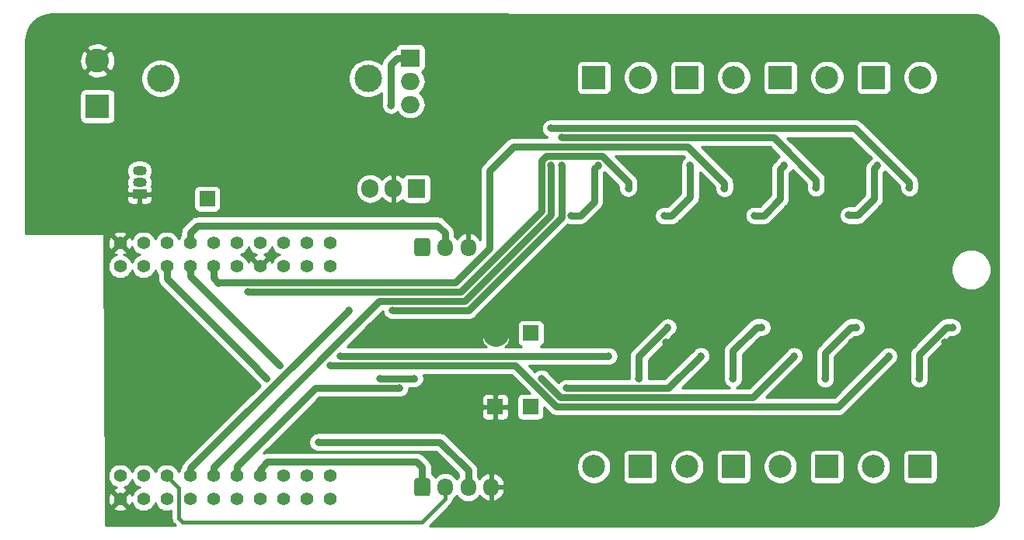
<source format=gbl>
G04 #@! TF.GenerationSoftware,KiCad,Pcbnew,5.1.11-e4df9d881f~92~ubuntu20.04.1*
G04 #@! TF.CreationDate,2021-11-04T00:21:16+01:00*
G04 #@! TF.ProjectId,CC dimmer low voltage,43432064-696d-46d6-9572-206c6f772076,0.98*
G04 #@! TF.SameCoordinates,Original*
G04 #@! TF.FileFunction,Copper,L2,Bot*
G04 #@! TF.FilePolarity,Positive*
%FSLAX46Y46*%
G04 Gerber Fmt 4.6, Leading zero omitted, Abs format (unit mm)*
G04 Created by KiCad (PCBNEW 5.1.11-e4df9d881f~92~ubuntu20.04.1) date 2021-11-04 00:21:16*
%MOMM*%
%LPD*%
G01*
G04 APERTURE LIST*
G04 #@! TA.AperFunction,ComponentPad*
%ADD10C,3.000000*%
G04 #@! TD*
G04 #@! TA.AperFunction,ComponentPad*
%ADD11R,1.700000X1.700000*%
G04 #@! TD*
G04 #@! TA.AperFunction,ComponentPad*
%ADD12O,1.700000X1.950000*%
G04 #@! TD*
G04 #@! TA.AperFunction,ComponentPad*
%ADD13O,2.000000X1.905000*%
G04 #@! TD*
G04 #@! TA.AperFunction,ComponentPad*
%ADD14R,2.000000X1.905000*%
G04 #@! TD*
G04 #@! TA.AperFunction,ComponentPad*
%ADD15O,1.500000X1.050000*%
G04 #@! TD*
G04 #@! TA.AperFunction,ComponentPad*
%ADD16R,1.500000X1.050000*%
G04 #@! TD*
G04 #@! TA.AperFunction,ComponentPad*
%ADD17R,1.905000X2.000000*%
G04 #@! TD*
G04 #@! TA.AperFunction,ComponentPad*
%ADD18O,1.905000X2.000000*%
G04 #@! TD*
G04 #@! TA.AperFunction,ComponentPad*
%ADD19R,2.600000X2.600000*%
G04 #@! TD*
G04 #@! TA.AperFunction,ComponentPad*
%ADD20C,2.600000*%
G04 #@! TD*
G04 #@! TA.AperFunction,ComponentPad*
%ADD21C,1.400000*%
G04 #@! TD*
G04 #@! TA.AperFunction,ComponentPad*
%ADD22C,2.500000*%
G04 #@! TD*
G04 #@! TA.AperFunction,ComponentPad*
%ADD23R,2.500000X2.500000*%
G04 #@! TD*
G04 #@! TA.AperFunction,ViaPad*
%ADD24C,0.800000*%
G04 #@! TD*
G04 #@! TA.AperFunction,Conductor*
%ADD25C,2.999999*%
G04 #@! TD*
G04 #@! TA.AperFunction,Conductor*
%ADD26C,0.800000*%
G04 #@! TD*
G04 #@! TA.AperFunction,Conductor*
%ADD27C,0.400000*%
G04 #@! TD*
G04 #@! TA.AperFunction,Conductor*
%ADD28C,0.254000*%
G04 #@! TD*
G04 #@! TA.AperFunction,Conductor*
%ADD29C,0.150000*%
G04 #@! TD*
G04 APERTURE END LIST*
D10*
X134731400Y-80642200D03*
X112131400Y-80642200D03*
D11*
X152423300Y-116495000D03*
X152473300Y-108445000D03*
G04 #@! TA.AperFunction,ComponentPad*
G36*
G01*
X139802000Y-99782200D02*
X139802000Y-98332200D01*
G75*
G02*
X140052000Y-98082200I250000J0D01*
G01*
X141252000Y-98082200D01*
G75*
G02*
X141502000Y-98332200I0J-250000D01*
G01*
X141502000Y-99782200D01*
G75*
G02*
X141252000Y-100032200I-250000J0D01*
G01*
X140052000Y-100032200D01*
G75*
G02*
X139802000Y-99782200I0J250000D01*
G01*
G37*
G04 #@! TD.AperFunction*
D12*
X143152000Y-99057200D03*
X145652000Y-99057200D03*
G04 #@! TA.AperFunction,ComponentPad*
G36*
G01*
X139802000Y-125969600D02*
X139802000Y-124519600D01*
G75*
G02*
X140052000Y-124269600I250000J0D01*
G01*
X141252000Y-124269600D01*
G75*
G02*
X141502000Y-124519600I0J-250000D01*
G01*
X141502000Y-125969600D01*
G75*
G02*
X141252000Y-126219600I-250000J0D01*
G01*
X140052000Y-126219600D01*
G75*
G02*
X139802000Y-125969600I0J250000D01*
G01*
G37*
G04 #@! TD.AperFunction*
X143152000Y-125244600D03*
X145652000Y-125244600D03*
X148152000Y-125244600D03*
D11*
X148652000Y-108445000D03*
X148602000Y-116495000D03*
X117230800Y-93774000D03*
D13*
X139354200Y-83487000D03*
X139354200Y-80947000D03*
D14*
X139354200Y-78407000D03*
D15*
X109839400Y-91996000D03*
X109839400Y-90726000D03*
D16*
X109839400Y-93266000D03*
D17*
X140040000Y-92681800D03*
D18*
X137500000Y-92681800D03*
X134960000Y-92681800D03*
D19*
X105242000Y-83690200D03*
D20*
X105242000Y-78690200D03*
D21*
X107722000Y-124025000D03*
X107722000Y-126565000D03*
X110262000Y-126565000D03*
X110262000Y-124025000D03*
X112802000Y-126565000D03*
X112802000Y-124025000D03*
X115342000Y-126565000D03*
X115342000Y-124025000D03*
X117882000Y-126565000D03*
X117882000Y-124025000D03*
X120422000Y-126565000D03*
X120422000Y-124025000D03*
X122962000Y-126565000D03*
X122962000Y-124025000D03*
X125502000Y-126565000D03*
X125502000Y-124025000D03*
X128042000Y-126565000D03*
X128042000Y-124025000D03*
X130582000Y-126565000D03*
X130582000Y-124025000D03*
X107722000Y-101165000D03*
X107722000Y-98625000D03*
X110262000Y-101165000D03*
X110262000Y-98625000D03*
X112802000Y-101165000D03*
X112802000Y-98625000D03*
X115342000Y-101165000D03*
X115342000Y-98625000D03*
X117882000Y-101165000D03*
X117882000Y-98625000D03*
X120422000Y-101165000D03*
X120422000Y-98625000D03*
X122962000Y-101165000D03*
X122962000Y-98625000D03*
X125502000Y-101165000D03*
X125502000Y-98625000D03*
X128042000Y-101165000D03*
X128042000Y-98625000D03*
X130582000Y-101165000D03*
X130582000Y-98625000D03*
D22*
X164432000Y-80545000D03*
D23*
X159352000Y-80545000D03*
X169512000Y-80545000D03*
D22*
X174592000Y-80545000D03*
X184752000Y-80545000D03*
D23*
X179672000Y-80545000D03*
X189832000Y-80545000D03*
D22*
X194912000Y-80545000D03*
D23*
X194902000Y-123015000D03*
D22*
X189822000Y-123015000D03*
X179662000Y-123015000D03*
D23*
X184742000Y-123015000D03*
X174582000Y-123015000D03*
D22*
X169502000Y-123015000D03*
X159332000Y-123015000D03*
D23*
X164412000Y-123015000D03*
D24*
X166989400Y-94129600D03*
X173364800Y-94142300D03*
X176984300Y-94104200D03*
X187182400Y-94078800D03*
X197583700Y-109445800D03*
X187398300Y-109420400D03*
X177301800Y-109420400D03*
X167218000Y-109445800D03*
X191500400Y-109445800D03*
X181188000Y-109420400D03*
X160956900Y-109445800D03*
X170989900Y-109420400D03*
X163085974Y-94129600D03*
X183321600Y-94104200D03*
X193672100Y-94078800D03*
X135152000Y-108795000D03*
X99152000Y-95945000D03*
X112379400Y-95806000D03*
X144472300Y-77048100D03*
X154645000Y-76032100D03*
X167252000Y-77745000D03*
X176952000Y-77795000D03*
X187452000Y-77745000D03*
X200212600Y-76578200D03*
X200466600Y-95501200D03*
X200276100Y-86319100D03*
X201552000Y-105545000D03*
X200002000Y-126045000D03*
X200652000Y-116913400D03*
X188541300Y-127416300D03*
X178457500Y-127505200D03*
X168246700Y-127467100D03*
X156435700Y-127467100D03*
X155452000Y-118995000D03*
X137246000Y-117396000D03*
X125816000Y-120571000D03*
X118152000Y-113045000D03*
X110152000Y-121295000D03*
X110080700Y-104734100D03*
X130184800Y-86827100D03*
X130705500Y-76984600D03*
X116760900Y-76895700D03*
X123288700Y-82318600D03*
X99327000Y-75695000D03*
X139652000Y-109295000D03*
X112902000Y-128795000D03*
X131902000Y-94545000D03*
X119152000Y-86795000D03*
X99327000Y-86470000D03*
X137233300Y-83563200D03*
X159813900Y-90091000D03*
X156902000Y-95629600D03*
X166986600Y-95629600D03*
X190248800Y-90141800D03*
X180080600Y-90116400D03*
X176842800Y-95604200D03*
X187118200Y-95578800D03*
X167402000Y-107795000D03*
X177652000Y-107795000D03*
X187902000Y-107795000D03*
X198402000Y-107795000D03*
X194790600Y-113433600D03*
X184540600Y-113433600D03*
X174513400Y-113433600D03*
X164263400Y-113433600D03*
X169856000Y-90091000D03*
X129308500Y-120329700D03*
X163090500Y-92631000D03*
X121650400Y-103956110D03*
X173580700Y-92656400D03*
X132638730Y-105956130D03*
X183552000Y-92595000D03*
X155844920Y-87087680D03*
X155838800Y-90091000D03*
X137385700Y-105956130D03*
X193734200Y-92578800D03*
X154667570Y-86087670D03*
X154667570Y-90091000D03*
X191463700Y-110945800D03*
X125117500Y-111947700D03*
X130645290Y-111931710D03*
X181164000Y-110920400D03*
X123707800Y-113382800D03*
X153637613Y-113374187D03*
X136039500Y-113382800D03*
X139802787Y-113374187D03*
X170991300Y-110920400D03*
X156362792Y-114433608D03*
X138176392Y-114433608D03*
X160955500Y-110945800D03*
X131759600Y-110931700D03*
D25*
X148652000Y-107545000D02*
X148652000Y-108445000D01*
D26*
X139354200Y-78407000D02*
X137906400Y-78407000D01*
X137906400Y-78407000D02*
X137220600Y-79092800D01*
X137220600Y-83550500D02*
X137233300Y-83563200D01*
X137220600Y-79092800D02*
X137220600Y-83550500D01*
X159813900Y-90091000D02*
X159407500Y-90497400D01*
X159407500Y-90497400D02*
X159407500Y-94066100D01*
X159407500Y-94066100D02*
X157844000Y-95629600D01*
X157844000Y-95629600D02*
X156902000Y-95629600D01*
X176842800Y-95604200D02*
X177842800Y-95604200D01*
X177842800Y-95604200D02*
X179652000Y-93795000D01*
X179652000Y-90545000D02*
X180051238Y-90145762D01*
X179652000Y-93795000D02*
X179652000Y-90545000D01*
X187118200Y-95578800D02*
X188118200Y-95578800D01*
X188118200Y-95578800D02*
X189902000Y-93795000D01*
X189902000Y-90488600D02*
X190248800Y-90141800D01*
X189902000Y-93795000D02*
X189902000Y-90488600D01*
X184540600Y-110590715D02*
X184540600Y-113433600D01*
X187336315Y-107795000D02*
X184540600Y-110590715D01*
X187902000Y-107795000D02*
X187336315Y-107795000D01*
X194790600Y-110758898D02*
X194790600Y-113433600D01*
X197754498Y-107795000D02*
X194790600Y-110758898D01*
X198402000Y-107795000D02*
X197754498Y-107795000D01*
X174513400Y-110367915D02*
X174513400Y-113433600D01*
X177086315Y-107795000D02*
X174513400Y-110367915D01*
X177652000Y-107795000D02*
X177086315Y-107795000D01*
X164263400Y-110933600D02*
X164263400Y-113433600D01*
X167402000Y-107795000D02*
X164263400Y-110933600D01*
X167817400Y-95629600D02*
X166986600Y-95629600D01*
X169856000Y-93591000D02*
X167817400Y-95629600D01*
X169856000Y-90091000D02*
X169856000Y-93591000D01*
X142326000Y-96695000D02*
X143152000Y-97521000D01*
X116164000Y-96695000D02*
X142326000Y-96695000D01*
X115342000Y-97517000D02*
X116164000Y-96695000D01*
X143152000Y-97521000D02*
X143152000Y-99057200D01*
X115342000Y-98625000D02*
X115342000Y-97517000D01*
X140652000Y-123088000D02*
X140652000Y-125244600D01*
X123784000Y-122476000D02*
X140040000Y-122476000D01*
X140040000Y-122476000D02*
X140652000Y-123088000D01*
X122962000Y-123298000D02*
X123784000Y-122476000D01*
X122962000Y-124025000D02*
X122962000Y-123298000D01*
D27*
X114132000Y-125346200D02*
X112862000Y-124076200D01*
X114132000Y-128648200D02*
X114132000Y-125346200D01*
X114563800Y-129080000D02*
X114132000Y-128648200D01*
X143152000Y-126545000D02*
X140617000Y-129080000D01*
X143152000Y-125244600D02*
X143152000Y-126545000D01*
X140617000Y-129080000D02*
X114563800Y-129080000D01*
D26*
X145652000Y-125244600D02*
X145652000Y-123389000D01*
X145652000Y-123389000D02*
X142580000Y-120317000D01*
X129321200Y-120317000D02*
X129308500Y-120329700D01*
X142580000Y-120317000D02*
X129321200Y-120317000D01*
X144848540Y-103956110D02*
X121650400Y-103956110D01*
X153667560Y-95137090D02*
X144848540Y-103956110D01*
X153667560Y-89614307D02*
X153667560Y-95137090D01*
X154190868Y-89087700D02*
X154190868Y-89090999D01*
X160224826Y-89087700D02*
X154190868Y-89087700D01*
X163090500Y-91953374D02*
X160224826Y-89087700D01*
X154190868Y-89090999D02*
X153667560Y-89614307D01*
X163090500Y-92631000D02*
X163090500Y-91953374D01*
X173580700Y-92090715D02*
X169577675Y-88087690D01*
X173580700Y-92656400D02*
X173580700Y-92090715D01*
X117882000Y-102388100D02*
X118450000Y-102956100D01*
X117882000Y-101165000D02*
X117882000Y-102388100D01*
X151044690Y-88087690D02*
X150598308Y-88087690D01*
X169577675Y-88087690D02*
X151044690Y-88087690D01*
X118461100Y-102945000D02*
X118450000Y-102956100D01*
X144213100Y-102945000D02*
X118461100Y-102945000D01*
X148002000Y-99156100D02*
X144213100Y-102945000D01*
X148002000Y-90695000D02*
X148002000Y-99156100D01*
X150609310Y-88087690D02*
X148002000Y-90695000D01*
X151044690Y-88087690D02*
X150609310Y-88087690D01*
X115420360Y-123174500D02*
X115402000Y-123174500D01*
X132638730Y-105956130D02*
X115420360Y-123174500D01*
X155838800Y-90091000D02*
X155838800Y-95794304D01*
X155838800Y-95794304D02*
X145676974Y-105956130D01*
X145676974Y-105956130D02*
X138731900Y-105956130D01*
X138731900Y-105956130D02*
X137385700Y-105956130D01*
X115342000Y-123252860D02*
X115420360Y-123174500D01*
X115342000Y-124025000D02*
X115342000Y-123252860D01*
X183552000Y-91695000D02*
X183552000Y-92595000D01*
X178944680Y-87087680D02*
X183552000Y-91695000D01*
X155844920Y-87087680D02*
X178944680Y-87087680D01*
X187808755Y-86087670D02*
X155864200Y-86087670D01*
X193734200Y-92013115D02*
X187808755Y-86087670D01*
X193734200Y-92578800D02*
X193734200Y-92013115D01*
X155864200Y-86087670D02*
X155915000Y-86087670D01*
X155864200Y-86087670D02*
X154667570Y-86087670D01*
X145262757Y-104956120D02*
X154667570Y-95551307D01*
X135944480Y-104956120D02*
X145262757Y-104956120D01*
X154667570Y-95551307D02*
X154667570Y-90091000D01*
X117882000Y-123018600D02*
X135944480Y-104956120D01*
X117882000Y-124025000D02*
X117882000Y-123018600D01*
X191463700Y-110945800D02*
X185975872Y-116433628D01*
X185975872Y-116433628D02*
X168306526Y-116433628D01*
X168306526Y-116433628D02*
X156372200Y-116433628D01*
X115402000Y-101216200D02*
X115402000Y-102232200D01*
X115402000Y-102232200D02*
X125117500Y-111947700D01*
X156372200Y-116433628D02*
X155282828Y-116433628D01*
X150780910Y-111931710D02*
X130645290Y-111931710D01*
X155282828Y-116433628D02*
X150780910Y-111931710D01*
X181164000Y-110920400D02*
X176650782Y-115433618D01*
X176650782Y-115433618D02*
X167892309Y-115433618D01*
X167892309Y-115433618D02*
X156416882Y-115433618D01*
X112862000Y-101216200D02*
X112862000Y-102524300D01*
X112862000Y-102524300D02*
X122679100Y-112341400D01*
X122679100Y-112341400D02*
X122679100Y-112354100D01*
X122679100Y-112354100D02*
X123707800Y-113382800D01*
X156416882Y-115433618D02*
X156334100Y-115433618D01*
X156416882Y-115433618D02*
X155697044Y-115433618D01*
X155697044Y-115433618D02*
X153637613Y-113374187D01*
X139794174Y-113382800D02*
X139802787Y-113374187D01*
X136039500Y-113382800D02*
X139794174Y-113382800D01*
X167478092Y-114433608D02*
X156362792Y-114433608D01*
X120482000Y-124076200D02*
X120482000Y-122945900D01*
X120482000Y-122945900D02*
X129003700Y-114424200D01*
X138166984Y-114424200D02*
X138176392Y-114433608D01*
X129003700Y-114424200D02*
X138166984Y-114424200D01*
X170991300Y-110920400D02*
X167478092Y-114433608D01*
X160955500Y-110945800D02*
X156383500Y-110945800D01*
X156383500Y-110945800D02*
X156397600Y-110931700D01*
X156397600Y-110931700D02*
X131759600Y-110931700D01*
D28*
X200559913Y-73681782D02*
X201150609Y-73739700D01*
X201686402Y-73901466D01*
X202180569Y-74164219D01*
X202614290Y-74517953D01*
X202971043Y-74949193D01*
X203237242Y-75441519D01*
X203402743Y-75976165D01*
X203464600Y-76564705D01*
X203464601Y-126582686D01*
X203406700Y-127173209D01*
X203244935Y-127709000D01*
X202982180Y-128203172D01*
X202628447Y-128636890D01*
X202197206Y-128993644D01*
X201704881Y-129259842D01*
X201170238Y-129425342D01*
X200581744Y-129487195D01*
X141420627Y-129457240D01*
X143713427Y-127164441D01*
X143745291Y-127138291D01*
X143849636Y-127011146D01*
X143927172Y-126866087D01*
X143974918Y-126708689D01*
X143984924Y-126607097D01*
X144207134Y-126424734D01*
X144392706Y-126198614D01*
X144402000Y-126181226D01*
X144411294Y-126198614D01*
X144596866Y-126424734D01*
X144822987Y-126610306D01*
X145080967Y-126748199D01*
X145360890Y-126833113D01*
X145652000Y-126861785D01*
X145943111Y-126833113D01*
X146223034Y-126748199D01*
X146481014Y-126610306D01*
X146707134Y-126424734D01*
X146892706Y-126198614D01*
X146906462Y-126172878D01*
X147062951Y-126379029D01*
X147280807Y-126572096D01*
X147532142Y-126718952D01*
X147795110Y-126811076D01*
X148025000Y-126689755D01*
X148025000Y-125371600D01*
X148279000Y-125371600D01*
X148279000Y-126689755D01*
X148508890Y-126811076D01*
X148771858Y-126718952D01*
X149023193Y-126572096D01*
X149241049Y-126379029D01*
X149417053Y-126147170D01*
X149544442Y-125885430D01*
X149618320Y-125603867D01*
X149478165Y-125371600D01*
X148279000Y-125371600D01*
X148025000Y-125371600D01*
X148005000Y-125371600D01*
X148005000Y-125117600D01*
X148025000Y-125117600D01*
X148025000Y-123799445D01*
X148279000Y-123799445D01*
X148279000Y-125117600D01*
X149478165Y-125117600D01*
X149618320Y-124885333D01*
X149544442Y-124603770D01*
X149417053Y-124342030D01*
X149241049Y-124110171D01*
X149023193Y-123917104D01*
X148771858Y-123770248D01*
X148508890Y-123678124D01*
X148279000Y-123799445D01*
X148025000Y-123799445D01*
X147795110Y-123678124D01*
X147532142Y-123770248D01*
X147280807Y-123917104D01*
X147062951Y-124110171D01*
X146906462Y-124316322D01*
X146892706Y-124290586D01*
X146707134Y-124064466D01*
X146687000Y-124047943D01*
X146687000Y-123439827D01*
X146692006Y-123388999D01*
X146687000Y-123338171D01*
X146687000Y-123338162D01*
X146672024Y-123186105D01*
X146612841Y-122991007D01*
X146564201Y-122900007D01*
X146526432Y-122829344D01*
X157447000Y-122829344D01*
X157447000Y-123200656D01*
X157519439Y-123564834D01*
X157661534Y-123907882D01*
X157867825Y-124216618D01*
X158130382Y-124479175D01*
X158439118Y-124685466D01*
X158782166Y-124827561D01*
X159146344Y-124900000D01*
X159517656Y-124900000D01*
X159881834Y-124827561D01*
X160224882Y-124685466D01*
X160533618Y-124479175D01*
X160796175Y-124216618D01*
X161002466Y-123907882D01*
X161144561Y-123564834D01*
X161217000Y-123200656D01*
X161217000Y-122829344D01*
X161144561Y-122465166D01*
X161002466Y-122122118D01*
X160796175Y-121813382D01*
X160747793Y-121765000D01*
X162523928Y-121765000D01*
X162523928Y-124265000D01*
X162536188Y-124389482D01*
X162572498Y-124509180D01*
X162631463Y-124619494D01*
X162710815Y-124716185D01*
X162807506Y-124795537D01*
X162917820Y-124854502D01*
X163037518Y-124890812D01*
X163162000Y-124903072D01*
X165662000Y-124903072D01*
X165786482Y-124890812D01*
X165906180Y-124854502D01*
X166016494Y-124795537D01*
X166113185Y-124716185D01*
X166192537Y-124619494D01*
X166251502Y-124509180D01*
X166287812Y-124389482D01*
X166300072Y-124265000D01*
X166300072Y-122829344D01*
X167617000Y-122829344D01*
X167617000Y-123200656D01*
X167689439Y-123564834D01*
X167831534Y-123907882D01*
X168037825Y-124216618D01*
X168300382Y-124479175D01*
X168609118Y-124685466D01*
X168952166Y-124827561D01*
X169316344Y-124900000D01*
X169687656Y-124900000D01*
X170051834Y-124827561D01*
X170394882Y-124685466D01*
X170703618Y-124479175D01*
X170966175Y-124216618D01*
X171172466Y-123907882D01*
X171314561Y-123564834D01*
X171387000Y-123200656D01*
X171387000Y-122829344D01*
X171314561Y-122465166D01*
X171172466Y-122122118D01*
X170966175Y-121813382D01*
X170917793Y-121765000D01*
X172693928Y-121765000D01*
X172693928Y-124265000D01*
X172706188Y-124389482D01*
X172742498Y-124509180D01*
X172801463Y-124619494D01*
X172880815Y-124716185D01*
X172977506Y-124795537D01*
X173087820Y-124854502D01*
X173207518Y-124890812D01*
X173332000Y-124903072D01*
X175832000Y-124903072D01*
X175956482Y-124890812D01*
X176076180Y-124854502D01*
X176186494Y-124795537D01*
X176283185Y-124716185D01*
X176362537Y-124619494D01*
X176421502Y-124509180D01*
X176457812Y-124389482D01*
X176470072Y-124265000D01*
X176470072Y-122829344D01*
X177777000Y-122829344D01*
X177777000Y-123200656D01*
X177849439Y-123564834D01*
X177991534Y-123907882D01*
X178197825Y-124216618D01*
X178460382Y-124479175D01*
X178769118Y-124685466D01*
X179112166Y-124827561D01*
X179476344Y-124900000D01*
X179847656Y-124900000D01*
X180211834Y-124827561D01*
X180554882Y-124685466D01*
X180863618Y-124479175D01*
X181126175Y-124216618D01*
X181332466Y-123907882D01*
X181474561Y-123564834D01*
X181547000Y-123200656D01*
X181547000Y-122829344D01*
X181474561Y-122465166D01*
X181332466Y-122122118D01*
X181126175Y-121813382D01*
X181077793Y-121765000D01*
X182853928Y-121765000D01*
X182853928Y-124265000D01*
X182866188Y-124389482D01*
X182902498Y-124509180D01*
X182961463Y-124619494D01*
X183040815Y-124716185D01*
X183137506Y-124795537D01*
X183247820Y-124854502D01*
X183367518Y-124890812D01*
X183492000Y-124903072D01*
X185992000Y-124903072D01*
X186116482Y-124890812D01*
X186236180Y-124854502D01*
X186346494Y-124795537D01*
X186443185Y-124716185D01*
X186522537Y-124619494D01*
X186581502Y-124509180D01*
X186617812Y-124389482D01*
X186630072Y-124265000D01*
X186630072Y-122829344D01*
X187937000Y-122829344D01*
X187937000Y-123200656D01*
X188009439Y-123564834D01*
X188151534Y-123907882D01*
X188357825Y-124216618D01*
X188620382Y-124479175D01*
X188929118Y-124685466D01*
X189272166Y-124827561D01*
X189636344Y-124900000D01*
X190007656Y-124900000D01*
X190371834Y-124827561D01*
X190714882Y-124685466D01*
X191023618Y-124479175D01*
X191286175Y-124216618D01*
X191492466Y-123907882D01*
X191634561Y-123564834D01*
X191707000Y-123200656D01*
X191707000Y-122829344D01*
X191634561Y-122465166D01*
X191492466Y-122122118D01*
X191286175Y-121813382D01*
X191237793Y-121765000D01*
X193013928Y-121765000D01*
X193013928Y-124265000D01*
X193026188Y-124389482D01*
X193062498Y-124509180D01*
X193121463Y-124619494D01*
X193200815Y-124716185D01*
X193297506Y-124795537D01*
X193407820Y-124854502D01*
X193527518Y-124890812D01*
X193652000Y-124903072D01*
X196152000Y-124903072D01*
X196276482Y-124890812D01*
X196396180Y-124854502D01*
X196506494Y-124795537D01*
X196603185Y-124716185D01*
X196682537Y-124619494D01*
X196741502Y-124509180D01*
X196777812Y-124389482D01*
X196790072Y-124265000D01*
X196790072Y-121765000D01*
X196777812Y-121640518D01*
X196741502Y-121520820D01*
X196682537Y-121410506D01*
X196603185Y-121313815D01*
X196506494Y-121234463D01*
X196396180Y-121175498D01*
X196276482Y-121139188D01*
X196152000Y-121126928D01*
X193652000Y-121126928D01*
X193527518Y-121139188D01*
X193407820Y-121175498D01*
X193297506Y-121234463D01*
X193200815Y-121313815D01*
X193121463Y-121410506D01*
X193062498Y-121520820D01*
X193026188Y-121640518D01*
X193013928Y-121765000D01*
X191237793Y-121765000D01*
X191023618Y-121550825D01*
X190714882Y-121344534D01*
X190371834Y-121202439D01*
X190007656Y-121130000D01*
X189636344Y-121130000D01*
X189272166Y-121202439D01*
X188929118Y-121344534D01*
X188620382Y-121550825D01*
X188357825Y-121813382D01*
X188151534Y-122122118D01*
X188009439Y-122465166D01*
X187937000Y-122829344D01*
X186630072Y-122829344D01*
X186630072Y-121765000D01*
X186617812Y-121640518D01*
X186581502Y-121520820D01*
X186522537Y-121410506D01*
X186443185Y-121313815D01*
X186346494Y-121234463D01*
X186236180Y-121175498D01*
X186116482Y-121139188D01*
X185992000Y-121126928D01*
X183492000Y-121126928D01*
X183367518Y-121139188D01*
X183247820Y-121175498D01*
X183137506Y-121234463D01*
X183040815Y-121313815D01*
X182961463Y-121410506D01*
X182902498Y-121520820D01*
X182866188Y-121640518D01*
X182853928Y-121765000D01*
X181077793Y-121765000D01*
X180863618Y-121550825D01*
X180554882Y-121344534D01*
X180211834Y-121202439D01*
X179847656Y-121130000D01*
X179476344Y-121130000D01*
X179112166Y-121202439D01*
X178769118Y-121344534D01*
X178460382Y-121550825D01*
X178197825Y-121813382D01*
X177991534Y-122122118D01*
X177849439Y-122465166D01*
X177777000Y-122829344D01*
X176470072Y-122829344D01*
X176470072Y-121765000D01*
X176457812Y-121640518D01*
X176421502Y-121520820D01*
X176362537Y-121410506D01*
X176283185Y-121313815D01*
X176186494Y-121234463D01*
X176076180Y-121175498D01*
X175956482Y-121139188D01*
X175832000Y-121126928D01*
X173332000Y-121126928D01*
X173207518Y-121139188D01*
X173087820Y-121175498D01*
X172977506Y-121234463D01*
X172880815Y-121313815D01*
X172801463Y-121410506D01*
X172742498Y-121520820D01*
X172706188Y-121640518D01*
X172693928Y-121765000D01*
X170917793Y-121765000D01*
X170703618Y-121550825D01*
X170394882Y-121344534D01*
X170051834Y-121202439D01*
X169687656Y-121130000D01*
X169316344Y-121130000D01*
X168952166Y-121202439D01*
X168609118Y-121344534D01*
X168300382Y-121550825D01*
X168037825Y-121813382D01*
X167831534Y-122122118D01*
X167689439Y-122465166D01*
X167617000Y-122829344D01*
X166300072Y-122829344D01*
X166300072Y-121765000D01*
X166287812Y-121640518D01*
X166251502Y-121520820D01*
X166192537Y-121410506D01*
X166113185Y-121313815D01*
X166016494Y-121234463D01*
X165906180Y-121175498D01*
X165786482Y-121139188D01*
X165662000Y-121126928D01*
X163162000Y-121126928D01*
X163037518Y-121139188D01*
X162917820Y-121175498D01*
X162807506Y-121234463D01*
X162710815Y-121313815D01*
X162631463Y-121410506D01*
X162572498Y-121520820D01*
X162536188Y-121640518D01*
X162523928Y-121765000D01*
X160747793Y-121765000D01*
X160533618Y-121550825D01*
X160224882Y-121344534D01*
X159881834Y-121202439D01*
X159517656Y-121130000D01*
X159146344Y-121130000D01*
X158782166Y-121202439D01*
X158439118Y-121344534D01*
X158130382Y-121550825D01*
X157867825Y-121813382D01*
X157661534Y-122122118D01*
X157519439Y-122465166D01*
X157447000Y-122829344D01*
X146526432Y-122829344D01*
X146516734Y-122811202D01*
X146419803Y-122693092D01*
X146387396Y-122653604D01*
X146347908Y-122621197D01*
X143347807Y-119621097D01*
X143315396Y-119581604D01*
X143157797Y-119452266D01*
X142977993Y-119356159D01*
X142782895Y-119296976D01*
X142630838Y-119282000D01*
X142630828Y-119282000D01*
X142580000Y-119276994D01*
X142529172Y-119282000D01*
X129372035Y-119282000D01*
X129321200Y-119276993D01*
X129270365Y-119282000D01*
X129270362Y-119282000D01*
X129118305Y-119296976D01*
X128923207Y-119356159D01*
X128743403Y-119452266D01*
X128676282Y-119507351D01*
X128648726Y-119525763D01*
X128625292Y-119549197D01*
X128585804Y-119581604D01*
X128553397Y-119621092D01*
X128504563Y-119669926D01*
X128476171Y-119712417D01*
X128443766Y-119751903D01*
X128419687Y-119796952D01*
X128391295Y-119839444D01*
X128371736Y-119886664D01*
X128347660Y-119931707D01*
X128332835Y-119980578D01*
X128313274Y-120027802D01*
X128303303Y-120077932D01*
X128288477Y-120126805D01*
X128283471Y-120177633D01*
X128273500Y-120227761D01*
X128273500Y-120278872D01*
X128268494Y-120329700D01*
X128273500Y-120380528D01*
X128273500Y-120431639D01*
X128283471Y-120481767D01*
X128288477Y-120532595D01*
X128303303Y-120581468D01*
X128313274Y-120631598D01*
X128332835Y-120678822D01*
X128347660Y-120727693D01*
X128371736Y-120772736D01*
X128391295Y-120819956D01*
X128419687Y-120862448D01*
X128443766Y-120907497D01*
X128476172Y-120946984D01*
X128504563Y-120989474D01*
X128540697Y-121025608D01*
X128573104Y-121065096D01*
X128612592Y-121097503D01*
X128648726Y-121133637D01*
X128691216Y-121162028D01*
X128730703Y-121194434D01*
X128775752Y-121218513D01*
X128818244Y-121246905D01*
X128865464Y-121266464D01*
X128910507Y-121290540D01*
X128959378Y-121305365D01*
X129006602Y-121324926D01*
X129056732Y-121334897D01*
X129105605Y-121349723D01*
X129156433Y-121354729D01*
X129206561Y-121364700D01*
X129257672Y-121364700D01*
X129308500Y-121369706D01*
X129359328Y-121364700D01*
X129410439Y-121364700D01*
X129460567Y-121354729D01*
X129488276Y-121352000D01*
X142151290Y-121352000D01*
X144617001Y-123817712D01*
X144617001Y-124047942D01*
X144596866Y-124064466D01*
X144411294Y-124290587D01*
X144402000Y-124307974D01*
X144392706Y-124290586D01*
X144207134Y-124064466D01*
X143981013Y-123878894D01*
X143723033Y-123741001D01*
X143443110Y-123656087D01*
X143152000Y-123627415D01*
X142860889Y-123656087D01*
X142580966Y-123741001D01*
X142322986Y-123878894D01*
X142096866Y-124064466D01*
X142044777Y-124127937D01*
X141990405Y-124026214D01*
X141879962Y-123891638D01*
X141745386Y-123781195D01*
X141687000Y-123749987D01*
X141687000Y-123138835D01*
X141692007Y-123088000D01*
X141687000Y-123037162D01*
X141672024Y-122885105D01*
X141612841Y-122690007D01*
X141544743Y-122562604D01*
X141516734Y-122510202D01*
X141458385Y-122439104D01*
X141387396Y-122352604D01*
X141347903Y-122320193D01*
X140807807Y-121780097D01*
X140775396Y-121740604D01*
X140617797Y-121611266D01*
X140437993Y-121515159D01*
X140242895Y-121455976D01*
X140090838Y-121441000D01*
X140090828Y-121441000D01*
X140040000Y-121435994D01*
X139989172Y-121441000D01*
X123834835Y-121441000D01*
X123784000Y-121435993D01*
X123733165Y-121441000D01*
X123733162Y-121441000D01*
X123581105Y-121455976D01*
X123431415Y-121501385D01*
X123386006Y-121515159D01*
X123365480Y-121526130D01*
X127546610Y-117345000D01*
X147113928Y-117345000D01*
X147126188Y-117469482D01*
X147162498Y-117589180D01*
X147221463Y-117699494D01*
X147300815Y-117796185D01*
X147397506Y-117875537D01*
X147507820Y-117934502D01*
X147627518Y-117970812D01*
X147752000Y-117983072D01*
X148316250Y-117980000D01*
X148475000Y-117821250D01*
X148475000Y-116622000D01*
X148729000Y-116622000D01*
X148729000Y-117821250D01*
X148887750Y-117980000D01*
X149452000Y-117983072D01*
X149576482Y-117970812D01*
X149696180Y-117934502D01*
X149806494Y-117875537D01*
X149903185Y-117796185D01*
X149982537Y-117699494D01*
X150041502Y-117589180D01*
X150077812Y-117469482D01*
X150090072Y-117345000D01*
X150087000Y-116780750D01*
X149928250Y-116622000D01*
X148729000Y-116622000D01*
X148475000Y-116622000D01*
X147275750Y-116622000D01*
X147117000Y-116780750D01*
X147113928Y-117345000D01*
X127546610Y-117345000D01*
X129246610Y-115645000D01*
X147113928Y-115645000D01*
X147117000Y-116209250D01*
X147275750Y-116368000D01*
X148475000Y-116368000D01*
X148475000Y-115168750D01*
X148729000Y-115168750D01*
X148729000Y-116368000D01*
X149928250Y-116368000D01*
X150087000Y-116209250D01*
X150090072Y-115645000D01*
X150077812Y-115520518D01*
X150041502Y-115400820D01*
X149982537Y-115290506D01*
X149903185Y-115193815D01*
X149806494Y-115114463D01*
X149696180Y-115055498D01*
X149576482Y-115019188D01*
X149452000Y-115006928D01*
X148887750Y-115010000D01*
X148729000Y-115168750D01*
X148475000Y-115168750D01*
X148316250Y-115010000D01*
X147752000Y-115006928D01*
X147627518Y-115019188D01*
X147507820Y-115055498D01*
X147397506Y-115114463D01*
X147300815Y-115193815D01*
X147221463Y-115290506D01*
X147162498Y-115400820D01*
X147126188Y-115520518D01*
X147113928Y-115645000D01*
X129246610Y-115645000D01*
X129432411Y-115459200D01*
X138027155Y-115459200D01*
X138074453Y-115468608D01*
X138125557Y-115468608D01*
X138176392Y-115473615D01*
X138227227Y-115468608D01*
X138278331Y-115468608D01*
X138328456Y-115458638D01*
X138379287Y-115453631D01*
X138428160Y-115438805D01*
X138478290Y-115428834D01*
X138525514Y-115409273D01*
X138574385Y-115394448D01*
X138619428Y-115370372D01*
X138666648Y-115350813D01*
X138709140Y-115322421D01*
X138754189Y-115298342D01*
X138793676Y-115265936D01*
X138836166Y-115237545D01*
X138872300Y-115201411D01*
X138911788Y-115169004D01*
X138944195Y-115129516D01*
X138980329Y-115093382D01*
X139008720Y-115050892D01*
X139041126Y-115011405D01*
X139065205Y-114966356D01*
X139093597Y-114923864D01*
X139113156Y-114876644D01*
X139137232Y-114831601D01*
X139152057Y-114782730D01*
X139171618Y-114735506D01*
X139181589Y-114685376D01*
X139196415Y-114636503D01*
X139201422Y-114585672D01*
X139211392Y-114535547D01*
X139211392Y-114484443D01*
X139216399Y-114433608D01*
X139214842Y-114417800D01*
X139743346Y-114417800D01*
X139794174Y-114422806D01*
X139845002Y-114417800D01*
X139845012Y-114417800D01*
X139997069Y-114402824D01*
X140192167Y-114343641D01*
X140279159Y-114297143D01*
X140293043Y-114291392D01*
X140305538Y-114283043D01*
X140371971Y-114247534D01*
X140430199Y-114199747D01*
X140462561Y-114178124D01*
X140490082Y-114150603D01*
X140529570Y-114118196D01*
X140561977Y-114078708D01*
X140606724Y-114033961D01*
X140635116Y-113991470D01*
X140667521Y-113951984D01*
X140691601Y-113906933D01*
X140719992Y-113864443D01*
X140739549Y-113817229D01*
X140763628Y-113772180D01*
X140778454Y-113723303D01*
X140798013Y-113676085D01*
X140807984Y-113625955D01*
X140822810Y-113577081D01*
X140827816Y-113526252D01*
X140837787Y-113476126D01*
X140837787Y-113425022D01*
X140842794Y-113374187D01*
X140837787Y-113323352D01*
X140837787Y-113272248D01*
X140827817Y-113222123D01*
X140822810Y-113171292D01*
X140807984Y-113122417D01*
X140798013Y-113072289D01*
X140778455Y-113025072D01*
X140763628Y-112976194D01*
X140758559Y-112966710D01*
X150352200Y-112966710D01*
X152392417Y-115006928D01*
X151573300Y-115006928D01*
X151448818Y-115019188D01*
X151329120Y-115055498D01*
X151218806Y-115114463D01*
X151122115Y-115193815D01*
X151042763Y-115290506D01*
X150983798Y-115400820D01*
X150947488Y-115520518D01*
X150935228Y-115645000D01*
X150935228Y-117345000D01*
X150947488Y-117469482D01*
X150983798Y-117589180D01*
X151042763Y-117699494D01*
X151122115Y-117796185D01*
X151218806Y-117875537D01*
X151329120Y-117934502D01*
X151448818Y-117970812D01*
X151573300Y-117983072D01*
X153273300Y-117983072D01*
X153397782Y-117970812D01*
X153517480Y-117934502D01*
X153627794Y-117875537D01*
X153724485Y-117796185D01*
X153803837Y-117699494D01*
X153862802Y-117589180D01*
X153899112Y-117469482D01*
X153911372Y-117345000D01*
X153911372Y-116525883D01*
X154515025Y-117129536D01*
X154547432Y-117169024D01*
X154705031Y-117298362D01*
X154884835Y-117394469D01*
X155079933Y-117453652D01*
X155231990Y-117468628D01*
X155231999Y-117468628D01*
X155282827Y-117473634D01*
X155333655Y-117468628D01*
X185925044Y-117468628D01*
X185975872Y-117473634D01*
X186026700Y-117468628D01*
X186026710Y-117468628D01*
X186178767Y-117453652D01*
X186373865Y-117394469D01*
X186553669Y-117298362D01*
X186711268Y-117169024D01*
X186743679Y-117129531D01*
X192231503Y-111641708D01*
X192267637Y-111605574D01*
X192296025Y-111563088D01*
X192328434Y-111523598D01*
X192352516Y-111478544D01*
X192380905Y-111436056D01*
X192400462Y-111388841D01*
X192424540Y-111343794D01*
X192439366Y-111294920D01*
X192458926Y-111247698D01*
X192468897Y-111197568D01*
X192483723Y-111148695D01*
X192488730Y-111097864D01*
X192498700Y-111047739D01*
X192498700Y-110996635D01*
X192503707Y-110945800D01*
X192498700Y-110894965D01*
X192498700Y-110843861D01*
X192488730Y-110793736D01*
X192485299Y-110758898D01*
X193750594Y-110758898D01*
X193755600Y-110809726D01*
X193755601Y-113331656D01*
X193755600Y-113331661D01*
X193755600Y-113535539D01*
X193765571Y-113585667D01*
X193770577Y-113636495D01*
X193785403Y-113685368D01*
X193795374Y-113735498D01*
X193814935Y-113782722D01*
X193829760Y-113831593D01*
X193853835Y-113876634D01*
X193873395Y-113923856D01*
X193901791Y-113966353D01*
X193925867Y-114011397D01*
X193958268Y-114050878D01*
X193986663Y-114093374D01*
X194022803Y-114129514D01*
X194055205Y-114168996D01*
X194094687Y-114201398D01*
X194130826Y-114237537D01*
X194173321Y-114265931D01*
X194212804Y-114298334D01*
X194257850Y-114322412D01*
X194300344Y-114350805D01*
X194347562Y-114370363D01*
X194392608Y-114394441D01*
X194441484Y-114409268D01*
X194488702Y-114428826D01*
X194538826Y-114438796D01*
X194587706Y-114453624D01*
X194638542Y-114458631D01*
X194688661Y-114468600D01*
X194739762Y-114468600D01*
X194790600Y-114473607D01*
X194841438Y-114468600D01*
X194892539Y-114468600D01*
X194942657Y-114458631D01*
X194993495Y-114453624D01*
X195042377Y-114438796D01*
X195092498Y-114428826D01*
X195139713Y-114409269D01*
X195188593Y-114394441D01*
X195233642Y-114370362D01*
X195280856Y-114350805D01*
X195323346Y-114322414D01*
X195368397Y-114298334D01*
X195407884Y-114265928D01*
X195450374Y-114237537D01*
X195486508Y-114201403D01*
X195525996Y-114168996D01*
X195558403Y-114129508D01*
X195594537Y-114093374D01*
X195622928Y-114050884D01*
X195655334Y-114011397D01*
X195679414Y-113966346D01*
X195707805Y-113923856D01*
X195727362Y-113876642D01*
X195751441Y-113831593D01*
X195766269Y-113782713D01*
X195785826Y-113735498D01*
X195795796Y-113685377D01*
X195810624Y-113636495D01*
X195815631Y-113585657D01*
X195825600Y-113535539D01*
X195825600Y-111187608D01*
X198183209Y-108830000D01*
X198503939Y-108830000D01*
X198554057Y-108820031D01*
X198604895Y-108815024D01*
X198653777Y-108800196D01*
X198703898Y-108790226D01*
X198751113Y-108770669D01*
X198799993Y-108755841D01*
X198845042Y-108731762D01*
X198892256Y-108712205D01*
X198934746Y-108683814D01*
X198979797Y-108659734D01*
X199019284Y-108627328D01*
X199061774Y-108598937D01*
X199097908Y-108562803D01*
X199137396Y-108530396D01*
X199169803Y-108490908D01*
X199205937Y-108454774D01*
X199234328Y-108412284D01*
X199266734Y-108372797D01*
X199290814Y-108327746D01*
X199319205Y-108285256D01*
X199338762Y-108238042D01*
X199362841Y-108192993D01*
X199377669Y-108144113D01*
X199397226Y-108096898D01*
X199407196Y-108046777D01*
X199422024Y-107997895D01*
X199427031Y-107947057D01*
X199437000Y-107896939D01*
X199437000Y-107845838D01*
X199442007Y-107795000D01*
X199437000Y-107744162D01*
X199437000Y-107693061D01*
X199427031Y-107642943D01*
X199422024Y-107592105D01*
X199407196Y-107543223D01*
X199397226Y-107493102D01*
X199377669Y-107445887D01*
X199362841Y-107397007D01*
X199338762Y-107351958D01*
X199319205Y-107304744D01*
X199290814Y-107262254D01*
X199266734Y-107217203D01*
X199234328Y-107177716D01*
X199205937Y-107135226D01*
X199169803Y-107099092D01*
X199137396Y-107059604D01*
X199097908Y-107027197D01*
X199061774Y-106991063D01*
X199019284Y-106962672D01*
X198979797Y-106930266D01*
X198934746Y-106906186D01*
X198892256Y-106877795D01*
X198845042Y-106858238D01*
X198799993Y-106834159D01*
X198751113Y-106819331D01*
X198703898Y-106799774D01*
X198653777Y-106789804D01*
X198604895Y-106774976D01*
X198554057Y-106769969D01*
X198503939Y-106760000D01*
X197805333Y-106760000D01*
X197754498Y-106754993D01*
X197703663Y-106760000D01*
X197703660Y-106760000D01*
X197551603Y-106774976D01*
X197356505Y-106834159D01*
X197283212Y-106873335D01*
X197176700Y-106930266D01*
X197096438Y-106996136D01*
X197019102Y-107059604D01*
X196986695Y-107099092D01*
X194094697Y-109991091D01*
X194055204Y-110023502D01*
X193925866Y-110181101D01*
X193829759Y-110360906D01*
X193770576Y-110556004D01*
X193755600Y-110708061D01*
X193755600Y-110708070D01*
X193750594Y-110758898D01*
X192485299Y-110758898D01*
X192483723Y-110742905D01*
X192468897Y-110694032D01*
X192458926Y-110643902D01*
X192439365Y-110596678D01*
X192424540Y-110547807D01*
X192400464Y-110502764D01*
X192380905Y-110455544D01*
X192352513Y-110413052D01*
X192328434Y-110368003D01*
X192296028Y-110328516D01*
X192267637Y-110286026D01*
X192231503Y-110249892D01*
X192199096Y-110210404D01*
X192159608Y-110177997D01*
X192123474Y-110141863D01*
X192080984Y-110113472D01*
X192041497Y-110081066D01*
X191996448Y-110056987D01*
X191953956Y-110028595D01*
X191906736Y-110009036D01*
X191861693Y-109984960D01*
X191812822Y-109970135D01*
X191765598Y-109950574D01*
X191715468Y-109940603D01*
X191666595Y-109925777D01*
X191615764Y-109920770D01*
X191565639Y-109910800D01*
X191514535Y-109910800D01*
X191463700Y-109905793D01*
X191412865Y-109910800D01*
X191361761Y-109910800D01*
X191311636Y-109920770D01*
X191260805Y-109925777D01*
X191211932Y-109940603D01*
X191161802Y-109950574D01*
X191114580Y-109970134D01*
X191065706Y-109984960D01*
X191020659Y-110009038D01*
X190973444Y-110028595D01*
X190930956Y-110056984D01*
X190885902Y-110081066D01*
X190846412Y-110113475D01*
X190803926Y-110141863D01*
X190767792Y-110177997D01*
X185547162Y-115398628D01*
X178149482Y-115398628D01*
X181931803Y-111616308D01*
X181967937Y-111580174D01*
X181996325Y-111537688D01*
X182028734Y-111498198D01*
X182052816Y-111453144D01*
X182081205Y-111410656D01*
X182100762Y-111363441D01*
X182124840Y-111318394D01*
X182139666Y-111269519D01*
X182159226Y-111222298D01*
X182169197Y-111172171D01*
X182184023Y-111123296D01*
X182189029Y-111072466D01*
X182199000Y-111022339D01*
X182199000Y-110971229D01*
X182204006Y-110920401D01*
X182199000Y-110869573D01*
X182199000Y-110818461D01*
X182189029Y-110768333D01*
X182184023Y-110717505D01*
X182169197Y-110668632D01*
X182159226Y-110618502D01*
X182147717Y-110590715D01*
X183500594Y-110590715D01*
X183505600Y-110641543D01*
X183505601Y-113331656D01*
X183505600Y-113331661D01*
X183505600Y-113535539D01*
X183515571Y-113585667D01*
X183520577Y-113636495D01*
X183535403Y-113685368D01*
X183545374Y-113735498D01*
X183564935Y-113782722D01*
X183579760Y-113831593D01*
X183603835Y-113876634D01*
X183623395Y-113923856D01*
X183651791Y-113966353D01*
X183675867Y-114011397D01*
X183708268Y-114050878D01*
X183736663Y-114093374D01*
X183772803Y-114129514D01*
X183805205Y-114168996D01*
X183844687Y-114201398D01*
X183880826Y-114237537D01*
X183923321Y-114265931D01*
X183962804Y-114298334D01*
X184007850Y-114322412D01*
X184050344Y-114350805D01*
X184097562Y-114370363D01*
X184142608Y-114394441D01*
X184191484Y-114409268D01*
X184238702Y-114428826D01*
X184288826Y-114438796D01*
X184337706Y-114453624D01*
X184388542Y-114458631D01*
X184438661Y-114468600D01*
X184489762Y-114468600D01*
X184540600Y-114473607D01*
X184591438Y-114468600D01*
X184642539Y-114468600D01*
X184692657Y-114458631D01*
X184743495Y-114453624D01*
X184792377Y-114438796D01*
X184842498Y-114428826D01*
X184889713Y-114409269D01*
X184938593Y-114394441D01*
X184983642Y-114370362D01*
X185030856Y-114350805D01*
X185073346Y-114322414D01*
X185118397Y-114298334D01*
X185157884Y-114265928D01*
X185200374Y-114237537D01*
X185236508Y-114201403D01*
X185275996Y-114168996D01*
X185308403Y-114129508D01*
X185344537Y-114093374D01*
X185372928Y-114050884D01*
X185405334Y-114011397D01*
X185429414Y-113966346D01*
X185457805Y-113923856D01*
X185477362Y-113876642D01*
X185501441Y-113831593D01*
X185516269Y-113782713D01*
X185535826Y-113735498D01*
X185545796Y-113685377D01*
X185560624Y-113636495D01*
X185565631Y-113585657D01*
X185575600Y-113535539D01*
X185575600Y-111019425D01*
X187765026Y-108830000D01*
X188003939Y-108830000D01*
X188054057Y-108820031D01*
X188104895Y-108815024D01*
X188153777Y-108800196D01*
X188203898Y-108790226D01*
X188251113Y-108770669D01*
X188299993Y-108755841D01*
X188345042Y-108731762D01*
X188392256Y-108712205D01*
X188434746Y-108683814D01*
X188479797Y-108659734D01*
X188519284Y-108627328D01*
X188561774Y-108598937D01*
X188597908Y-108562803D01*
X188637396Y-108530396D01*
X188669803Y-108490908D01*
X188705937Y-108454774D01*
X188734328Y-108412284D01*
X188766734Y-108372797D01*
X188790814Y-108327746D01*
X188819205Y-108285256D01*
X188838762Y-108238042D01*
X188862841Y-108192993D01*
X188877669Y-108144113D01*
X188897226Y-108096898D01*
X188907196Y-108046777D01*
X188922024Y-107997895D01*
X188927031Y-107947057D01*
X188937000Y-107896939D01*
X188937000Y-107845838D01*
X188942007Y-107795000D01*
X188937000Y-107744162D01*
X188937000Y-107693061D01*
X188927031Y-107642943D01*
X188922024Y-107592105D01*
X188907196Y-107543223D01*
X188897226Y-107493102D01*
X188877669Y-107445887D01*
X188862841Y-107397007D01*
X188838762Y-107351958D01*
X188819205Y-107304744D01*
X188790814Y-107262254D01*
X188766734Y-107217203D01*
X188734328Y-107177716D01*
X188705937Y-107135226D01*
X188669803Y-107099092D01*
X188637396Y-107059604D01*
X188597908Y-107027197D01*
X188561774Y-106991063D01*
X188519284Y-106962672D01*
X188479797Y-106930266D01*
X188434746Y-106906186D01*
X188392256Y-106877795D01*
X188345042Y-106858238D01*
X188299993Y-106834159D01*
X188251113Y-106819331D01*
X188203898Y-106799774D01*
X188153777Y-106789804D01*
X188104895Y-106774976D01*
X188054057Y-106769969D01*
X188003939Y-106760000D01*
X187387142Y-106760000D01*
X187336314Y-106754994D01*
X187285486Y-106760000D01*
X187285477Y-106760000D01*
X187133420Y-106774976D01*
X186938322Y-106834159D01*
X186865029Y-106873335D01*
X186758517Y-106930266D01*
X186678255Y-106996136D01*
X186600919Y-107059604D01*
X186568512Y-107099092D01*
X183844697Y-109822908D01*
X183805204Y-109855319D01*
X183675866Y-110012918D01*
X183579759Y-110192723D01*
X183520576Y-110387821D01*
X183505600Y-110539878D01*
X183505600Y-110539887D01*
X183500594Y-110590715D01*
X182147717Y-110590715D01*
X182139665Y-110571278D01*
X182124840Y-110522407D01*
X182100764Y-110477364D01*
X182081205Y-110430144D01*
X182052813Y-110387652D01*
X182028734Y-110342603D01*
X181996330Y-110303119D01*
X181967937Y-110260626D01*
X181931795Y-110224484D01*
X181899395Y-110185005D01*
X181859916Y-110152605D01*
X181823774Y-110116463D01*
X181781281Y-110088070D01*
X181741797Y-110055666D01*
X181696748Y-110031587D01*
X181654256Y-110003195D01*
X181607036Y-109983636D01*
X181561993Y-109959560D01*
X181513122Y-109944735D01*
X181465898Y-109925174D01*
X181415768Y-109915203D01*
X181366895Y-109900377D01*
X181316067Y-109895371D01*
X181265939Y-109885400D01*
X181214827Y-109885400D01*
X181163999Y-109880394D01*
X181113171Y-109885400D01*
X181062061Y-109885400D01*
X181011934Y-109895371D01*
X180961104Y-109900377D01*
X180912229Y-109915203D01*
X180862102Y-109925174D01*
X180814881Y-109944734D01*
X180766006Y-109959560D01*
X180720959Y-109983638D01*
X180673744Y-110003195D01*
X180631256Y-110031584D01*
X180586202Y-110055666D01*
X180546712Y-110088075D01*
X180504226Y-110116463D01*
X180468092Y-110152597D01*
X176222072Y-114398618D01*
X174897623Y-114398618D01*
X174911393Y-114394441D01*
X174956442Y-114370362D01*
X175003656Y-114350805D01*
X175046146Y-114322414D01*
X175091197Y-114298334D01*
X175130684Y-114265928D01*
X175173174Y-114237537D01*
X175209308Y-114201403D01*
X175248796Y-114168996D01*
X175281203Y-114129508D01*
X175317337Y-114093374D01*
X175345728Y-114050884D01*
X175378134Y-114011397D01*
X175402214Y-113966346D01*
X175430605Y-113923856D01*
X175450162Y-113876642D01*
X175474241Y-113831593D01*
X175489069Y-113782713D01*
X175508626Y-113735498D01*
X175518596Y-113685377D01*
X175533424Y-113636495D01*
X175538431Y-113585657D01*
X175548400Y-113535539D01*
X175548400Y-110796625D01*
X177515026Y-108830000D01*
X177753939Y-108830000D01*
X177804057Y-108820031D01*
X177854895Y-108815024D01*
X177903777Y-108800196D01*
X177953898Y-108790226D01*
X178001113Y-108770669D01*
X178049993Y-108755841D01*
X178095042Y-108731762D01*
X178142256Y-108712205D01*
X178184746Y-108683814D01*
X178229797Y-108659734D01*
X178269284Y-108627328D01*
X178311774Y-108598937D01*
X178347908Y-108562803D01*
X178387396Y-108530396D01*
X178419803Y-108490908D01*
X178455937Y-108454774D01*
X178484328Y-108412284D01*
X178516734Y-108372797D01*
X178540814Y-108327746D01*
X178569205Y-108285256D01*
X178588762Y-108238042D01*
X178612841Y-108192993D01*
X178627669Y-108144113D01*
X178647226Y-108096898D01*
X178657196Y-108046777D01*
X178672024Y-107997895D01*
X178677031Y-107947057D01*
X178687000Y-107896939D01*
X178687000Y-107845838D01*
X178692007Y-107795000D01*
X178687000Y-107744162D01*
X178687000Y-107693061D01*
X178677031Y-107642943D01*
X178672024Y-107592105D01*
X178657196Y-107543223D01*
X178647226Y-107493102D01*
X178627669Y-107445887D01*
X178612841Y-107397007D01*
X178588762Y-107351958D01*
X178569205Y-107304744D01*
X178540814Y-107262254D01*
X178516734Y-107217203D01*
X178484328Y-107177716D01*
X178455937Y-107135226D01*
X178419803Y-107099092D01*
X178387396Y-107059604D01*
X178347908Y-107027197D01*
X178311774Y-106991063D01*
X178269284Y-106962672D01*
X178229797Y-106930266D01*
X178184746Y-106906186D01*
X178142256Y-106877795D01*
X178095042Y-106858238D01*
X178049993Y-106834159D01*
X178001113Y-106819331D01*
X177953898Y-106799774D01*
X177903777Y-106789804D01*
X177854895Y-106774976D01*
X177804057Y-106769969D01*
X177753939Y-106760000D01*
X177137142Y-106760000D01*
X177086314Y-106754994D01*
X177035486Y-106760000D01*
X177035477Y-106760000D01*
X176883420Y-106774976D01*
X176688322Y-106834159D01*
X176615029Y-106873335D01*
X176508517Y-106930266D01*
X176428255Y-106996136D01*
X176350919Y-107059604D01*
X176318512Y-107099092D01*
X173817497Y-109600108D01*
X173778004Y-109632519D01*
X173648666Y-109790118D01*
X173552559Y-109969923D01*
X173493376Y-110165021D01*
X173478400Y-110317078D01*
X173478400Y-110317087D01*
X173473394Y-110367915D01*
X173478400Y-110418743D01*
X173478401Y-113331656D01*
X173478400Y-113331661D01*
X173478400Y-113535539D01*
X173488371Y-113585667D01*
X173493377Y-113636495D01*
X173508203Y-113685368D01*
X173518174Y-113735498D01*
X173537735Y-113782722D01*
X173552560Y-113831593D01*
X173576635Y-113876634D01*
X173596195Y-113923856D01*
X173624591Y-113966353D01*
X173648667Y-114011397D01*
X173681068Y-114050878D01*
X173709463Y-114093374D01*
X173745603Y-114129514D01*
X173778005Y-114168996D01*
X173817487Y-114201398D01*
X173853626Y-114237537D01*
X173896121Y-114265931D01*
X173935604Y-114298334D01*
X173980650Y-114322412D01*
X174023144Y-114350805D01*
X174070362Y-114370363D01*
X174115408Y-114394441D01*
X174129178Y-114398618D01*
X168976792Y-114398618D01*
X171759103Y-111616308D01*
X171795237Y-111580174D01*
X171823625Y-111537688D01*
X171856034Y-111498198D01*
X171880116Y-111453144D01*
X171908505Y-111410656D01*
X171928062Y-111363441D01*
X171952140Y-111318394D01*
X171966966Y-111269519D01*
X171986526Y-111222298D01*
X171996497Y-111172171D01*
X172011323Y-111123296D01*
X172016329Y-111072466D01*
X172026300Y-111022339D01*
X172026300Y-110971229D01*
X172031306Y-110920401D01*
X172026300Y-110869573D01*
X172026300Y-110818461D01*
X172016329Y-110768332D01*
X172011323Y-110717506D01*
X171996498Y-110668634D01*
X171986526Y-110618502D01*
X171966965Y-110571277D01*
X171952140Y-110522407D01*
X171928064Y-110477364D01*
X171908505Y-110430144D01*
X171880113Y-110387652D01*
X171856034Y-110342603D01*
X171823630Y-110303119D01*
X171795237Y-110260626D01*
X171759095Y-110224484D01*
X171726695Y-110185005D01*
X171687216Y-110152605D01*
X171651074Y-110116463D01*
X171608581Y-110088070D01*
X171569097Y-110055666D01*
X171524048Y-110031587D01*
X171481556Y-110003195D01*
X171434336Y-109983636D01*
X171389293Y-109959560D01*
X171340423Y-109944735D01*
X171293198Y-109925174D01*
X171243066Y-109915202D01*
X171194194Y-109900377D01*
X171143368Y-109895371D01*
X171093239Y-109885400D01*
X171042127Y-109885400D01*
X170991299Y-109880394D01*
X170940471Y-109885400D01*
X170889361Y-109885400D01*
X170839234Y-109895371D01*
X170788404Y-109900377D01*
X170739529Y-109915203D01*
X170689402Y-109925174D01*
X170642181Y-109944734D01*
X170593306Y-109959560D01*
X170548259Y-109983638D01*
X170501044Y-110003195D01*
X170458556Y-110031584D01*
X170413502Y-110055666D01*
X170374012Y-110088075D01*
X170331526Y-110116463D01*
X170295392Y-110152597D01*
X167049382Y-113398608D01*
X165298400Y-113398608D01*
X165298400Y-111362310D01*
X168169803Y-108490908D01*
X168205937Y-108454774D01*
X168234325Y-108412288D01*
X168266734Y-108372798D01*
X168290816Y-108327744D01*
X168319205Y-108285256D01*
X168338762Y-108238041D01*
X168362840Y-108192994D01*
X168377666Y-108144120D01*
X168397226Y-108096898D01*
X168407197Y-108046768D01*
X168422023Y-107997895D01*
X168427030Y-107947064D01*
X168437000Y-107896939D01*
X168437000Y-107845835D01*
X168442007Y-107795000D01*
X168437000Y-107744165D01*
X168437000Y-107693061D01*
X168427030Y-107642936D01*
X168422023Y-107592105D01*
X168407197Y-107543232D01*
X168397226Y-107493102D01*
X168377665Y-107445878D01*
X168362840Y-107397007D01*
X168338764Y-107351964D01*
X168319205Y-107304744D01*
X168290813Y-107262252D01*
X168266734Y-107217203D01*
X168234328Y-107177716D01*
X168205937Y-107135226D01*
X168169803Y-107099092D01*
X168137396Y-107059604D01*
X168097908Y-107027197D01*
X168061774Y-106991063D01*
X168019284Y-106962672D01*
X167979797Y-106930266D01*
X167934748Y-106906187D01*
X167892256Y-106877795D01*
X167845036Y-106858236D01*
X167799993Y-106834160D01*
X167751122Y-106819335D01*
X167703898Y-106799774D01*
X167653768Y-106789803D01*
X167604895Y-106774977D01*
X167554064Y-106769970D01*
X167503939Y-106760000D01*
X167452835Y-106760000D01*
X167402000Y-106754993D01*
X167351165Y-106760000D01*
X167300061Y-106760000D01*
X167249936Y-106769970D01*
X167199105Y-106774977D01*
X167150232Y-106789803D01*
X167100102Y-106799774D01*
X167052880Y-106819334D01*
X167004006Y-106834160D01*
X166958959Y-106858238D01*
X166911744Y-106877795D01*
X166869256Y-106906184D01*
X166824202Y-106930266D01*
X166784712Y-106962675D01*
X166742226Y-106991063D01*
X166706092Y-107027197D01*
X163567497Y-110165793D01*
X163528004Y-110198204D01*
X163398666Y-110355803D01*
X163302559Y-110535608D01*
X163243376Y-110730706D01*
X163228400Y-110882763D01*
X163228400Y-110882772D01*
X163223394Y-110933600D01*
X163228400Y-110984428D01*
X163228401Y-113331656D01*
X163228400Y-113331661D01*
X163228400Y-113398608D01*
X156260853Y-113398608D01*
X156210735Y-113408577D01*
X156159897Y-113413584D01*
X156111015Y-113428412D01*
X156060894Y-113438382D01*
X156013679Y-113457939D01*
X155964799Y-113472767D01*
X155919750Y-113496846D01*
X155872536Y-113516403D01*
X155830046Y-113544794D01*
X155784995Y-113568874D01*
X155745508Y-113601280D01*
X155703018Y-113629671D01*
X155666884Y-113665805D01*
X155627396Y-113698212D01*
X155594989Y-113737700D01*
X155558855Y-113773834D01*
X155535670Y-113808533D01*
X154441552Y-112714416D01*
X154441550Y-112714413D01*
X154297387Y-112570250D01*
X154254896Y-112541858D01*
X154215410Y-112509453D01*
X154170361Y-112485374D01*
X154127869Y-112456982D01*
X154080649Y-112437423D01*
X154035606Y-112413347D01*
X153986735Y-112398522D01*
X153939511Y-112378961D01*
X153889381Y-112368990D01*
X153840508Y-112354164D01*
X153789680Y-112349158D01*
X153739552Y-112339187D01*
X153688441Y-112339187D01*
X153637613Y-112334181D01*
X153586785Y-112339187D01*
X153535674Y-112339187D01*
X153485546Y-112349158D01*
X153434718Y-112354164D01*
X153385845Y-112368990D01*
X153335715Y-112378961D01*
X153288491Y-112398522D01*
X153239620Y-112413347D01*
X153194577Y-112437423D01*
X153147357Y-112456982D01*
X153104865Y-112485374D01*
X153059816Y-112509453D01*
X153020329Y-112541859D01*
X152977839Y-112570250D01*
X152941705Y-112606384D01*
X152929396Y-112616486D01*
X152279610Y-111966700D01*
X156189499Y-111966700D01*
X156332662Y-111980800D01*
X156332672Y-111980800D01*
X156383500Y-111985806D01*
X156434328Y-111980800D01*
X161057439Y-111980800D01*
X161107557Y-111970831D01*
X161158395Y-111965824D01*
X161207277Y-111950996D01*
X161257398Y-111941026D01*
X161304613Y-111921469D01*
X161353493Y-111906641D01*
X161398542Y-111882562D01*
X161445756Y-111863005D01*
X161488246Y-111834614D01*
X161533297Y-111810534D01*
X161572784Y-111778128D01*
X161615274Y-111749737D01*
X161651408Y-111713603D01*
X161690896Y-111681196D01*
X161723303Y-111641708D01*
X161759437Y-111605574D01*
X161787828Y-111563084D01*
X161820234Y-111523597D01*
X161844314Y-111478546D01*
X161872705Y-111436056D01*
X161892262Y-111388842D01*
X161916341Y-111343793D01*
X161931169Y-111294913D01*
X161950726Y-111247698D01*
X161960696Y-111197577D01*
X161975524Y-111148695D01*
X161980531Y-111097857D01*
X161990500Y-111047739D01*
X161990500Y-110996638D01*
X161995507Y-110945800D01*
X161990500Y-110894962D01*
X161990500Y-110843861D01*
X161980531Y-110793743D01*
X161975524Y-110742905D01*
X161960696Y-110694023D01*
X161950726Y-110643902D01*
X161931169Y-110596687D01*
X161916341Y-110547807D01*
X161892262Y-110502758D01*
X161872705Y-110455544D01*
X161844314Y-110413054D01*
X161820234Y-110368003D01*
X161787828Y-110328516D01*
X161759437Y-110286026D01*
X161723303Y-110249892D01*
X161690896Y-110210404D01*
X161651408Y-110177997D01*
X161615274Y-110141863D01*
X161572784Y-110113472D01*
X161533297Y-110081066D01*
X161488246Y-110056986D01*
X161445756Y-110028595D01*
X161398542Y-110009038D01*
X161353493Y-109984959D01*
X161304613Y-109970131D01*
X161257398Y-109950574D01*
X161207277Y-109940604D01*
X161158395Y-109925776D01*
X161107557Y-109920769D01*
X161057439Y-109910800D01*
X156591601Y-109910800D01*
X156448438Y-109896700D01*
X156448427Y-109896700D01*
X156397599Y-109891694D01*
X156346771Y-109896700D01*
X153527269Y-109896700D01*
X153567480Y-109884502D01*
X153677794Y-109825537D01*
X153774485Y-109746185D01*
X153853837Y-109649494D01*
X153912802Y-109539180D01*
X153949112Y-109419482D01*
X153961372Y-109295000D01*
X153961372Y-107595000D01*
X153949112Y-107470518D01*
X153912802Y-107350820D01*
X153853837Y-107240506D01*
X153774485Y-107143815D01*
X153677794Y-107064463D01*
X153567480Y-107005498D01*
X153447782Y-106969188D01*
X153323300Y-106956928D01*
X151623300Y-106956928D01*
X151498818Y-106969188D01*
X151379120Y-107005498D01*
X151268806Y-107064463D01*
X151172115Y-107143815D01*
X151092763Y-107240506D01*
X151033798Y-107350820D01*
X150997488Y-107470518D01*
X150985228Y-107595000D01*
X150985228Y-109295000D01*
X150997488Y-109419482D01*
X151033798Y-109539180D01*
X151092763Y-109649494D01*
X151172115Y-109746185D01*
X151268806Y-109825537D01*
X151379120Y-109884502D01*
X151419331Y-109896700D01*
X149705969Y-109896700D01*
X149746180Y-109884502D01*
X149856494Y-109825537D01*
X149953185Y-109746185D01*
X150032537Y-109649494D01*
X150091502Y-109539180D01*
X150127812Y-109419482D01*
X150140072Y-109295000D01*
X150137000Y-108730750D01*
X149978250Y-108572000D01*
X148779000Y-108572000D01*
X148779000Y-108592000D01*
X148525000Y-108592000D01*
X148525000Y-108572000D01*
X147325750Y-108572000D01*
X147167000Y-108730750D01*
X147163928Y-109295000D01*
X147176188Y-109419482D01*
X147212498Y-109539180D01*
X147271463Y-109649494D01*
X147350815Y-109746185D01*
X147447506Y-109825537D01*
X147557820Y-109884502D01*
X147598031Y-109896700D01*
X132467611Y-109896700D01*
X134769311Y-107595000D01*
X147163928Y-107595000D01*
X147167000Y-108159250D01*
X147325750Y-108318000D01*
X148525000Y-108318000D01*
X148525000Y-107118750D01*
X148779000Y-107118750D01*
X148779000Y-108318000D01*
X149978250Y-108318000D01*
X150137000Y-108159250D01*
X150140072Y-107595000D01*
X150127812Y-107470518D01*
X150091502Y-107350820D01*
X150032537Y-107240506D01*
X149953185Y-107143815D01*
X149856494Y-107064463D01*
X149746180Y-107005498D01*
X149626482Y-106969188D01*
X149502000Y-106956928D01*
X148937750Y-106960000D01*
X148779000Y-107118750D01*
X148525000Y-107118750D01*
X148366250Y-106960000D01*
X147802000Y-106956928D01*
X147677518Y-106969188D01*
X147557820Y-107005498D01*
X147447506Y-107064463D01*
X147350815Y-107143815D01*
X147271463Y-107240506D01*
X147212498Y-107350820D01*
X147176188Y-107470518D01*
X147163928Y-107595000D01*
X134769311Y-107595000D01*
X136350700Y-106013611D01*
X136350700Y-106058069D01*
X136360669Y-106108187D01*
X136365676Y-106159025D01*
X136380504Y-106207907D01*
X136390474Y-106258028D01*
X136410031Y-106305243D01*
X136424859Y-106354123D01*
X136448938Y-106399172D01*
X136468495Y-106446386D01*
X136496886Y-106488876D01*
X136520966Y-106533927D01*
X136553372Y-106573414D01*
X136581763Y-106615904D01*
X136617897Y-106652038D01*
X136650304Y-106691526D01*
X136689792Y-106723933D01*
X136725926Y-106760067D01*
X136768416Y-106788458D01*
X136807903Y-106820864D01*
X136852954Y-106844944D01*
X136895444Y-106873335D01*
X136942658Y-106892892D01*
X136987707Y-106916971D01*
X137036587Y-106931799D01*
X137083802Y-106951356D01*
X137133923Y-106961326D01*
X137182805Y-106976154D01*
X137233643Y-106981161D01*
X137283761Y-106991130D01*
X145626146Y-106991130D01*
X145676974Y-106996136D01*
X145727802Y-106991130D01*
X145727812Y-106991130D01*
X145879869Y-106976154D01*
X146074967Y-106916971D01*
X146254771Y-106820864D01*
X146412370Y-106691526D01*
X146444781Y-106652033D01*
X151795942Y-101300872D01*
X198231600Y-101300872D01*
X198231600Y-101741128D01*
X198317490Y-102172925D01*
X198485969Y-102579669D01*
X198730562Y-102945729D01*
X199041871Y-103257038D01*
X199407931Y-103501631D01*
X199814675Y-103670110D01*
X200246472Y-103756000D01*
X200686728Y-103756000D01*
X201118525Y-103670110D01*
X201525269Y-103501631D01*
X201891329Y-103257038D01*
X202202638Y-102945729D01*
X202447231Y-102579669D01*
X202615710Y-102172925D01*
X202701600Y-101741128D01*
X202701600Y-101300872D01*
X202615710Y-100869075D01*
X202447231Y-100462331D01*
X202202638Y-100096271D01*
X201891329Y-99784962D01*
X201525269Y-99540369D01*
X201118525Y-99371890D01*
X200686728Y-99286000D01*
X200246472Y-99286000D01*
X199814675Y-99371890D01*
X199407931Y-99540369D01*
X199041871Y-99784962D01*
X198730562Y-100096271D01*
X198485969Y-100462331D01*
X198317490Y-100869075D01*
X198231600Y-101300872D01*
X151795942Y-101300872D01*
X156505823Y-96590992D01*
X156552887Y-96605269D01*
X156600102Y-96624826D01*
X156650223Y-96634796D01*
X156699105Y-96649624D01*
X156749943Y-96654631D01*
X156800061Y-96664600D01*
X157793172Y-96664600D01*
X157844000Y-96669606D01*
X157894828Y-96664600D01*
X157894838Y-96664600D01*
X158046895Y-96649624D01*
X158241993Y-96590441D01*
X158421797Y-96494334D01*
X158579396Y-96364996D01*
X158611807Y-96325503D01*
X160103408Y-94833903D01*
X160142896Y-94801496D01*
X160181630Y-94754298D01*
X160272234Y-94643898D01*
X160368340Y-94464094D01*
X160368341Y-94464093D01*
X160427524Y-94268995D01*
X160442500Y-94116938D01*
X160442500Y-94116936D01*
X160447507Y-94066100D01*
X160442500Y-94015265D01*
X160442500Y-90926110D01*
X160473671Y-90894939D01*
X160473674Y-90894937D01*
X160521013Y-90847598D01*
X162055500Y-92382085D01*
X162055500Y-92732939D01*
X162065469Y-92783058D01*
X162070476Y-92833894D01*
X162085304Y-92882774D01*
X162095274Y-92932898D01*
X162114832Y-92980116D01*
X162129659Y-93028992D01*
X162153737Y-93074039D01*
X162173295Y-93121256D01*
X162201686Y-93163747D01*
X162225766Y-93208797D01*
X162258172Y-93248284D01*
X162286563Y-93290774D01*
X162322697Y-93326908D01*
X162355104Y-93366396D01*
X162394592Y-93398803D01*
X162430726Y-93434937D01*
X162473216Y-93463328D01*
X162512703Y-93495734D01*
X162557754Y-93519814D01*
X162600244Y-93548205D01*
X162647458Y-93567762D01*
X162692507Y-93591841D01*
X162741387Y-93606669D01*
X162788602Y-93626226D01*
X162838723Y-93636196D01*
X162887605Y-93651024D01*
X162938443Y-93656031D01*
X162988561Y-93666000D01*
X163039662Y-93666000D01*
X163090500Y-93671007D01*
X163141338Y-93666000D01*
X163192439Y-93666000D01*
X163242558Y-93656031D01*
X163293394Y-93651024D01*
X163342274Y-93636196D01*
X163392398Y-93626226D01*
X163439616Y-93606668D01*
X163488492Y-93591841D01*
X163533539Y-93567763D01*
X163580756Y-93548205D01*
X163623247Y-93519814D01*
X163668297Y-93495734D01*
X163707784Y-93463328D01*
X163750274Y-93434937D01*
X163786408Y-93398803D01*
X163825896Y-93366396D01*
X163858303Y-93326908D01*
X163894437Y-93290774D01*
X163922828Y-93248284D01*
X163955234Y-93208797D01*
X163979314Y-93163746D01*
X164007705Y-93121256D01*
X164027262Y-93074042D01*
X164051341Y-93028993D01*
X164066169Y-92980113D01*
X164085726Y-92932898D01*
X164095696Y-92882777D01*
X164110524Y-92833895D01*
X164115531Y-92783057D01*
X164125500Y-92732939D01*
X164125500Y-92004201D01*
X164130506Y-91953373D01*
X164125500Y-91902545D01*
X164125500Y-91902537D01*
X164110524Y-91750480D01*
X164051341Y-91555381D01*
X163999418Y-91458240D01*
X163955234Y-91375576D01*
X163858303Y-91257466D01*
X163825896Y-91217978D01*
X163786408Y-91185571D01*
X161723526Y-89122690D01*
X169148965Y-89122690D01*
X169264108Y-89237833D01*
X169238716Y-89258672D01*
X169196226Y-89287063D01*
X169160092Y-89323197D01*
X169120604Y-89355604D01*
X169088197Y-89395092D01*
X169052063Y-89431226D01*
X169023672Y-89473716D01*
X168991266Y-89513203D01*
X168967186Y-89558253D01*
X168938795Y-89600744D01*
X168919237Y-89647961D01*
X168895159Y-89693008D01*
X168880332Y-89741884D01*
X168860774Y-89789102D01*
X168850804Y-89839226D01*
X168835976Y-89888106D01*
X168830969Y-89938942D01*
X168821000Y-89989061D01*
X168821000Y-90040163D01*
X168821001Y-93162288D01*
X167388690Y-94594600D01*
X166884661Y-94594600D01*
X166834543Y-94604569D01*
X166783705Y-94609576D01*
X166734823Y-94624404D01*
X166684702Y-94634374D01*
X166637487Y-94653931D01*
X166588607Y-94668759D01*
X166543558Y-94692838D01*
X166496344Y-94712395D01*
X166453854Y-94740786D01*
X166408803Y-94764866D01*
X166369316Y-94797272D01*
X166326826Y-94825663D01*
X166290692Y-94861797D01*
X166251204Y-94894204D01*
X166218797Y-94933692D01*
X166182663Y-94969826D01*
X166154272Y-95012316D01*
X166121866Y-95051803D01*
X166097786Y-95096854D01*
X166069395Y-95139344D01*
X166049838Y-95186558D01*
X166025759Y-95231607D01*
X166010931Y-95280487D01*
X165991374Y-95327702D01*
X165981404Y-95377823D01*
X165966576Y-95426705D01*
X165961569Y-95477543D01*
X165951600Y-95527661D01*
X165951600Y-95578762D01*
X165946593Y-95629600D01*
X165951600Y-95680438D01*
X165951600Y-95731539D01*
X165961569Y-95781657D01*
X165966576Y-95832495D01*
X165981404Y-95881377D01*
X165991374Y-95931498D01*
X166010931Y-95978713D01*
X166025759Y-96027593D01*
X166049838Y-96072642D01*
X166069395Y-96119856D01*
X166097786Y-96162346D01*
X166121866Y-96207397D01*
X166154272Y-96246884D01*
X166182663Y-96289374D01*
X166218797Y-96325508D01*
X166251204Y-96364996D01*
X166290692Y-96397403D01*
X166326826Y-96433537D01*
X166369316Y-96461928D01*
X166408803Y-96494334D01*
X166453854Y-96518414D01*
X166496344Y-96546805D01*
X166543558Y-96566362D01*
X166588607Y-96590441D01*
X166637487Y-96605269D01*
X166684702Y-96624826D01*
X166734823Y-96634796D01*
X166783705Y-96649624D01*
X166834543Y-96654631D01*
X166884661Y-96664600D01*
X167766572Y-96664600D01*
X167817400Y-96669606D01*
X167868228Y-96664600D01*
X167868238Y-96664600D01*
X168020295Y-96649624D01*
X168215393Y-96590441D01*
X168395197Y-96494334D01*
X168552796Y-96364996D01*
X168585207Y-96325503D01*
X170551908Y-94358803D01*
X170591396Y-94326396D01*
X170635740Y-94272363D01*
X170720734Y-94168798D01*
X170775627Y-94066100D01*
X170816841Y-93988993D01*
X170876024Y-93793895D01*
X170891000Y-93641838D01*
X170891000Y-93641835D01*
X170896007Y-93591000D01*
X170891000Y-93540165D01*
X170891000Y-90864726D01*
X172545700Y-92519426D01*
X172545700Y-92758339D01*
X172555669Y-92808458D01*
X172560676Y-92859294D01*
X172575504Y-92908174D01*
X172585474Y-92958298D01*
X172605032Y-93005516D01*
X172619859Y-93054392D01*
X172643937Y-93099439D01*
X172663495Y-93146656D01*
X172691886Y-93189147D01*
X172715966Y-93234197D01*
X172748372Y-93273684D01*
X172776763Y-93316174D01*
X172812897Y-93352308D01*
X172845304Y-93391796D01*
X172884792Y-93424203D01*
X172920926Y-93460337D01*
X172963416Y-93488728D01*
X173002903Y-93521134D01*
X173047954Y-93545214D01*
X173090444Y-93573605D01*
X173137658Y-93593162D01*
X173182707Y-93617241D01*
X173231587Y-93632069D01*
X173278802Y-93651626D01*
X173328923Y-93661596D01*
X173377805Y-93676424D01*
X173428643Y-93681431D01*
X173478761Y-93691400D01*
X173529862Y-93691400D01*
X173580700Y-93696407D01*
X173631538Y-93691400D01*
X173682639Y-93691400D01*
X173732758Y-93681431D01*
X173783594Y-93676424D01*
X173832474Y-93661596D01*
X173882598Y-93651626D01*
X173929816Y-93632068D01*
X173978692Y-93617241D01*
X174023739Y-93593163D01*
X174070956Y-93573605D01*
X174113447Y-93545214D01*
X174158497Y-93521134D01*
X174197984Y-93488728D01*
X174240474Y-93460337D01*
X174276608Y-93424203D01*
X174316096Y-93391796D01*
X174348503Y-93352308D01*
X174384637Y-93316174D01*
X174413028Y-93273684D01*
X174445434Y-93234197D01*
X174469514Y-93189146D01*
X174497905Y-93146656D01*
X174517462Y-93099442D01*
X174541541Y-93054393D01*
X174556369Y-93005513D01*
X174575926Y-92958298D01*
X174585896Y-92908177D01*
X174600724Y-92859295D01*
X174605731Y-92808457D01*
X174615700Y-92758339D01*
X174615700Y-92141542D01*
X174620706Y-92090714D01*
X174615700Y-92039886D01*
X174615700Y-92039878D01*
X174600724Y-91887821D01*
X174541541Y-91692723D01*
X174521827Y-91655840D01*
X174445434Y-91512917D01*
X174348503Y-91394807D01*
X174316096Y-91355319D01*
X174276608Y-91322912D01*
X171076375Y-88122680D01*
X178515970Y-88122680D01*
X179591858Y-89198568D01*
X179590344Y-89199195D01*
X179420826Y-89312463D01*
X179276663Y-89456626D01*
X179276661Y-89456629D01*
X178956093Y-89777197D01*
X178916605Y-89809604D01*
X178884198Y-89849092D01*
X178884197Y-89849093D01*
X178787266Y-89967203D01*
X178691160Y-90147007D01*
X178631977Y-90342105D01*
X178611994Y-90545000D01*
X178617001Y-90595838D01*
X178617000Y-93366289D01*
X177414090Y-94569200D01*
X176740861Y-94569200D01*
X176690743Y-94579169D01*
X176639905Y-94584176D01*
X176591023Y-94599004D01*
X176540902Y-94608974D01*
X176493687Y-94628531D01*
X176444807Y-94643359D01*
X176399758Y-94667438D01*
X176352544Y-94686995D01*
X176310054Y-94715386D01*
X176265003Y-94739466D01*
X176225516Y-94771872D01*
X176183026Y-94800263D01*
X176146892Y-94836397D01*
X176107404Y-94868804D01*
X176074997Y-94908292D01*
X176038863Y-94944426D01*
X176010472Y-94986916D01*
X175978066Y-95026403D01*
X175953986Y-95071454D01*
X175925595Y-95113944D01*
X175906038Y-95161158D01*
X175881959Y-95206207D01*
X175867131Y-95255087D01*
X175847574Y-95302302D01*
X175837604Y-95352423D01*
X175822776Y-95401305D01*
X175817769Y-95452143D01*
X175807800Y-95502261D01*
X175807800Y-95553362D01*
X175802793Y-95604200D01*
X175807800Y-95655038D01*
X175807800Y-95706139D01*
X175817769Y-95756257D01*
X175822776Y-95807095D01*
X175837604Y-95855977D01*
X175847574Y-95906098D01*
X175867131Y-95953313D01*
X175881959Y-96002193D01*
X175906038Y-96047242D01*
X175925595Y-96094456D01*
X175953986Y-96136946D01*
X175978066Y-96181997D01*
X176010472Y-96221484D01*
X176038863Y-96263974D01*
X176074997Y-96300108D01*
X176107404Y-96339596D01*
X176146892Y-96372003D01*
X176183026Y-96408137D01*
X176225516Y-96436528D01*
X176265003Y-96468934D01*
X176310054Y-96493014D01*
X176352544Y-96521405D01*
X176399758Y-96540962D01*
X176444807Y-96565041D01*
X176493687Y-96579869D01*
X176540902Y-96599426D01*
X176591023Y-96609396D01*
X176639905Y-96624224D01*
X176690743Y-96629231D01*
X176740861Y-96639200D01*
X177791972Y-96639200D01*
X177842800Y-96644206D01*
X177893628Y-96639200D01*
X177893638Y-96639200D01*
X178045695Y-96624224D01*
X178240793Y-96565041D01*
X178420597Y-96468934D01*
X178578196Y-96339596D01*
X178610607Y-96300103D01*
X180347908Y-94562803D01*
X180387396Y-94530396D01*
X180441809Y-94464094D01*
X180516734Y-94372798D01*
X180602501Y-94212337D01*
X180612841Y-94192993D01*
X180672024Y-93997895D01*
X180687000Y-93845838D01*
X180687000Y-93845829D01*
X180692006Y-93795001D01*
X180687000Y-93744173D01*
X180687000Y-90973710D01*
X180740371Y-90920339D01*
X180740374Y-90920337D01*
X180884537Y-90776174D01*
X180997805Y-90606656D01*
X180998432Y-90605143D01*
X182517000Y-92123711D01*
X182517001Y-92493057D01*
X182517000Y-92493061D01*
X182517000Y-92696939D01*
X182526971Y-92747067D01*
X182531977Y-92797895D01*
X182546803Y-92846768D01*
X182556774Y-92896898D01*
X182576335Y-92944122D01*
X182591160Y-92992993D01*
X182615235Y-93038034D01*
X182634795Y-93085256D01*
X182663191Y-93127753D01*
X182687267Y-93172797D01*
X182719668Y-93212278D01*
X182748063Y-93254774D01*
X182784203Y-93290914D01*
X182816605Y-93330396D01*
X182856087Y-93362798D01*
X182892226Y-93398937D01*
X182934721Y-93427331D01*
X182974204Y-93459734D01*
X183019250Y-93483812D01*
X183061744Y-93512205D01*
X183108962Y-93531763D01*
X183154008Y-93555841D01*
X183202884Y-93570668D01*
X183250102Y-93590226D01*
X183300226Y-93600196D01*
X183349106Y-93615024D01*
X183399942Y-93620031D01*
X183450061Y-93630000D01*
X183501162Y-93630000D01*
X183552000Y-93635007D01*
X183602838Y-93630000D01*
X183653939Y-93630000D01*
X183704057Y-93620031D01*
X183754895Y-93615024D01*
X183803777Y-93600196D01*
X183853898Y-93590226D01*
X183901113Y-93570669D01*
X183949993Y-93555841D01*
X183995042Y-93531762D01*
X184042256Y-93512205D01*
X184084746Y-93483814D01*
X184129797Y-93459734D01*
X184169284Y-93427328D01*
X184211774Y-93398937D01*
X184247908Y-93362803D01*
X184287396Y-93330396D01*
X184319803Y-93290908D01*
X184355937Y-93254774D01*
X184384328Y-93212284D01*
X184416734Y-93172797D01*
X184440814Y-93127746D01*
X184469205Y-93085256D01*
X184488762Y-93038042D01*
X184512841Y-92992993D01*
X184527669Y-92944113D01*
X184547226Y-92896898D01*
X184557196Y-92846777D01*
X184572024Y-92797895D01*
X184577031Y-92747057D01*
X184587000Y-92696939D01*
X184587000Y-91745827D01*
X184592006Y-91694999D01*
X184587000Y-91644171D01*
X184587000Y-91644162D01*
X184572024Y-91492105D01*
X184512841Y-91297007D01*
X184435013Y-91151400D01*
X184416734Y-91117202D01*
X184319803Y-90999092D01*
X184287396Y-90959604D01*
X184247908Y-90927197D01*
X180443380Y-87122670D01*
X187380045Y-87122670D01*
X189592750Y-89335375D01*
X189589026Y-89337863D01*
X189444863Y-89482026D01*
X189444861Y-89482029D01*
X189206093Y-89720797D01*
X189166605Y-89753204D01*
X189134198Y-89792692D01*
X189134197Y-89792693D01*
X189037266Y-89910803D01*
X188941160Y-90090607D01*
X188881977Y-90285705D01*
X188861994Y-90488600D01*
X188867001Y-90539438D01*
X188867000Y-93366289D01*
X187689490Y-94543800D01*
X187016261Y-94543800D01*
X186966143Y-94553769D01*
X186915305Y-94558776D01*
X186866423Y-94573604D01*
X186816302Y-94583574D01*
X186769087Y-94603131D01*
X186720207Y-94617959D01*
X186675158Y-94642038D01*
X186627944Y-94661595D01*
X186585454Y-94689986D01*
X186540403Y-94714066D01*
X186500916Y-94746472D01*
X186458426Y-94774863D01*
X186422292Y-94810997D01*
X186382804Y-94843404D01*
X186350397Y-94882892D01*
X186314263Y-94919026D01*
X186285872Y-94961516D01*
X186253466Y-95001003D01*
X186229386Y-95046054D01*
X186200995Y-95088544D01*
X186181438Y-95135758D01*
X186157359Y-95180807D01*
X186142531Y-95229687D01*
X186122974Y-95276902D01*
X186113004Y-95327023D01*
X186098176Y-95375905D01*
X186093169Y-95426743D01*
X186083200Y-95476861D01*
X186083200Y-95527962D01*
X186078193Y-95578800D01*
X186083200Y-95629638D01*
X186083200Y-95680739D01*
X186093169Y-95730857D01*
X186098176Y-95781695D01*
X186113004Y-95830577D01*
X186122974Y-95880698D01*
X186142531Y-95927913D01*
X186157359Y-95976793D01*
X186181438Y-96021842D01*
X186200995Y-96069056D01*
X186229386Y-96111546D01*
X186253466Y-96156597D01*
X186285872Y-96196084D01*
X186314263Y-96238574D01*
X186350397Y-96274708D01*
X186382804Y-96314196D01*
X186422292Y-96346603D01*
X186458426Y-96382737D01*
X186500916Y-96411128D01*
X186540403Y-96443534D01*
X186585454Y-96467614D01*
X186627944Y-96496005D01*
X186675158Y-96515562D01*
X186720207Y-96539641D01*
X186769087Y-96554469D01*
X186816302Y-96574026D01*
X186866423Y-96583996D01*
X186915305Y-96598824D01*
X186966143Y-96603831D01*
X187016261Y-96613800D01*
X188067372Y-96613800D01*
X188118200Y-96618806D01*
X188169028Y-96613800D01*
X188169038Y-96613800D01*
X188321095Y-96598824D01*
X188516193Y-96539641D01*
X188695997Y-96443534D01*
X188853596Y-96314196D01*
X188886007Y-96274703D01*
X190597908Y-94562803D01*
X190637396Y-94530396D01*
X190691809Y-94464094D01*
X190766734Y-94372798D01*
X190852501Y-94212337D01*
X190862841Y-94192993D01*
X190922024Y-93997895D01*
X190937000Y-93845838D01*
X190937000Y-93845829D01*
X190942006Y-93795001D01*
X190937000Y-93744173D01*
X190937000Y-90917311D01*
X191052737Y-90801574D01*
X191055225Y-90797851D01*
X192699200Y-92441826D01*
X192699200Y-92680739D01*
X192709169Y-92730858D01*
X192714176Y-92781694D01*
X192729004Y-92830574D01*
X192738974Y-92880698D01*
X192758532Y-92927916D01*
X192773359Y-92976792D01*
X192797437Y-93021839D01*
X192816995Y-93069056D01*
X192845386Y-93111547D01*
X192869466Y-93156597D01*
X192901872Y-93196084D01*
X192930263Y-93238574D01*
X192966397Y-93274708D01*
X192998804Y-93314196D01*
X193038292Y-93346603D01*
X193074426Y-93382737D01*
X193116916Y-93411128D01*
X193156403Y-93443534D01*
X193201454Y-93467614D01*
X193243944Y-93496005D01*
X193291158Y-93515562D01*
X193336207Y-93539641D01*
X193385087Y-93554469D01*
X193432302Y-93574026D01*
X193482423Y-93583996D01*
X193531305Y-93598824D01*
X193582143Y-93603831D01*
X193632261Y-93613800D01*
X193683362Y-93613800D01*
X193734200Y-93618807D01*
X193785038Y-93613800D01*
X193836139Y-93613800D01*
X193886258Y-93603831D01*
X193937094Y-93598824D01*
X193985974Y-93583996D01*
X194036098Y-93574026D01*
X194083316Y-93554468D01*
X194132192Y-93539641D01*
X194177239Y-93515563D01*
X194224456Y-93496005D01*
X194266947Y-93467614D01*
X194311997Y-93443534D01*
X194351484Y-93411128D01*
X194393974Y-93382737D01*
X194430108Y-93346603D01*
X194469596Y-93314196D01*
X194502003Y-93274708D01*
X194538137Y-93238574D01*
X194566528Y-93196084D01*
X194598934Y-93156597D01*
X194623014Y-93111546D01*
X194651405Y-93069056D01*
X194670962Y-93021842D01*
X194695041Y-92976793D01*
X194709869Y-92927913D01*
X194729426Y-92880698D01*
X194739396Y-92830577D01*
X194754224Y-92781695D01*
X194759231Y-92730857D01*
X194769200Y-92680739D01*
X194769200Y-92063950D01*
X194774207Y-92013115D01*
X194768323Y-91953373D01*
X194754224Y-91810221D01*
X194695041Y-91615123D01*
X194667913Y-91564369D01*
X194598934Y-91435317D01*
X194502003Y-91317207D01*
X194469596Y-91277719D01*
X194430108Y-91245312D01*
X188576562Y-85391767D01*
X188544151Y-85352274D01*
X188386552Y-85222936D01*
X188206748Y-85126829D01*
X188011650Y-85067646D01*
X187859593Y-85052670D01*
X187859583Y-85052670D01*
X187808755Y-85047664D01*
X187757927Y-85052670D01*
X154565631Y-85052670D01*
X154515513Y-85062639D01*
X154464675Y-85067646D01*
X154415793Y-85082474D01*
X154365672Y-85092444D01*
X154318457Y-85112001D01*
X154269577Y-85126829D01*
X154224528Y-85150908D01*
X154177314Y-85170465D01*
X154134824Y-85198856D01*
X154089773Y-85222936D01*
X154050286Y-85255342D01*
X154007796Y-85283733D01*
X153971662Y-85319867D01*
X153932174Y-85352274D01*
X153899767Y-85391762D01*
X153863633Y-85427896D01*
X153835242Y-85470386D01*
X153802836Y-85509873D01*
X153778756Y-85554924D01*
X153750365Y-85597414D01*
X153730808Y-85644628D01*
X153706729Y-85689677D01*
X153691901Y-85738557D01*
X153672344Y-85785772D01*
X153662374Y-85835893D01*
X153647546Y-85884775D01*
X153642539Y-85935613D01*
X153632570Y-85985731D01*
X153632570Y-86036832D01*
X153627563Y-86087670D01*
X153632570Y-86138508D01*
X153632570Y-86189609D01*
X153642539Y-86239727D01*
X153647546Y-86290565D01*
X153662374Y-86339447D01*
X153672344Y-86389568D01*
X153691901Y-86436783D01*
X153706729Y-86485663D01*
X153730808Y-86530712D01*
X153750365Y-86577926D01*
X153778756Y-86620416D01*
X153802836Y-86665467D01*
X153835242Y-86704954D01*
X153863633Y-86747444D01*
X153899766Y-86783577D01*
X153932174Y-86823066D01*
X153971662Y-86855473D01*
X154007796Y-86891607D01*
X154050286Y-86919998D01*
X154089773Y-86952404D01*
X154134824Y-86976484D01*
X154177314Y-87004875D01*
X154224528Y-87024432D01*
X154269577Y-87048511D01*
X154283353Y-87052690D01*
X150660137Y-87052690D01*
X150609309Y-87047684D01*
X150558481Y-87052690D01*
X150547470Y-87052690D01*
X150395413Y-87067666D01*
X150200315Y-87126849D01*
X150020511Y-87222956D01*
X149862912Y-87352294D01*
X149780154Y-87453135D01*
X147306097Y-89927193D01*
X147266604Y-89959604D01*
X147137266Y-90117203D01*
X147041159Y-90297008D01*
X146981976Y-90492106D01*
X146967000Y-90644163D01*
X146967000Y-90644172D01*
X146961994Y-90695000D01*
X146967000Y-90745828D01*
X146967001Y-98257256D01*
X146917053Y-98154630D01*
X146741049Y-97922771D01*
X146523193Y-97729704D01*
X146271858Y-97582848D01*
X146008890Y-97490724D01*
X145779000Y-97612045D01*
X145779000Y-98930200D01*
X145799000Y-98930200D01*
X145799000Y-99184200D01*
X145779000Y-99184200D01*
X145779000Y-99204200D01*
X145525000Y-99204200D01*
X145525000Y-99184200D01*
X145505000Y-99184200D01*
X145505000Y-98930200D01*
X145525000Y-98930200D01*
X145525000Y-97612045D01*
X145295110Y-97490724D01*
X145032142Y-97582848D01*
X144780807Y-97729704D01*
X144562951Y-97922771D01*
X144406462Y-98128922D01*
X144392706Y-98103186D01*
X144207134Y-97877066D01*
X144187000Y-97860543D01*
X144187000Y-97571827D01*
X144192006Y-97520999D01*
X144187000Y-97470171D01*
X144187000Y-97470162D01*
X144172024Y-97318105D01*
X144112841Y-97123007D01*
X144068104Y-97039309D01*
X144016734Y-96943202D01*
X143919803Y-96825092D01*
X143887396Y-96785604D01*
X143847908Y-96753197D01*
X143093807Y-95999097D01*
X143061396Y-95959604D01*
X142903797Y-95830266D01*
X142723993Y-95734159D01*
X142528895Y-95674976D01*
X142376838Y-95660000D01*
X142376828Y-95660000D01*
X142326000Y-95654994D01*
X142275172Y-95660000D01*
X116214835Y-95660000D01*
X116164000Y-95654993D01*
X116113165Y-95660000D01*
X116113162Y-95660000D01*
X115961105Y-95674976D01*
X115811415Y-95720385D01*
X115766006Y-95734159D01*
X115586202Y-95830266D01*
X115524751Y-95880698D01*
X115428604Y-95959604D01*
X115396197Y-95999092D01*
X114646092Y-96749198D01*
X114606605Y-96781604D01*
X114574198Y-96821092D01*
X114574197Y-96821093D01*
X114477266Y-96939203D01*
X114381160Y-97119007D01*
X114321977Y-97314105D01*
X114301994Y-97517000D01*
X114307001Y-97567837D01*
X114307001Y-97772024D01*
X114305038Y-97773987D01*
X114158939Y-97992641D01*
X114072000Y-98202530D01*
X113985061Y-97992641D01*
X113838962Y-97773987D01*
X113653013Y-97588038D01*
X113434359Y-97441939D01*
X113191405Y-97341304D01*
X112933486Y-97290000D01*
X112670514Y-97290000D01*
X112412595Y-97341304D01*
X112169641Y-97441939D01*
X111950987Y-97588038D01*
X111765038Y-97773987D01*
X111618939Y-97992641D01*
X111532000Y-98202530D01*
X111445061Y-97992641D01*
X111298962Y-97773987D01*
X111113013Y-97588038D01*
X110894359Y-97441939D01*
X110651405Y-97341304D01*
X110393486Y-97290000D01*
X110130514Y-97290000D01*
X109872595Y-97341304D01*
X109629641Y-97441939D01*
X109410987Y-97588038D01*
X109225038Y-97773987D01*
X109078939Y-97992641D01*
X108990379Y-98206444D01*
X108930935Y-98043634D01*
X108877037Y-97942797D01*
X108643269Y-97883336D01*
X107901605Y-98625000D01*
X108643269Y-99366664D01*
X108877037Y-99307203D01*
X108987934Y-99068758D01*
X108992706Y-99049173D01*
X109078939Y-99257359D01*
X109225038Y-99476013D01*
X109410987Y-99661962D01*
X109629641Y-99808061D01*
X109839530Y-99895000D01*
X109629641Y-99981939D01*
X109410987Y-100128038D01*
X109225038Y-100313987D01*
X109078939Y-100532641D01*
X108992000Y-100742530D01*
X108905061Y-100532641D01*
X108758962Y-100313987D01*
X108573013Y-100128038D01*
X108354359Y-99981939D01*
X108140556Y-99893379D01*
X108303366Y-99833935D01*
X108404203Y-99780037D01*
X108463664Y-99546269D01*
X107722000Y-98804605D01*
X106980336Y-99546269D01*
X107039797Y-99780037D01*
X107278242Y-99890934D01*
X107297827Y-99895706D01*
X107089641Y-99981939D01*
X106870987Y-100128038D01*
X106685038Y-100313987D01*
X106538939Y-100532641D01*
X106438304Y-100775595D01*
X106387000Y-101033514D01*
X106387000Y-101296486D01*
X106438304Y-101554405D01*
X106538939Y-101797359D01*
X106685038Y-102016013D01*
X106870987Y-102201962D01*
X107089641Y-102348061D01*
X107332595Y-102448696D01*
X107590514Y-102500000D01*
X107853486Y-102500000D01*
X108111405Y-102448696D01*
X108354359Y-102348061D01*
X108573013Y-102201962D01*
X108758962Y-102016013D01*
X108905061Y-101797359D01*
X108992000Y-101587470D01*
X109078939Y-101797359D01*
X109225038Y-102016013D01*
X109410987Y-102201962D01*
X109629641Y-102348061D01*
X109872595Y-102448696D01*
X110130514Y-102500000D01*
X110393486Y-102500000D01*
X110651405Y-102448696D01*
X110894359Y-102348061D01*
X111113013Y-102201962D01*
X111298962Y-102016013D01*
X111445061Y-101797359D01*
X111532000Y-101587470D01*
X111618939Y-101797359D01*
X111765038Y-102016013D01*
X111827001Y-102077976D01*
X111827001Y-102473463D01*
X111821994Y-102524300D01*
X111841977Y-102727195D01*
X111901160Y-102922293D01*
X111997266Y-103102097D01*
X112094197Y-103220207D01*
X112126605Y-103259696D01*
X112166093Y-103292103D01*
X121853175Y-112979186D01*
X121943704Y-113089496D01*
X121983197Y-113121907D01*
X122903863Y-114042574D01*
X122996219Y-114134930D01*
X114808483Y-122322667D01*
X114666604Y-122439104D01*
X114537266Y-122596703D01*
X114529218Y-122611760D01*
X114477266Y-122675063D01*
X114440951Y-122743005D01*
X114381160Y-122854867D01*
X114321977Y-123049965D01*
X114310277Y-123168748D01*
X114305038Y-123173987D01*
X114158939Y-123392641D01*
X114072000Y-123602530D01*
X113985061Y-123392641D01*
X113838962Y-123173987D01*
X113653013Y-122988038D01*
X113434359Y-122841939D01*
X113191405Y-122741304D01*
X112933486Y-122690000D01*
X112670514Y-122690000D01*
X112412595Y-122741304D01*
X112169641Y-122841939D01*
X111950987Y-122988038D01*
X111765038Y-123173987D01*
X111618939Y-123392641D01*
X111532000Y-123602530D01*
X111445061Y-123392641D01*
X111298962Y-123173987D01*
X111113013Y-122988038D01*
X110894359Y-122841939D01*
X110651405Y-122741304D01*
X110393486Y-122690000D01*
X110130514Y-122690000D01*
X109872595Y-122741304D01*
X109629641Y-122841939D01*
X109410987Y-122988038D01*
X109225038Y-123173987D01*
X109078939Y-123392641D01*
X108992000Y-123602530D01*
X108905061Y-123392641D01*
X108758962Y-123173987D01*
X108573013Y-122988038D01*
X108354359Y-122841939D01*
X108111405Y-122741304D01*
X107853486Y-122690000D01*
X107590514Y-122690000D01*
X107332595Y-122741304D01*
X107089641Y-122841939D01*
X106870987Y-122988038D01*
X106685038Y-123173987D01*
X106538939Y-123392641D01*
X106438304Y-123635595D01*
X106387000Y-123893514D01*
X106387000Y-124156486D01*
X106438304Y-124414405D01*
X106538939Y-124657359D01*
X106685038Y-124876013D01*
X106870987Y-125061962D01*
X107089641Y-125208061D01*
X107303444Y-125296621D01*
X107140634Y-125356065D01*
X107039797Y-125409963D01*
X106980336Y-125643731D01*
X107722000Y-126385395D01*
X108463664Y-125643731D01*
X108404203Y-125409963D01*
X108165758Y-125299066D01*
X108146173Y-125294294D01*
X108354359Y-125208061D01*
X108573013Y-125061962D01*
X108758962Y-124876013D01*
X108905061Y-124657359D01*
X108992000Y-124447470D01*
X109078939Y-124657359D01*
X109225038Y-124876013D01*
X109410987Y-125061962D01*
X109629641Y-125208061D01*
X109839530Y-125295000D01*
X109629641Y-125381939D01*
X109410987Y-125528038D01*
X109225038Y-125713987D01*
X109078939Y-125932641D01*
X108990379Y-126146444D01*
X108930935Y-125983634D01*
X108877037Y-125882797D01*
X108643269Y-125823336D01*
X107901605Y-126565000D01*
X108643269Y-127306664D01*
X108877037Y-127247203D01*
X108987934Y-127008758D01*
X108992706Y-126989173D01*
X109078939Y-127197359D01*
X109225038Y-127416013D01*
X109410987Y-127601962D01*
X109629641Y-127748061D01*
X109872595Y-127848696D01*
X110130514Y-127900000D01*
X110393486Y-127900000D01*
X110651405Y-127848696D01*
X110894359Y-127748061D01*
X111113013Y-127601962D01*
X111298962Y-127416013D01*
X111445061Y-127197359D01*
X111532000Y-126987470D01*
X111618939Y-127197359D01*
X111765038Y-127416013D01*
X111950987Y-127601962D01*
X112169641Y-127748061D01*
X112412595Y-127848696D01*
X112670514Y-127900000D01*
X112933486Y-127900000D01*
X113191405Y-127848696D01*
X113297000Y-127804957D01*
X113297000Y-128607181D01*
X113292960Y-128648200D01*
X113297000Y-128689218D01*
X113309082Y-128811888D01*
X113356828Y-128969286D01*
X113434364Y-129114345D01*
X113538709Y-129241491D01*
X113570579Y-129267646D01*
X113746160Y-129443227D01*
X106134810Y-129439374D01*
X106125995Y-127486269D01*
X106980336Y-127486269D01*
X107039797Y-127720037D01*
X107278242Y-127830934D01*
X107533740Y-127893183D01*
X107796473Y-127904390D01*
X108056344Y-127864125D01*
X108303366Y-127773935D01*
X108404203Y-127720037D01*
X108463664Y-127486269D01*
X107722000Y-126744605D01*
X106980336Y-127486269D01*
X106125995Y-127486269D01*
X106122172Y-126639473D01*
X106382610Y-126639473D01*
X106422875Y-126899344D01*
X106513065Y-127146366D01*
X106566963Y-127247203D01*
X106800731Y-127306664D01*
X107542395Y-126565000D01*
X106800731Y-125823336D01*
X106566963Y-125882797D01*
X106456066Y-126121242D01*
X106393817Y-126376740D01*
X106382610Y-126639473D01*
X106122172Y-126639473D01*
X105996054Y-98699473D01*
X106382610Y-98699473D01*
X106422875Y-98959344D01*
X106513065Y-99206366D01*
X106566963Y-99307203D01*
X106800731Y-99366664D01*
X107542395Y-98625000D01*
X106800731Y-97883336D01*
X106566963Y-97942797D01*
X106456066Y-98181242D01*
X106393817Y-98436740D01*
X106382610Y-98699473D01*
X105996054Y-98699473D01*
X105991559Y-97703731D01*
X106980336Y-97703731D01*
X107722000Y-98445395D01*
X108463664Y-97703731D01*
X108404203Y-97469963D01*
X108165758Y-97359066D01*
X107910260Y-97296817D01*
X107647527Y-97285610D01*
X107387656Y-97325875D01*
X107140634Y-97416065D01*
X107039797Y-97469963D01*
X106980336Y-97703731D01*
X105991559Y-97703731D01*
X105991499Y-97690484D01*
X105989042Y-97666194D01*
X105981799Y-97642375D01*
X105970047Y-97620426D01*
X105954240Y-97601192D01*
X105934984Y-97585411D01*
X105913019Y-97573690D01*
X105889190Y-97566480D01*
X105864412Y-97564057D01*
X97422022Y-97569936D01*
X97425856Y-93791000D01*
X108451328Y-93791000D01*
X108463588Y-93915482D01*
X108499898Y-94035180D01*
X108558863Y-94145494D01*
X108638215Y-94242185D01*
X108734906Y-94321537D01*
X108845220Y-94380502D01*
X108964918Y-94416812D01*
X109089400Y-94429072D01*
X109553650Y-94426000D01*
X109712400Y-94267250D01*
X109712400Y-93393000D01*
X109966400Y-93393000D01*
X109966400Y-94267250D01*
X110125150Y-94426000D01*
X110589400Y-94429072D01*
X110713882Y-94416812D01*
X110833580Y-94380502D01*
X110943894Y-94321537D01*
X111040585Y-94242185D01*
X111119937Y-94145494D01*
X111178902Y-94035180D01*
X111215212Y-93915482D01*
X111227472Y-93791000D01*
X111224400Y-93551750D01*
X111065650Y-93393000D01*
X109966400Y-93393000D01*
X109712400Y-93393000D01*
X108613150Y-93393000D01*
X108454400Y-93551750D01*
X108451328Y-93791000D01*
X97425856Y-93791000D01*
X97428966Y-90726000D01*
X108448788Y-90726000D01*
X108471185Y-90953400D01*
X108537515Y-91172060D01*
X108638505Y-91361000D01*
X108537515Y-91549940D01*
X108471185Y-91768600D01*
X108448788Y-91996000D01*
X108471185Y-92223400D01*
X108534493Y-92432098D01*
X108499898Y-92496820D01*
X108463588Y-92616518D01*
X108451328Y-92741000D01*
X108454400Y-92980250D01*
X108613150Y-93139000D01*
X109386291Y-93139000D01*
X109387000Y-93139215D01*
X109557421Y-93156000D01*
X110121379Y-93156000D01*
X110291800Y-93139215D01*
X110292509Y-93139000D01*
X111065650Y-93139000D01*
X111224400Y-92980250D01*
X111225122Y-92924000D01*
X115742728Y-92924000D01*
X115742728Y-94624000D01*
X115754988Y-94748482D01*
X115791298Y-94868180D01*
X115850263Y-94978494D01*
X115929615Y-95075185D01*
X116026306Y-95154537D01*
X116136620Y-95213502D01*
X116256318Y-95249812D01*
X116380800Y-95262072D01*
X118080800Y-95262072D01*
X118205282Y-95249812D01*
X118324980Y-95213502D01*
X118435294Y-95154537D01*
X118531985Y-95075185D01*
X118611337Y-94978494D01*
X118670302Y-94868180D01*
X118706612Y-94748482D01*
X118718872Y-94624000D01*
X118718872Y-92924000D01*
X118706612Y-92799518D01*
X118670302Y-92679820D01*
X118611337Y-92569506D01*
X118600511Y-92556314D01*
X133372500Y-92556314D01*
X133372500Y-92807285D01*
X133395470Y-93040503D01*
X133486245Y-93339748D01*
X133633655Y-93615534D01*
X133832037Y-93857263D01*
X134073765Y-94055645D01*
X134349551Y-94203055D01*
X134648796Y-94293830D01*
X134960000Y-94324481D01*
X135271203Y-94293830D01*
X135570448Y-94203055D01*
X135846234Y-94055645D01*
X136087963Y-93857263D01*
X136235163Y-93677901D01*
X136390563Y-93863115D01*
X136633077Y-94057769D01*
X136908906Y-94201371D01*
X137127020Y-94272363D01*
X137373000Y-94152394D01*
X137373000Y-92808800D01*
X137353000Y-92808800D01*
X137353000Y-92554800D01*
X137373000Y-92554800D01*
X137373000Y-91211206D01*
X137627000Y-91211206D01*
X137627000Y-92554800D01*
X137647000Y-92554800D01*
X137647000Y-92808800D01*
X137627000Y-92808800D01*
X137627000Y-94152394D01*
X137872980Y-94272363D01*
X138091094Y-94201371D01*
X138366923Y-94057769D01*
X138507941Y-93944581D01*
X138556963Y-94036294D01*
X138636315Y-94132985D01*
X138733006Y-94212337D01*
X138843320Y-94271302D01*
X138963018Y-94307612D01*
X139087500Y-94319872D01*
X140992500Y-94319872D01*
X141116982Y-94307612D01*
X141236680Y-94271302D01*
X141346994Y-94212337D01*
X141443685Y-94132985D01*
X141523037Y-94036294D01*
X141582002Y-93925980D01*
X141618312Y-93806282D01*
X141630572Y-93681800D01*
X141630572Y-91681800D01*
X141618312Y-91557318D01*
X141582002Y-91437620D01*
X141523037Y-91327306D01*
X141443685Y-91230615D01*
X141346994Y-91151263D01*
X141236680Y-91092298D01*
X141116982Y-91055988D01*
X140992500Y-91043728D01*
X139087500Y-91043728D01*
X138963018Y-91055988D01*
X138843320Y-91092298D01*
X138733006Y-91151263D01*
X138636315Y-91230615D01*
X138556963Y-91327306D01*
X138507941Y-91419019D01*
X138366923Y-91305831D01*
X138091094Y-91162229D01*
X137872980Y-91091237D01*
X137627000Y-91211206D01*
X137373000Y-91211206D01*
X137127020Y-91091237D01*
X136908906Y-91162229D01*
X136633077Y-91305831D01*
X136390563Y-91500485D01*
X136235162Y-91685700D01*
X136087963Y-91506337D01*
X135846235Y-91307955D01*
X135570449Y-91160545D01*
X135271204Y-91069770D01*
X134960000Y-91039119D01*
X134648797Y-91069770D01*
X134349552Y-91160545D01*
X134073766Y-91307955D01*
X133832037Y-91506337D01*
X133633655Y-91748065D01*
X133486245Y-92023851D01*
X133395470Y-92323096D01*
X133372500Y-92556314D01*
X118600511Y-92556314D01*
X118531985Y-92472815D01*
X118435294Y-92393463D01*
X118324980Y-92334498D01*
X118205282Y-92298188D01*
X118080800Y-92285928D01*
X116380800Y-92285928D01*
X116256318Y-92298188D01*
X116136620Y-92334498D01*
X116026306Y-92393463D01*
X115929615Y-92472815D01*
X115850263Y-92569506D01*
X115791298Y-92679820D01*
X115754988Y-92799518D01*
X115742728Y-92924000D01*
X111225122Y-92924000D01*
X111227472Y-92741000D01*
X111215212Y-92616518D01*
X111178902Y-92496820D01*
X111144307Y-92432098D01*
X111207615Y-92223400D01*
X111230012Y-91996000D01*
X111207615Y-91768600D01*
X111141285Y-91549940D01*
X111040295Y-91361000D01*
X111141285Y-91172060D01*
X111207615Y-90953400D01*
X111230012Y-90726000D01*
X111207615Y-90498600D01*
X111141285Y-90279940D01*
X111033571Y-90078421D01*
X110888612Y-89901788D01*
X110711979Y-89756829D01*
X110510460Y-89649115D01*
X110291800Y-89582785D01*
X110121379Y-89566000D01*
X109557421Y-89566000D01*
X109387000Y-89582785D01*
X109168340Y-89649115D01*
X108966821Y-89756829D01*
X108790188Y-89901788D01*
X108645229Y-90078421D01*
X108537515Y-90279940D01*
X108471185Y-90498600D01*
X108448788Y-90726000D01*
X97428966Y-90726000D01*
X97437424Y-82390200D01*
X103303928Y-82390200D01*
X103303928Y-84990200D01*
X103316188Y-85114682D01*
X103352498Y-85234380D01*
X103411463Y-85344694D01*
X103490815Y-85441385D01*
X103587506Y-85520737D01*
X103697820Y-85579702D01*
X103817518Y-85616012D01*
X103942000Y-85628272D01*
X106542000Y-85628272D01*
X106666482Y-85616012D01*
X106786180Y-85579702D01*
X106896494Y-85520737D01*
X106993185Y-85441385D01*
X107072537Y-85344694D01*
X107131502Y-85234380D01*
X107167812Y-85114682D01*
X107180072Y-84990200D01*
X107180072Y-82390200D01*
X107167812Y-82265718D01*
X107131502Y-82146020D01*
X107072537Y-82035706D01*
X106993185Y-81939015D01*
X106896494Y-81859663D01*
X106786180Y-81800698D01*
X106666482Y-81764388D01*
X106542000Y-81752128D01*
X103942000Y-81752128D01*
X103817518Y-81764388D01*
X103697820Y-81800698D01*
X103587506Y-81859663D01*
X103490815Y-81939015D01*
X103411463Y-82035706D01*
X103352498Y-82146020D01*
X103316188Y-82265718D01*
X103303928Y-82390200D01*
X97437424Y-82390200D01*
X97439809Y-80039424D01*
X104072381Y-80039424D01*
X104204317Y-80334512D01*
X104545045Y-80505359D01*
X104912557Y-80606450D01*
X105292729Y-80633901D01*
X105670951Y-80586657D01*
X106032690Y-80466533D01*
X106097444Y-80431921D01*
X109996400Y-80431921D01*
X109996400Y-80852479D01*
X110078447Y-81264956D01*
X110239388Y-81653502D01*
X110473037Y-82003183D01*
X110770417Y-82300563D01*
X111120098Y-82534212D01*
X111508644Y-82695153D01*
X111921121Y-82777200D01*
X112341679Y-82777200D01*
X112754156Y-82695153D01*
X113142702Y-82534212D01*
X113492383Y-82300563D01*
X113789763Y-82003183D01*
X114023412Y-81653502D01*
X114184353Y-81264956D01*
X114266400Y-80852479D01*
X114266400Y-80431921D01*
X132596400Y-80431921D01*
X132596400Y-80852479D01*
X132678447Y-81264956D01*
X132839388Y-81653502D01*
X133073037Y-82003183D01*
X133370417Y-82300563D01*
X133720098Y-82534212D01*
X134108644Y-82695153D01*
X134521121Y-82777200D01*
X134941679Y-82777200D01*
X135354156Y-82695153D01*
X135742702Y-82534212D01*
X136092383Y-82300563D01*
X136185601Y-82207345D01*
X136185601Y-83499662D01*
X136180594Y-83550500D01*
X136200577Y-83753395D01*
X136259760Y-83948493D01*
X136355866Y-84128297D01*
X136410949Y-84195415D01*
X136429363Y-84222974D01*
X136452803Y-84246414D01*
X136485205Y-84285896D01*
X136524687Y-84318298D01*
X136573526Y-84367137D01*
X136616017Y-84395529D01*
X136655503Y-84427934D01*
X136700554Y-84452014D01*
X136743044Y-84480405D01*
X136790258Y-84499962D01*
X136835307Y-84524041D01*
X136884184Y-84538867D01*
X136931402Y-84558426D01*
X136981532Y-84568397D01*
X137030406Y-84583223D01*
X137081235Y-84588229D01*
X137131361Y-84598200D01*
X137182465Y-84598200D01*
X137233300Y-84603207D01*
X137284135Y-84598200D01*
X137335239Y-84598200D01*
X137385364Y-84588230D01*
X137436195Y-84583223D01*
X137485070Y-84568397D01*
X137535198Y-84558426D01*
X137582415Y-84538868D01*
X137631293Y-84524041D01*
X137676342Y-84499962D01*
X137723556Y-84480405D01*
X137766046Y-84452014D01*
X137811097Y-84427934D01*
X137850584Y-84395528D01*
X137893074Y-84367137D01*
X137929208Y-84331003D01*
X137949069Y-84314703D01*
X137980355Y-84373235D01*
X138178737Y-84614963D01*
X138420465Y-84813345D01*
X138696251Y-84960755D01*
X138995496Y-85051530D01*
X139228714Y-85074500D01*
X139479686Y-85074500D01*
X139712904Y-85051530D01*
X140012149Y-84960755D01*
X140287935Y-84813345D01*
X140529663Y-84614963D01*
X140728045Y-84373235D01*
X140875455Y-84097449D01*
X140966230Y-83798204D01*
X140996881Y-83487000D01*
X140966230Y-83175796D01*
X140875455Y-82876551D01*
X140728045Y-82600765D01*
X140529663Y-82359037D01*
X140356591Y-82217000D01*
X140529663Y-82074963D01*
X140728045Y-81833235D01*
X140875455Y-81557449D01*
X140966230Y-81258204D01*
X140996881Y-80947000D01*
X140966230Y-80635796D01*
X140875455Y-80336551D01*
X140728045Y-80060765D01*
X140624754Y-79934905D01*
X140708694Y-79890037D01*
X140805385Y-79810685D01*
X140884737Y-79713994D01*
X140943702Y-79603680D01*
X140980012Y-79483982D01*
X140992272Y-79359500D01*
X140992272Y-79295000D01*
X157463928Y-79295000D01*
X157463928Y-81795000D01*
X157476188Y-81919482D01*
X157512498Y-82039180D01*
X157571463Y-82149494D01*
X157650815Y-82246185D01*
X157747506Y-82325537D01*
X157857820Y-82384502D01*
X157977518Y-82420812D01*
X158102000Y-82433072D01*
X160602000Y-82433072D01*
X160726482Y-82420812D01*
X160846180Y-82384502D01*
X160956494Y-82325537D01*
X161053185Y-82246185D01*
X161132537Y-82149494D01*
X161191502Y-82039180D01*
X161227812Y-81919482D01*
X161240072Y-81795000D01*
X161240072Y-80359344D01*
X162547000Y-80359344D01*
X162547000Y-80730656D01*
X162619439Y-81094834D01*
X162761534Y-81437882D01*
X162967825Y-81746618D01*
X163230382Y-82009175D01*
X163539118Y-82215466D01*
X163882166Y-82357561D01*
X164246344Y-82430000D01*
X164617656Y-82430000D01*
X164981834Y-82357561D01*
X165324882Y-82215466D01*
X165633618Y-82009175D01*
X165896175Y-81746618D01*
X166102466Y-81437882D01*
X166244561Y-81094834D01*
X166317000Y-80730656D01*
X166317000Y-80359344D01*
X166244561Y-79995166D01*
X166102466Y-79652118D01*
X165896175Y-79343382D01*
X165847793Y-79295000D01*
X167623928Y-79295000D01*
X167623928Y-81795000D01*
X167636188Y-81919482D01*
X167672498Y-82039180D01*
X167731463Y-82149494D01*
X167810815Y-82246185D01*
X167907506Y-82325537D01*
X168017820Y-82384502D01*
X168137518Y-82420812D01*
X168262000Y-82433072D01*
X170762000Y-82433072D01*
X170886482Y-82420812D01*
X171006180Y-82384502D01*
X171116494Y-82325537D01*
X171213185Y-82246185D01*
X171292537Y-82149494D01*
X171351502Y-82039180D01*
X171387812Y-81919482D01*
X171400072Y-81795000D01*
X171400072Y-80359344D01*
X172707000Y-80359344D01*
X172707000Y-80730656D01*
X172779439Y-81094834D01*
X172921534Y-81437882D01*
X173127825Y-81746618D01*
X173390382Y-82009175D01*
X173699118Y-82215466D01*
X174042166Y-82357561D01*
X174406344Y-82430000D01*
X174777656Y-82430000D01*
X175141834Y-82357561D01*
X175484882Y-82215466D01*
X175793618Y-82009175D01*
X176056175Y-81746618D01*
X176262466Y-81437882D01*
X176404561Y-81094834D01*
X176477000Y-80730656D01*
X176477000Y-80359344D01*
X176404561Y-79995166D01*
X176262466Y-79652118D01*
X176056175Y-79343382D01*
X176007793Y-79295000D01*
X177783928Y-79295000D01*
X177783928Y-81795000D01*
X177796188Y-81919482D01*
X177832498Y-82039180D01*
X177891463Y-82149494D01*
X177970815Y-82246185D01*
X178067506Y-82325537D01*
X178177820Y-82384502D01*
X178297518Y-82420812D01*
X178422000Y-82433072D01*
X180922000Y-82433072D01*
X181046482Y-82420812D01*
X181166180Y-82384502D01*
X181276494Y-82325537D01*
X181373185Y-82246185D01*
X181452537Y-82149494D01*
X181511502Y-82039180D01*
X181547812Y-81919482D01*
X181560072Y-81795000D01*
X181560072Y-80359344D01*
X182867000Y-80359344D01*
X182867000Y-80730656D01*
X182939439Y-81094834D01*
X183081534Y-81437882D01*
X183287825Y-81746618D01*
X183550382Y-82009175D01*
X183859118Y-82215466D01*
X184202166Y-82357561D01*
X184566344Y-82430000D01*
X184937656Y-82430000D01*
X185301834Y-82357561D01*
X185644882Y-82215466D01*
X185953618Y-82009175D01*
X186216175Y-81746618D01*
X186422466Y-81437882D01*
X186564561Y-81094834D01*
X186637000Y-80730656D01*
X186637000Y-80359344D01*
X186564561Y-79995166D01*
X186422466Y-79652118D01*
X186216175Y-79343382D01*
X186167793Y-79295000D01*
X187943928Y-79295000D01*
X187943928Y-81795000D01*
X187956188Y-81919482D01*
X187992498Y-82039180D01*
X188051463Y-82149494D01*
X188130815Y-82246185D01*
X188227506Y-82325537D01*
X188337820Y-82384502D01*
X188457518Y-82420812D01*
X188582000Y-82433072D01*
X191082000Y-82433072D01*
X191206482Y-82420812D01*
X191326180Y-82384502D01*
X191436494Y-82325537D01*
X191533185Y-82246185D01*
X191612537Y-82149494D01*
X191671502Y-82039180D01*
X191707812Y-81919482D01*
X191720072Y-81795000D01*
X191720072Y-80359344D01*
X193027000Y-80359344D01*
X193027000Y-80730656D01*
X193099439Y-81094834D01*
X193241534Y-81437882D01*
X193447825Y-81746618D01*
X193710382Y-82009175D01*
X194019118Y-82215466D01*
X194362166Y-82357561D01*
X194726344Y-82430000D01*
X195097656Y-82430000D01*
X195461834Y-82357561D01*
X195804882Y-82215466D01*
X196113618Y-82009175D01*
X196376175Y-81746618D01*
X196582466Y-81437882D01*
X196724561Y-81094834D01*
X196797000Y-80730656D01*
X196797000Y-80359344D01*
X196724561Y-79995166D01*
X196582466Y-79652118D01*
X196376175Y-79343382D01*
X196113618Y-79080825D01*
X195804882Y-78874534D01*
X195461834Y-78732439D01*
X195097656Y-78660000D01*
X194726344Y-78660000D01*
X194362166Y-78732439D01*
X194019118Y-78874534D01*
X193710382Y-79080825D01*
X193447825Y-79343382D01*
X193241534Y-79652118D01*
X193099439Y-79995166D01*
X193027000Y-80359344D01*
X191720072Y-80359344D01*
X191720072Y-79295000D01*
X191707812Y-79170518D01*
X191671502Y-79050820D01*
X191612537Y-78940506D01*
X191533185Y-78843815D01*
X191436494Y-78764463D01*
X191326180Y-78705498D01*
X191206482Y-78669188D01*
X191082000Y-78656928D01*
X188582000Y-78656928D01*
X188457518Y-78669188D01*
X188337820Y-78705498D01*
X188227506Y-78764463D01*
X188130815Y-78843815D01*
X188051463Y-78940506D01*
X187992498Y-79050820D01*
X187956188Y-79170518D01*
X187943928Y-79295000D01*
X186167793Y-79295000D01*
X185953618Y-79080825D01*
X185644882Y-78874534D01*
X185301834Y-78732439D01*
X184937656Y-78660000D01*
X184566344Y-78660000D01*
X184202166Y-78732439D01*
X183859118Y-78874534D01*
X183550382Y-79080825D01*
X183287825Y-79343382D01*
X183081534Y-79652118D01*
X182939439Y-79995166D01*
X182867000Y-80359344D01*
X181560072Y-80359344D01*
X181560072Y-79295000D01*
X181547812Y-79170518D01*
X181511502Y-79050820D01*
X181452537Y-78940506D01*
X181373185Y-78843815D01*
X181276494Y-78764463D01*
X181166180Y-78705498D01*
X181046482Y-78669188D01*
X180922000Y-78656928D01*
X178422000Y-78656928D01*
X178297518Y-78669188D01*
X178177820Y-78705498D01*
X178067506Y-78764463D01*
X177970815Y-78843815D01*
X177891463Y-78940506D01*
X177832498Y-79050820D01*
X177796188Y-79170518D01*
X177783928Y-79295000D01*
X176007793Y-79295000D01*
X175793618Y-79080825D01*
X175484882Y-78874534D01*
X175141834Y-78732439D01*
X174777656Y-78660000D01*
X174406344Y-78660000D01*
X174042166Y-78732439D01*
X173699118Y-78874534D01*
X173390382Y-79080825D01*
X173127825Y-79343382D01*
X172921534Y-79652118D01*
X172779439Y-79995166D01*
X172707000Y-80359344D01*
X171400072Y-80359344D01*
X171400072Y-79295000D01*
X171387812Y-79170518D01*
X171351502Y-79050820D01*
X171292537Y-78940506D01*
X171213185Y-78843815D01*
X171116494Y-78764463D01*
X171006180Y-78705498D01*
X170886482Y-78669188D01*
X170762000Y-78656928D01*
X168262000Y-78656928D01*
X168137518Y-78669188D01*
X168017820Y-78705498D01*
X167907506Y-78764463D01*
X167810815Y-78843815D01*
X167731463Y-78940506D01*
X167672498Y-79050820D01*
X167636188Y-79170518D01*
X167623928Y-79295000D01*
X165847793Y-79295000D01*
X165633618Y-79080825D01*
X165324882Y-78874534D01*
X164981834Y-78732439D01*
X164617656Y-78660000D01*
X164246344Y-78660000D01*
X163882166Y-78732439D01*
X163539118Y-78874534D01*
X163230382Y-79080825D01*
X162967825Y-79343382D01*
X162761534Y-79652118D01*
X162619439Y-79995166D01*
X162547000Y-80359344D01*
X161240072Y-80359344D01*
X161240072Y-79295000D01*
X161227812Y-79170518D01*
X161191502Y-79050820D01*
X161132537Y-78940506D01*
X161053185Y-78843815D01*
X160956494Y-78764463D01*
X160846180Y-78705498D01*
X160726482Y-78669188D01*
X160602000Y-78656928D01*
X158102000Y-78656928D01*
X157977518Y-78669188D01*
X157857820Y-78705498D01*
X157747506Y-78764463D01*
X157650815Y-78843815D01*
X157571463Y-78940506D01*
X157512498Y-79050820D01*
X157476188Y-79170518D01*
X157463928Y-79295000D01*
X140992272Y-79295000D01*
X140992272Y-77454500D01*
X140980012Y-77330018D01*
X140943702Y-77210320D01*
X140884737Y-77100006D01*
X140805385Y-77003315D01*
X140708694Y-76923963D01*
X140598380Y-76864998D01*
X140478682Y-76828688D01*
X140354200Y-76816428D01*
X138354200Y-76816428D01*
X138229718Y-76828688D01*
X138110020Y-76864998D01*
X137999706Y-76923963D01*
X137903015Y-77003315D01*
X137823663Y-77100006D01*
X137764698Y-77210320D01*
X137728388Y-77330018D01*
X137722967Y-77385059D01*
X137703505Y-77386976D01*
X137508407Y-77446159D01*
X137424709Y-77490896D01*
X137328602Y-77542266D01*
X137266713Y-77593058D01*
X137171004Y-77671604D01*
X137138593Y-77711097D01*
X136524697Y-78324993D01*
X136485204Y-78357404D01*
X136355866Y-78515003D01*
X136259759Y-78694808D01*
X136200576Y-78889906D01*
X136185600Y-79041963D01*
X136185600Y-79041972D01*
X136182455Y-79073909D01*
X136092383Y-78983837D01*
X135742702Y-78750188D01*
X135354156Y-78589247D01*
X134941679Y-78507200D01*
X134521121Y-78507200D01*
X134108644Y-78589247D01*
X133720098Y-78750188D01*
X133370417Y-78983837D01*
X133073037Y-79281217D01*
X132839388Y-79630898D01*
X132678447Y-80019444D01*
X132596400Y-80431921D01*
X114266400Y-80431921D01*
X114184353Y-80019444D01*
X114023412Y-79630898D01*
X113789763Y-79281217D01*
X113492383Y-78983837D01*
X113142702Y-78750188D01*
X112754156Y-78589247D01*
X112341679Y-78507200D01*
X111921121Y-78507200D01*
X111508644Y-78589247D01*
X111120098Y-78750188D01*
X110770417Y-78983837D01*
X110473037Y-79281217D01*
X110239388Y-79630898D01*
X110078447Y-80019444D01*
X109996400Y-80431921D01*
X106097444Y-80431921D01*
X106279683Y-80334512D01*
X106411619Y-80039424D01*
X105242000Y-78869805D01*
X104072381Y-80039424D01*
X97439809Y-80039424D01*
X97441127Y-78740929D01*
X103298299Y-78740929D01*
X103345543Y-79119151D01*
X103465667Y-79480890D01*
X103597688Y-79727883D01*
X103892776Y-79859819D01*
X105062395Y-78690200D01*
X105421605Y-78690200D01*
X106591224Y-79859819D01*
X106886312Y-79727883D01*
X107057159Y-79387155D01*
X107158250Y-79019643D01*
X107185701Y-78639471D01*
X107138457Y-78261249D01*
X107018333Y-77899510D01*
X106886312Y-77652517D01*
X106591224Y-77520581D01*
X105421605Y-78690200D01*
X105062395Y-78690200D01*
X103892776Y-77520581D01*
X103597688Y-77652517D01*
X103426841Y-77993245D01*
X103325750Y-78360757D01*
X103298299Y-78740929D01*
X97441127Y-78740929D01*
X97442547Y-77340976D01*
X104072381Y-77340976D01*
X105242000Y-78510595D01*
X106411619Y-77340976D01*
X106279683Y-77045888D01*
X105938955Y-76875041D01*
X105571443Y-76773950D01*
X105191271Y-76746499D01*
X104813049Y-76793743D01*
X104451310Y-76913867D01*
X104204317Y-77045888D01*
X104072381Y-77340976D01*
X97442547Y-77340976D01*
X97443365Y-76535859D01*
X97501300Y-75944991D01*
X97663066Y-75409198D01*
X97925819Y-74915031D01*
X98279553Y-74481310D01*
X98710793Y-74124557D01*
X99203119Y-73858358D01*
X99737765Y-73692857D01*
X100326256Y-73631005D01*
X200559913Y-73681782D01*
G04 #@! TA.AperFunction,Conductor*
D29*
G36*
X200559913Y-73681782D02*
G01*
X201150609Y-73739700D01*
X201686402Y-73901466D01*
X202180569Y-74164219D01*
X202614290Y-74517953D01*
X202971043Y-74949193D01*
X203237242Y-75441519D01*
X203402743Y-75976165D01*
X203464600Y-76564705D01*
X203464601Y-126582686D01*
X203406700Y-127173209D01*
X203244935Y-127709000D01*
X202982180Y-128203172D01*
X202628447Y-128636890D01*
X202197206Y-128993644D01*
X201704881Y-129259842D01*
X201170238Y-129425342D01*
X200581744Y-129487195D01*
X141420627Y-129457240D01*
X143713427Y-127164441D01*
X143745291Y-127138291D01*
X143849636Y-127011146D01*
X143927172Y-126866087D01*
X143974918Y-126708689D01*
X143984924Y-126607097D01*
X144207134Y-126424734D01*
X144392706Y-126198614D01*
X144402000Y-126181226D01*
X144411294Y-126198614D01*
X144596866Y-126424734D01*
X144822987Y-126610306D01*
X145080967Y-126748199D01*
X145360890Y-126833113D01*
X145652000Y-126861785D01*
X145943111Y-126833113D01*
X146223034Y-126748199D01*
X146481014Y-126610306D01*
X146707134Y-126424734D01*
X146892706Y-126198614D01*
X146906462Y-126172878D01*
X147062951Y-126379029D01*
X147280807Y-126572096D01*
X147532142Y-126718952D01*
X147795110Y-126811076D01*
X148025000Y-126689755D01*
X148025000Y-125371600D01*
X148279000Y-125371600D01*
X148279000Y-126689755D01*
X148508890Y-126811076D01*
X148771858Y-126718952D01*
X149023193Y-126572096D01*
X149241049Y-126379029D01*
X149417053Y-126147170D01*
X149544442Y-125885430D01*
X149618320Y-125603867D01*
X149478165Y-125371600D01*
X148279000Y-125371600D01*
X148025000Y-125371600D01*
X148005000Y-125371600D01*
X148005000Y-125117600D01*
X148025000Y-125117600D01*
X148025000Y-123799445D01*
X148279000Y-123799445D01*
X148279000Y-125117600D01*
X149478165Y-125117600D01*
X149618320Y-124885333D01*
X149544442Y-124603770D01*
X149417053Y-124342030D01*
X149241049Y-124110171D01*
X149023193Y-123917104D01*
X148771858Y-123770248D01*
X148508890Y-123678124D01*
X148279000Y-123799445D01*
X148025000Y-123799445D01*
X147795110Y-123678124D01*
X147532142Y-123770248D01*
X147280807Y-123917104D01*
X147062951Y-124110171D01*
X146906462Y-124316322D01*
X146892706Y-124290586D01*
X146707134Y-124064466D01*
X146687000Y-124047943D01*
X146687000Y-123439827D01*
X146692006Y-123388999D01*
X146687000Y-123338171D01*
X146687000Y-123338162D01*
X146672024Y-123186105D01*
X146612841Y-122991007D01*
X146564201Y-122900007D01*
X146526432Y-122829344D01*
X157447000Y-122829344D01*
X157447000Y-123200656D01*
X157519439Y-123564834D01*
X157661534Y-123907882D01*
X157867825Y-124216618D01*
X158130382Y-124479175D01*
X158439118Y-124685466D01*
X158782166Y-124827561D01*
X159146344Y-124900000D01*
X159517656Y-124900000D01*
X159881834Y-124827561D01*
X160224882Y-124685466D01*
X160533618Y-124479175D01*
X160796175Y-124216618D01*
X161002466Y-123907882D01*
X161144561Y-123564834D01*
X161217000Y-123200656D01*
X161217000Y-122829344D01*
X161144561Y-122465166D01*
X161002466Y-122122118D01*
X160796175Y-121813382D01*
X160747793Y-121765000D01*
X162523928Y-121765000D01*
X162523928Y-124265000D01*
X162536188Y-124389482D01*
X162572498Y-124509180D01*
X162631463Y-124619494D01*
X162710815Y-124716185D01*
X162807506Y-124795537D01*
X162917820Y-124854502D01*
X163037518Y-124890812D01*
X163162000Y-124903072D01*
X165662000Y-124903072D01*
X165786482Y-124890812D01*
X165906180Y-124854502D01*
X166016494Y-124795537D01*
X166113185Y-124716185D01*
X166192537Y-124619494D01*
X166251502Y-124509180D01*
X166287812Y-124389482D01*
X166300072Y-124265000D01*
X166300072Y-122829344D01*
X167617000Y-122829344D01*
X167617000Y-123200656D01*
X167689439Y-123564834D01*
X167831534Y-123907882D01*
X168037825Y-124216618D01*
X168300382Y-124479175D01*
X168609118Y-124685466D01*
X168952166Y-124827561D01*
X169316344Y-124900000D01*
X169687656Y-124900000D01*
X170051834Y-124827561D01*
X170394882Y-124685466D01*
X170703618Y-124479175D01*
X170966175Y-124216618D01*
X171172466Y-123907882D01*
X171314561Y-123564834D01*
X171387000Y-123200656D01*
X171387000Y-122829344D01*
X171314561Y-122465166D01*
X171172466Y-122122118D01*
X170966175Y-121813382D01*
X170917793Y-121765000D01*
X172693928Y-121765000D01*
X172693928Y-124265000D01*
X172706188Y-124389482D01*
X172742498Y-124509180D01*
X172801463Y-124619494D01*
X172880815Y-124716185D01*
X172977506Y-124795537D01*
X173087820Y-124854502D01*
X173207518Y-124890812D01*
X173332000Y-124903072D01*
X175832000Y-124903072D01*
X175956482Y-124890812D01*
X176076180Y-124854502D01*
X176186494Y-124795537D01*
X176283185Y-124716185D01*
X176362537Y-124619494D01*
X176421502Y-124509180D01*
X176457812Y-124389482D01*
X176470072Y-124265000D01*
X176470072Y-122829344D01*
X177777000Y-122829344D01*
X177777000Y-123200656D01*
X177849439Y-123564834D01*
X177991534Y-123907882D01*
X178197825Y-124216618D01*
X178460382Y-124479175D01*
X178769118Y-124685466D01*
X179112166Y-124827561D01*
X179476344Y-124900000D01*
X179847656Y-124900000D01*
X180211834Y-124827561D01*
X180554882Y-124685466D01*
X180863618Y-124479175D01*
X181126175Y-124216618D01*
X181332466Y-123907882D01*
X181474561Y-123564834D01*
X181547000Y-123200656D01*
X181547000Y-122829344D01*
X181474561Y-122465166D01*
X181332466Y-122122118D01*
X181126175Y-121813382D01*
X181077793Y-121765000D01*
X182853928Y-121765000D01*
X182853928Y-124265000D01*
X182866188Y-124389482D01*
X182902498Y-124509180D01*
X182961463Y-124619494D01*
X183040815Y-124716185D01*
X183137506Y-124795537D01*
X183247820Y-124854502D01*
X183367518Y-124890812D01*
X183492000Y-124903072D01*
X185992000Y-124903072D01*
X186116482Y-124890812D01*
X186236180Y-124854502D01*
X186346494Y-124795537D01*
X186443185Y-124716185D01*
X186522537Y-124619494D01*
X186581502Y-124509180D01*
X186617812Y-124389482D01*
X186630072Y-124265000D01*
X186630072Y-122829344D01*
X187937000Y-122829344D01*
X187937000Y-123200656D01*
X188009439Y-123564834D01*
X188151534Y-123907882D01*
X188357825Y-124216618D01*
X188620382Y-124479175D01*
X188929118Y-124685466D01*
X189272166Y-124827561D01*
X189636344Y-124900000D01*
X190007656Y-124900000D01*
X190371834Y-124827561D01*
X190714882Y-124685466D01*
X191023618Y-124479175D01*
X191286175Y-124216618D01*
X191492466Y-123907882D01*
X191634561Y-123564834D01*
X191707000Y-123200656D01*
X191707000Y-122829344D01*
X191634561Y-122465166D01*
X191492466Y-122122118D01*
X191286175Y-121813382D01*
X191237793Y-121765000D01*
X193013928Y-121765000D01*
X193013928Y-124265000D01*
X193026188Y-124389482D01*
X193062498Y-124509180D01*
X193121463Y-124619494D01*
X193200815Y-124716185D01*
X193297506Y-124795537D01*
X193407820Y-124854502D01*
X193527518Y-124890812D01*
X193652000Y-124903072D01*
X196152000Y-124903072D01*
X196276482Y-124890812D01*
X196396180Y-124854502D01*
X196506494Y-124795537D01*
X196603185Y-124716185D01*
X196682537Y-124619494D01*
X196741502Y-124509180D01*
X196777812Y-124389482D01*
X196790072Y-124265000D01*
X196790072Y-121765000D01*
X196777812Y-121640518D01*
X196741502Y-121520820D01*
X196682537Y-121410506D01*
X196603185Y-121313815D01*
X196506494Y-121234463D01*
X196396180Y-121175498D01*
X196276482Y-121139188D01*
X196152000Y-121126928D01*
X193652000Y-121126928D01*
X193527518Y-121139188D01*
X193407820Y-121175498D01*
X193297506Y-121234463D01*
X193200815Y-121313815D01*
X193121463Y-121410506D01*
X193062498Y-121520820D01*
X193026188Y-121640518D01*
X193013928Y-121765000D01*
X191237793Y-121765000D01*
X191023618Y-121550825D01*
X190714882Y-121344534D01*
X190371834Y-121202439D01*
X190007656Y-121130000D01*
X189636344Y-121130000D01*
X189272166Y-121202439D01*
X188929118Y-121344534D01*
X188620382Y-121550825D01*
X188357825Y-121813382D01*
X188151534Y-122122118D01*
X188009439Y-122465166D01*
X187937000Y-122829344D01*
X186630072Y-122829344D01*
X186630072Y-121765000D01*
X186617812Y-121640518D01*
X186581502Y-121520820D01*
X186522537Y-121410506D01*
X186443185Y-121313815D01*
X186346494Y-121234463D01*
X186236180Y-121175498D01*
X186116482Y-121139188D01*
X185992000Y-121126928D01*
X183492000Y-121126928D01*
X183367518Y-121139188D01*
X183247820Y-121175498D01*
X183137506Y-121234463D01*
X183040815Y-121313815D01*
X182961463Y-121410506D01*
X182902498Y-121520820D01*
X182866188Y-121640518D01*
X182853928Y-121765000D01*
X181077793Y-121765000D01*
X180863618Y-121550825D01*
X180554882Y-121344534D01*
X180211834Y-121202439D01*
X179847656Y-121130000D01*
X179476344Y-121130000D01*
X179112166Y-121202439D01*
X178769118Y-121344534D01*
X178460382Y-121550825D01*
X178197825Y-121813382D01*
X177991534Y-122122118D01*
X177849439Y-122465166D01*
X177777000Y-122829344D01*
X176470072Y-122829344D01*
X176470072Y-121765000D01*
X176457812Y-121640518D01*
X176421502Y-121520820D01*
X176362537Y-121410506D01*
X176283185Y-121313815D01*
X176186494Y-121234463D01*
X176076180Y-121175498D01*
X175956482Y-121139188D01*
X175832000Y-121126928D01*
X173332000Y-121126928D01*
X173207518Y-121139188D01*
X173087820Y-121175498D01*
X172977506Y-121234463D01*
X172880815Y-121313815D01*
X172801463Y-121410506D01*
X172742498Y-121520820D01*
X172706188Y-121640518D01*
X172693928Y-121765000D01*
X170917793Y-121765000D01*
X170703618Y-121550825D01*
X170394882Y-121344534D01*
X170051834Y-121202439D01*
X169687656Y-121130000D01*
X169316344Y-121130000D01*
X168952166Y-121202439D01*
X168609118Y-121344534D01*
X168300382Y-121550825D01*
X168037825Y-121813382D01*
X167831534Y-122122118D01*
X167689439Y-122465166D01*
X167617000Y-122829344D01*
X166300072Y-122829344D01*
X166300072Y-121765000D01*
X166287812Y-121640518D01*
X166251502Y-121520820D01*
X166192537Y-121410506D01*
X166113185Y-121313815D01*
X166016494Y-121234463D01*
X165906180Y-121175498D01*
X165786482Y-121139188D01*
X165662000Y-121126928D01*
X163162000Y-121126928D01*
X163037518Y-121139188D01*
X162917820Y-121175498D01*
X162807506Y-121234463D01*
X162710815Y-121313815D01*
X162631463Y-121410506D01*
X162572498Y-121520820D01*
X162536188Y-121640518D01*
X162523928Y-121765000D01*
X160747793Y-121765000D01*
X160533618Y-121550825D01*
X160224882Y-121344534D01*
X159881834Y-121202439D01*
X159517656Y-121130000D01*
X159146344Y-121130000D01*
X158782166Y-121202439D01*
X158439118Y-121344534D01*
X158130382Y-121550825D01*
X157867825Y-121813382D01*
X157661534Y-122122118D01*
X157519439Y-122465166D01*
X157447000Y-122829344D01*
X146526432Y-122829344D01*
X146516734Y-122811202D01*
X146419803Y-122693092D01*
X146387396Y-122653604D01*
X146347908Y-122621197D01*
X143347807Y-119621097D01*
X143315396Y-119581604D01*
X143157797Y-119452266D01*
X142977993Y-119356159D01*
X142782895Y-119296976D01*
X142630838Y-119282000D01*
X142630828Y-119282000D01*
X142580000Y-119276994D01*
X142529172Y-119282000D01*
X129372035Y-119282000D01*
X129321200Y-119276993D01*
X129270365Y-119282000D01*
X129270362Y-119282000D01*
X129118305Y-119296976D01*
X128923207Y-119356159D01*
X128743403Y-119452266D01*
X128676282Y-119507351D01*
X128648726Y-119525763D01*
X128625292Y-119549197D01*
X128585804Y-119581604D01*
X128553397Y-119621092D01*
X128504563Y-119669926D01*
X128476171Y-119712417D01*
X128443766Y-119751903D01*
X128419687Y-119796952D01*
X128391295Y-119839444D01*
X128371736Y-119886664D01*
X128347660Y-119931707D01*
X128332835Y-119980578D01*
X128313274Y-120027802D01*
X128303303Y-120077932D01*
X128288477Y-120126805D01*
X128283471Y-120177633D01*
X128273500Y-120227761D01*
X128273500Y-120278872D01*
X128268494Y-120329700D01*
X128273500Y-120380528D01*
X128273500Y-120431639D01*
X128283471Y-120481767D01*
X128288477Y-120532595D01*
X128303303Y-120581468D01*
X128313274Y-120631598D01*
X128332835Y-120678822D01*
X128347660Y-120727693D01*
X128371736Y-120772736D01*
X128391295Y-120819956D01*
X128419687Y-120862448D01*
X128443766Y-120907497D01*
X128476172Y-120946984D01*
X128504563Y-120989474D01*
X128540697Y-121025608D01*
X128573104Y-121065096D01*
X128612592Y-121097503D01*
X128648726Y-121133637D01*
X128691216Y-121162028D01*
X128730703Y-121194434D01*
X128775752Y-121218513D01*
X128818244Y-121246905D01*
X128865464Y-121266464D01*
X128910507Y-121290540D01*
X128959378Y-121305365D01*
X129006602Y-121324926D01*
X129056732Y-121334897D01*
X129105605Y-121349723D01*
X129156433Y-121354729D01*
X129206561Y-121364700D01*
X129257672Y-121364700D01*
X129308500Y-121369706D01*
X129359328Y-121364700D01*
X129410439Y-121364700D01*
X129460567Y-121354729D01*
X129488276Y-121352000D01*
X142151290Y-121352000D01*
X144617001Y-123817712D01*
X144617001Y-124047942D01*
X144596866Y-124064466D01*
X144411294Y-124290587D01*
X144402000Y-124307974D01*
X144392706Y-124290586D01*
X144207134Y-124064466D01*
X143981013Y-123878894D01*
X143723033Y-123741001D01*
X143443110Y-123656087D01*
X143152000Y-123627415D01*
X142860889Y-123656087D01*
X142580966Y-123741001D01*
X142322986Y-123878894D01*
X142096866Y-124064466D01*
X142044777Y-124127937D01*
X141990405Y-124026214D01*
X141879962Y-123891638D01*
X141745386Y-123781195D01*
X141687000Y-123749987D01*
X141687000Y-123138835D01*
X141692007Y-123088000D01*
X141687000Y-123037162D01*
X141672024Y-122885105D01*
X141612841Y-122690007D01*
X141544743Y-122562604D01*
X141516734Y-122510202D01*
X141458385Y-122439104D01*
X141387396Y-122352604D01*
X141347903Y-122320193D01*
X140807807Y-121780097D01*
X140775396Y-121740604D01*
X140617797Y-121611266D01*
X140437993Y-121515159D01*
X140242895Y-121455976D01*
X140090838Y-121441000D01*
X140090828Y-121441000D01*
X140040000Y-121435994D01*
X139989172Y-121441000D01*
X123834835Y-121441000D01*
X123784000Y-121435993D01*
X123733165Y-121441000D01*
X123733162Y-121441000D01*
X123581105Y-121455976D01*
X123431415Y-121501385D01*
X123386006Y-121515159D01*
X123365480Y-121526130D01*
X127546610Y-117345000D01*
X147113928Y-117345000D01*
X147126188Y-117469482D01*
X147162498Y-117589180D01*
X147221463Y-117699494D01*
X147300815Y-117796185D01*
X147397506Y-117875537D01*
X147507820Y-117934502D01*
X147627518Y-117970812D01*
X147752000Y-117983072D01*
X148316250Y-117980000D01*
X148475000Y-117821250D01*
X148475000Y-116622000D01*
X148729000Y-116622000D01*
X148729000Y-117821250D01*
X148887750Y-117980000D01*
X149452000Y-117983072D01*
X149576482Y-117970812D01*
X149696180Y-117934502D01*
X149806494Y-117875537D01*
X149903185Y-117796185D01*
X149982537Y-117699494D01*
X150041502Y-117589180D01*
X150077812Y-117469482D01*
X150090072Y-117345000D01*
X150087000Y-116780750D01*
X149928250Y-116622000D01*
X148729000Y-116622000D01*
X148475000Y-116622000D01*
X147275750Y-116622000D01*
X147117000Y-116780750D01*
X147113928Y-117345000D01*
X127546610Y-117345000D01*
X129246610Y-115645000D01*
X147113928Y-115645000D01*
X147117000Y-116209250D01*
X147275750Y-116368000D01*
X148475000Y-116368000D01*
X148475000Y-115168750D01*
X148729000Y-115168750D01*
X148729000Y-116368000D01*
X149928250Y-116368000D01*
X150087000Y-116209250D01*
X150090072Y-115645000D01*
X150077812Y-115520518D01*
X150041502Y-115400820D01*
X149982537Y-115290506D01*
X149903185Y-115193815D01*
X149806494Y-115114463D01*
X149696180Y-115055498D01*
X149576482Y-115019188D01*
X149452000Y-115006928D01*
X148887750Y-115010000D01*
X148729000Y-115168750D01*
X148475000Y-115168750D01*
X148316250Y-115010000D01*
X147752000Y-115006928D01*
X147627518Y-115019188D01*
X147507820Y-115055498D01*
X147397506Y-115114463D01*
X147300815Y-115193815D01*
X147221463Y-115290506D01*
X147162498Y-115400820D01*
X147126188Y-115520518D01*
X147113928Y-115645000D01*
X129246610Y-115645000D01*
X129432411Y-115459200D01*
X138027155Y-115459200D01*
X138074453Y-115468608D01*
X138125557Y-115468608D01*
X138176392Y-115473615D01*
X138227227Y-115468608D01*
X138278331Y-115468608D01*
X138328456Y-115458638D01*
X138379287Y-115453631D01*
X138428160Y-115438805D01*
X138478290Y-115428834D01*
X138525514Y-115409273D01*
X138574385Y-115394448D01*
X138619428Y-115370372D01*
X138666648Y-115350813D01*
X138709140Y-115322421D01*
X138754189Y-115298342D01*
X138793676Y-115265936D01*
X138836166Y-115237545D01*
X138872300Y-115201411D01*
X138911788Y-115169004D01*
X138944195Y-115129516D01*
X138980329Y-115093382D01*
X139008720Y-115050892D01*
X139041126Y-115011405D01*
X139065205Y-114966356D01*
X139093597Y-114923864D01*
X139113156Y-114876644D01*
X139137232Y-114831601D01*
X139152057Y-114782730D01*
X139171618Y-114735506D01*
X139181589Y-114685376D01*
X139196415Y-114636503D01*
X139201422Y-114585672D01*
X139211392Y-114535547D01*
X139211392Y-114484443D01*
X139216399Y-114433608D01*
X139214842Y-114417800D01*
X139743346Y-114417800D01*
X139794174Y-114422806D01*
X139845002Y-114417800D01*
X139845012Y-114417800D01*
X139997069Y-114402824D01*
X140192167Y-114343641D01*
X140279159Y-114297143D01*
X140293043Y-114291392D01*
X140305538Y-114283043D01*
X140371971Y-114247534D01*
X140430199Y-114199747D01*
X140462561Y-114178124D01*
X140490082Y-114150603D01*
X140529570Y-114118196D01*
X140561977Y-114078708D01*
X140606724Y-114033961D01*
X140635116Y-113991470D01*
X140667521Y-113951984D01*
X140691601Y-113906933D01*
X140719992Y-113864443D01*
X140739549Y-113817229D01*
X140763628Y-113772180D01*
X140778454Y-113723303D01*
X140798013Y-113676085D01*
X140807984Y-113625955D01*
X140822810Y-113577081D01*
X140827816Y-113526252D01*
X140837787Y-113476126D01*
X140837787Y-113425022D01*
X140842794Y-113374187D01*
X140837787Y-113323352D01*
X140837787Y-113272248D01*
X140827817Y-113222123D01*
X140822810Y-113171292D01*
X140807984Y-113122417D01*
X140798013Y-113072289D01*
X140778455Y-113025072D01*
X140763628Y-112976194D01*
X140758559Y-112966710D01*
X150352200Y-112966710D01*
X152392417Y-115006928D01*
X151573300Y-115006928D01*
X151448818Y-115019188D01*
X151329120Y-115055498D01*
X151218806Y-115114463D01*
X151122115Y-115193815D01*
X151042763Y-115290506D01*
X150983798Y-115400820D01*
X150947488Y-115520518D01*
X150935228Y-115645000D01*
X150935228Y-117345000D01*
X150947488Y-117469482D01*
X150983798Y-117589180D01*
X151042763Y-117699494D01*
X151122115Y-117796185D01*
X151218806Y-117875537D01*
X151329120Y-117934502D01*
X151448818Y-117970812D01*
X151573300Y-117983072D01*
X153273300Y-117983072D01*
X153397782Y-117970812D01*
X153517480Y-117934502D01*
X153627794Y-117875537D01*
X153724485Y-117796185D01*
X153803837Y-117699494D01*
X153862802Y-117589180D01*
X153899112Y-117469482D01*
X153911372Y-117345000D01*
X153911372Y-116525883D01*
X154515025Y-117129536D01*
X154547432Y-117169024D01*
X154705031Y-117298362D01*
X154884835Y-117394469D01*
X155079933Y-117453652D01*
X155231990Y-117468628D01*
X155231999Y-117468628D01*
X155282827Y-117473634D01*
X155333655Y-117468628D01*
X185925044Y-117468628D01*
X185975872Y-117473634D01*
X186026700Y-117468628D01*
X186026710Y-117468628D01*
X186178767Y-117453652D01*
X186373865Y-117394469D01*
X186553669Y-117298362D01*
X186711268Y-117169024D01*
X186743679Y-117129531D01*
X192231503Y-111641708D01*
X192267637Y-111605574D01*
X192296025Y-111563088D01*
X192328434Y-111523598D01*
X192352516Y-111478544D01*
X192380905Y-111436056D01*
X192400462Y-111388841D01*
X192424540Y-111343794D01*
X192439366Y-111294920D01*
X192458926Y-111247698D01*
X192468897Y-111197568D01*
X192483723Y-111148695D01*
X192488730Y-111097864D01*
X192498700Y-111047739D01*
X192498700Y-110996635D01*
X192503707Y-110945800D01*
X192498700Y-110894965D01*
X192498700Y-110843861D01*
X192488730Y-110793736D01*
X192485299Y-110758898D01*
X193750594Y-110758898D01*
X193755600Y-110809726D01*
X193755601Y-113331656D01*
X193755600Y-113331661D01*
X193755600Y-113535539D01*
X193765571Y-113585667D01*
X193770577Y-113636495D01*
X193785403Y-113685368D01*
X193795374Y-113735498D01*
X193814935Y-113782722D01*
X193829760Y-113831593D01*
X193853835Y-113876634D01*
X193873395Y-113923856D01*
X193901791Y-113966353D01*
X193925867Y-114011397D01*
X193958268Y-114050878D01*
X193986663Y-114093374D01*
X194022803Y-114129514D01*
X194055205Y-114168996D01*
X194094687Y-114201398D01*
X194130826Y-114237537D01*
X194173321Y-114265931D01*
X194212804Y-114298334D01*
X194257850Y-114322412D01*
X194300344Y-114350805D01*
X194347562Y-114370363D01*
X194392608Y-114394441D01*
X194441484Y-114409268D01*
X194488702Y-114428826D01*
X194538826Y-114438796D01*
X194587706Y-114453624D01*
X194638542Y-114458631D01*
X194688661Y-114468600D01*
X194739762Y-114468600D01*
X194790600Y-114473607D01*
X194841438Y-114468600D01*
X194892539Y-114468600D01*
X194942657Y-114458631D01*
X194993495Y-114453624D01*
X195042377Y-114438796D01*
X195092498Y-114428826D01*
X195139713Y-114409269D01*
X195188593Y-114394441D01*
X195233642Y-114370362D01*
X195280856Y-114350805D01*
X195323346Y-114322414D01*
X195368397Y-114298334D01*
X195407884Y-114265928D01*
X195450374Y-114237537D01*
X195486508Y-114201403D01*
X195525996Y-114168996D01*
X195558403Y-114129508D01*
X195594537Y-114093374D01*
X195622928Y-114050884D01*
X195655334Y-114011397D01*
X195679414Y-113966346D01*
X195707805Y-113923856D01*
X195727362Y-113876642D01*
X195751441Y-113831593D01*
X195766269Y-113782713D01*
X195785826Y-113735498D01*
X195795796Y-113685377D01*
X195810624Y-113636495D01*
X195815631Y-113585657D01*
X195825600Y-113535539D01*
X195825600Y-111187608D01*
X198183209Y-108830000D01*
X198503939Y-108830000D01*
X198554057Y-108820031D01*
X198604895Y-108815024D01*
X198653777Y-108800196D01*
X198703898Y-108790226D01*
X198751113Y-108770669D01*
X198799993Y-108755841D01*
X198845042Y-108731762D01*
X198892256Y-108712205D01*
X198934746Y-108683814D01*
X198979797Y-108659734D01*
X199019284Y-108627328D01*
X199061774Y-108598937D01*
X199097908Y-108562803D01*
X199137396Y-108530396D01*
X199169803Y-108490908D01*
X199205937Y-108454774D01*
X199234328Y-108412284D01*
X199266734Y-108372797D01*
X199290814Y-108327746D01*
X199319205Y-108285256D01*
X199338762Y-108238042D01*
X199362841Y-108192993D01*
X199377669Y-108144113D01*
X199397226Y-108096898D01*
X199407196Y-108046777D01*
X199422024Y-107997895D01*
X199427031Y-107947057D01*
X199437000Y-107896939D01*
X199437000Y-107845838D01*
X199442007Y-107795000D01*
X199437000Y-107744162D01*
X199437000Y-107693061D01*
X199427031Y-107642943D01*
X199422024Y-107592105D01*
X199407196Y-107543223D01*
X199397226Y-107493102D01*
X199377669Y-107445887D01*
X199362841Y-107397007D01*
X199338762Y-107351958D01*
X199319205Y-107304744D01*
X199290814Y-107262254D01*
X199266734Y-107217203D01*
X199234328Y-107177716D01*
X199205937Y-107135226D01*
X199169803Y-107099092D01*
X199137396Y-107059604D01*
X199097908Y-107027197D01*
X199061774Y-106991063D01*
X199019284Y-106962672D01*
X198979797Y-106930266D01*
X198934746Y-106906186D01*
X198892256Y-106877795D01*
X198845042Y-106858238D01*
X198799993Y-106834159D01*
X198751113Y-106819331D01*
X198703898Y-106799774D01*
X198653777Y-106789804D01*
X198604895Y-106774976D01*
X198554057Y-106769969D01*
X198503939Y-106760000D01*
X197805333Y-106760000D01*
X197754498Y-106754993D01*
X197703663Y-106760000D01*
X197703660Y-106760000D01*
X197551603Y-106774976D01*
X197356505Y-106834159D01*
X197283212Y-106873335D01*
X197176700Y-106930266D01*
X197096438Y-106996136D01*
X197019102Y-107059604D01*
X196986695Y-107099092D01*
X194094697Y-109991091D01*
X194055204Y-110023502D01*
X193925866Y-110181101D01*
X193829759Y-110360906D01*
X193770576Y-110556004D01*
X193755600Y-110708061D01*
X193755600Y-110708070D01*
X193750594Y-110758898D01*
X192485299Y-110758898D01*
X192483723Y-110742905D01*
X192468897Y-110694032D01*
X192458926Y-110643902D01*
X192439365Y-110596678D01*
X192424540Y-110547807D01*
X192400464Y-110502764D01*
X192380905Y-110455544D01*
X192352513Y-110413052D01*
X192328434Y-110368003D01*
X192296028Y-110328516D01*
X192267637Y-110286026D01*
X192231503Y-110249892D01*
X192199096Y-110210404D01*
X192159608Y-110177997D01*
X192123474Y-110141863D01*
X192080984Y-110113472D01*
X192041497Y-110081066D01*
X191996448Y-110056987D01*
X191953956Y-110028595D01*
X191906736Y-110009036D01*
X191861693Y-109984960D01*
X191812822Y-109970135D01*
X191765598Y-109950574D01*
X191715468Y-109940603D01*
X191666595Y-109925777D01*
X191615764Y-109920770D01*
X191565639Y-109910800D01*
X191514535Y-109910800D01*
X191463700Y-109905793D01*
X191412865Y-109910800D01*
X191361761Y-109910800D01*
X191311636Y-109920770D01*
X191260805Y-109925777D01*
X191211932Y-109940603D01*
X191161802Y-109950574D01*
X191114580Y-109970134D01*
X191065706Y-109984960D01*
X191020659Y-110009038D01*
X190973444Y-110028595D01*
X190930956Y-110056984D01*
X190885902Y-110081066D01*
X190846412Y-110113475D01*
X190803926Y-110141863D01*
X190767792Y-110177997D01*
X185547162Y-115398628D01*
X178149482Y-115398628D01*
X181931803Y-111616308D01*
X181967937Y-111580174D01*
X181996325Y-111537688D01*
X182028734Y-111498198D01*
X182052816Y-111453144D01*
X182081205Y-111410656D01*
X182100762Y-111363441D01*
X182124840Y-111318394D01*
X182139666Y-111269519D01*
X182159226Y-111222298D01*
X182169197Y-111172171D01*
X182184023Y-111123296D01*
X182189029Y-111072466D01*
X182199000Y-111022339D01*
X182199000Y-110971229D01*
X182204006Y-110920401D01*
X182199000Y-110869573D01*
X182199000Y-110818461D01*
X182189029Y-110768333D01*
X182184023Y-110717505D01*
X182169197Y-110668632D01*
X182159226Y-110618502D01*
X182147717Y-110590715D01*
X183500594Y-110590715D01*
X183505600Y-110641543D01*
X183505601Y-113331656D01*
X183505600Y-113331661D01*
X183505600Y-113535539D01*
X183515571Y-113585667D01*
X183520577Y-113636495D01*
X183535403Y-113685368D01*
X183545374Y-113735498D01*
X183564935Y-113782722D01*
X183579760Y-113831593D01*
X183603835Y-113876634D01*
X183623395Y-113923856D01*
X183651791Y-113966353D01*
X183675867Y-114011397D01*
X183708268Y-114050878D01*
X183736663Y-114093374D01*
X183772803Y-114129514D01*
X183805205Y-114168996D01*
X183844687Y-114201398D01*
X183880826Y-114237537D01*
X183923321Y-114265931D01*
X183962804Y-114298334D01*
X184007850Y-114322412D01*
X184050344Y-114350805D01*
X184097562Y-114370363D01*
X184142608Y-114394441D01*
X184191484Y-114409268D01*
X184238702Y-114428826D01*
X184288826Y-114438796D01*
X184337706Y-114453624D01*
X184388542Y-114458631D01*
X184438661Y-114468600D01*
X184489762Y-114468600D01*
X184540600Y-114473607D01*
X184591438Y-114468600D01*
X184642539Y-114468600D01*
X184692657Y-114458631D01*
X184743495Y-114453624D01*
X184792377Y-114438796D01*
X184842498Y-114428826D01*
X184889713Y-114409269D01*
X184938593Y-114394441D01*
X184983642Y-114370362D01*
X185030856Y-114350805D01*
X185073346Y-114322414D01*
X185118397Y-114298334D01*
X185157884Y-114265928D01*
X185200374Y-114237537D01*
X185236508Y-114201403D01*
X185275996Y-114168996D01*
X185308403Y-114129508D01*
X185344537Y-114093374D01*
X185372928Y-114050884D01*
X185405334Y-114011397D01*
X185429414Y-113966346D01*
X185457805Y-113923856D01*
X185477362Y-113876642D01*
X185501441Y-113831593D01*
X185516269Y-113782713D01*
X185535826Y-113735498D01*
X185545796Y-113685377D01*
X185560624Y-113636495D01*
X185565631Y-113585657D01*
X185575600Y-113535539D01*
X185575600Y-111019425D01*
X187765026Y-108830000D01*
X188003939Y-108830000D01*
X188054057Y-108820031D01*
X188104895Y-108815024D01*
X188153777Y-108800196D01*
X188203898Y-108790226D01*
X188251113Y-108770669D01*
X188299993Y-108755841D01*
X188345042Y-108731762D01*
X188392256Y-108712205D01*
X188434746Y-108683814D01*
X188479797Y-108659734D01*
X188519284Y-108627328D01*
X188561774Y-108598937D01*
X188597908Y-108562803D01*
X188637396Y-108530396D01*
X188669803Y-108490908D01*
X188705937Y-108454774D01*
X188734328Y-108412284D01*
X188766734Y-108372797D01*
X188790814Y-108327746D01*
X188819205Y-108285256D01*
X188838762Y-108238042D01*
X188862841Y-108192993D01*
X188877669Y-108144113D01*
X188897226Y-108096898D01*
X188907196Y-108046777D01*
X188922024Y-107997895D01*
X188927031Y-107947057D01*
X188937000Y-107896939D01*
X188937000Y-107845838D01*
X188942007Y-107795000D01*
X188937000Y-107744162D01*
X188937000Y-107693061D01*
X188927031Y-107642943D01*
X188922024Y-107592105D01*
X188907196Y-107543223D01*
X188897226Y-107493102D01*
X188877669Y-107445887D01*
X188862841Y-107397007D01*
X188838762Y-107351958D01*
X188819205Y-107304744D01*
X188790814Y-107262254D01*
X188766734Y-107217203D01*
X188734328Y-107177716D01*
X188705937Y-107135226D01*
X188669803Y-107099092D01*
X188637396Y-107059604D01*
X188597908Y-107027197D01*
X188561774Y-106991063D01*
X188519284Y-106962672D01*
X188479797Y-106930266D01*
X188434746Y-106906186D01*
X188392256Y-106877795D01*
X188345042Y-106858238D01*
X188299993Y-106834159D01*
X188251113Y-106819331D01*
X188203898Y-106799774D01*
X188153777Y-106789804D01*
X188104895Y-106774976D01*
X188054057Y-106769969D01*
X188003939Y-106760000D01*
X187387142Y-106760000D01*
X187336314Y-106754994D01*
X187285486Y-106760000D01*
X187285477Y-106760000D01*
X187133420Y-106774976D01*
X186938322Y-106834159D01*
X186865029Y-106873335D01*
X186758517Y-106930266D01*
X186678255Y-106996136D01*
X186600919Y-107059604D01*
X186568512Y-107099092D01*
X183844697Y-109822908D01*
X183805204Y-109855319D01*
X183675866Y-110012918D01*
X183579759Y-110192723D01*
X183520576Y-110387821D01*
X183505600Y-110539878D01*
X183505600Y-110539887D01*
X183500594Y-110590715D01*
X182147717Y-110590715D01*
X182139665Y-110571278D01*
X182124840Y-110522407D01*
X182100764Y-110477364D01*
X182081205Y-110430144D01*
X182052813Y-110387652D01*
X182028734Y-110342603D01*
X181996330Y-110303119D01*
X181967937Y-110260626D01*
X181931795Y-110224484D01*
X181899395Y-110185005D01*
X181859916Y-110152605D01*
X181823774Y-110116463D01*
X181781281Y-110088070D01*
X181741797Y-110055666D01*
X181696748Y-110031587D01*
X181654256Y-110003195D01*
X181607036Y-109983636D01*
X181561993Y-109959560D01*
X181513122Y-109944735D01*
X181465898Y-109925174D01*
X181415768Y-109915203D01*
X181366895Y-109900377D01*
X181316067Y-109895371D01*
X181265939Y-109885400D01*
X181214827Y-109885400D01*
X181163999Y-109880394D01*
X181113171Y-109885400D01*
X181062061Y-109885400D01*
X181011934Y-109895371D01*
X180961104Y-109900377D01*
X180912229Y-109915203D01*
X180862102Y-109925174D01*
X180814881Y-109944734D01*
X180766006Y-109959560D01*
X180720959Y-109983638D01*
X180673744Y-110003195D01*
X180631256Y-110031584D01*
X180586202Y-110055666D01*
X180546712Y-110088075D01*
X180504226Y-110116463D01*
X180468092Y-110152597D01*
X176222072Y-114398618D01*
X174897623Y-114398618D01*
X174911393Y-114394441D01*
X174956442Y-114370362D01*
X175003656Y-114350805D01*
X175046146Y-114322414D01*
X175091197Y-114298334D01*
X175130684Y-114265928D01*
X175173174Y-114237537D01*
X175209308Y-114201403D01*
X175248796Y-114168996D01*
X175281203Y-114129508D01*
X175317337Y-114093374D01*
X175345728Y-114050884D01*
X175378134Y-114011397D01*
X175402214Y-113966346D01*
X175430605Y-113923856D01*
X175450162Y-113876642D01*
X175474241Y-113831593D01*
X175489069Y-113782713D01*
X175508626Y-113735498D01*
X175518596Y-113685377D01*
X175533424Y-113636495D01*
X175538431Y-113585657D01*
X175548400Y-113535539D01*
X175548400Y-110796625D01*
X177515026Y-108830000D01*
X177753939Y-108830000D01*
X177804057Y-108820031D01*
X177854895Y-108815024D01*
X177903777Y-108800196D01*
X177953898Y-108790226D01*
X178001113Y-108770669D01*
X178049993Y-108755841D01*
X178095042Y-108731762D01*
X178142256Y-108712205D01*
X178184746Y-108683814D01*
X178229797Y-108659734D01*
X178269284Y-108627328D01*
X178311774Y-108598937D01*
X178347908Y-108562803D01*
X178387396Y-108530396D01*
X178419803Y-108490908D01*
X178455937Y-108454774D01*
X178484328Y-108412284D01*
X178516734Y-108372797D01*
X178540814Y-108327746D01*
X178569205Y-108285256D01*
X178588762Y-108238042D01*
X178612841Y-108192993D01*
X178627669Y-108144113D01*
X178647226Y-108096898D01*
X178657196Y-108046777D01*
X178672024Y-107997895D01*
X178677031Y-107947057D01*
X178687000Y-107896939D01*
X178687000Y-107845838D01*
X178692007Y-107795000D01*
X178687000Y-107744162D01*
X178687000Y-107693061D01*
X178677031Y-107642943D01*
X178672024Y-107592105D01*
X178657196Y-107543223D01*
X178647226Y-107493102D01*
X178627669Y-107445887D01*
X178612841Y-107397007D01*
X178588762Y-107351958D01*
X178569205Y-107304744D01*
X178540814Y-107262254D01*
X178516734Y-107217203D01*
X178484328Y-107177716D01*
X178455937Y-107135226D01*
X178419803Y-107099092D01*
X178387396Y-107059604D01*
X178347908Y-107027197D01*
X178311774Y-106991063D01*
X178269284Y-106962672D01*
X178229797Y-106930266D01*
X178184746Y-106906186D01*
X178142256Y-106877795D01*
X178095042Y-106858238D01*
X178049993Y-106834159D01*
X178001113Y-106819331D01*
X177953898Y-106799774D01*
X177903777Y-106789804D01*
X177854895Y-106774976D01*
X177804057Y-106769969D01*
X177753939Y-106760000D01*
X177137142Y-106760000D01*
X177086314Y-106754994D01*
X177035486Y-106760000D01*
X177035477Y-106760000D01*
X176883420Y-106774976D01*
X176688322Y-106834159D01*
X176615029Y-106873335D01*
X176508517Y-106930266D01*
X176428255Y-106996136D01*
X176350919Y-107059604D01*
X176318512Y-107099092D01*
X173817497Y-109600108D01*
X173778004Y-109632519D01*
X173648666Y-109790118D01*
X173552559Y-109969923D01*
X173493376Y-110165021D01*
X173478400Y-110317078D01*
X173478400Y-110317087D01*
X173473394Y-110367915D01*
X173478400Y-110418743D01*
X173478401Y-113331656D01*
X173478400Y-113331661D01*
X173478400Y-113535539D01*
X173488371Y-113585667D01*
X173493377Y-113636495D01*
X173508203Y-113685368D01*
X173518174Y-113735498D01*
X173537735Y-113782722D01*
X173552560Y-113831593D01*
X173576635Y-113876634D01*
X173596195Y-113923856D01*
X173624591Y-113966353D01*
X173648667Y-114011397D01*
X173681068Y-114050878D01*
X173709463Y-114093374D01*
X173745603Y-114129514D01*
X173778005Y-114168996D01*
X173817487Y-114201398D01*
X173853626Y-114237537D01*
X173896121Y-114265931D01*
X173935604Y-114298334D01*
X173980650Y-114322412D01*
X174023144Y-114350805D01*
X174070362Y-114370363D01*
X174115408Y-114394441D01*
X174129178Y-114398618D01*
X168976792Y-114398618D01*
X171759103Y-111616308D01*
X171795237Y-111580174D01*
X171823625Y-111537688D01*
X171856034Y-111498198D01*
X171880116Y-111453144D01*
X171908505Y-111410656D01*
X171928062Y-111363441D01*
X171952140Y-111318394D01*
X171966966Y-111269519D01*
X171986526Y-111222298D01*
X171996497Y-111172171D01*
X172011323Y-111123296D01*
X172016329Y-111072466D01*
X172026300Y-111022339D01*
X172026300Y-110971229D01*
X172031306Y-110920401D01*
X172026300Y-110869573D01*
X172026300Y-110818461D01*
X172016329Y-110768332D01*
X172011323Y-110717506D01*
X171996498Y-110668634D01*
X171986526Y-110618502D01*
X171966965Y-110571277D01*
X171952140Y-110522407D01*
X171928064Y-110477364D01*
X171908505Y-110430144D01*
X171880113Y-110387652D01*
X171856034Y-110342603D01*
X171823630Y-110303119D01*
X171795237Y-110260626D01*
X171759095Y-110224484D01*
X171726695Y-110185005D01*
X171687216Y-110152605D01*
X171651074Y-110116463D01*
X171608581Y-110088070D01*
X171569097Y-110055666D01*
X171524048Y-110031587D01*
X171481556Y-110003195D01*
X171434336Y-109983636D01*
X171389293Y-109959560D01*
X171340423Y-109944735D01*
X171293198Y-109925174D01*
X171243066Y-109915202D01*
X171194194Y-109900377D01*
X171143368Y-109895371D01*
X171093239Y-109885400D01*
X171042127Y-109885400D01*
X170991299Y-109880394D01*
X170940471Y-109885400D01*
X170889361Y-109885400D01*
X170839234Y-109895371D01*
X170788404Y-109900377D01*
X170739529Y-109915203D01*
X170689402Y-109925174D01*
X170642181Y-109944734D01*
X170593306Y-109959560D01*
X170548259Y-109983638D01*
X170501044Y-110003195D01*
X170458556Y-110031584D01*
X170413502Y-110055666D01*
X170374012Y-110088075D01*
X170331526Y-110116463D01*
X170295392Y-110152597D01*
X167049382Y-113398608D01*
X165298400Y-113398608D01*
X165298400Y-111362310D01*
X168169803Y-108490908D01*
X168205937Y-108454774D01*
X168234325Y-108412288D01*
X168266734Y-108372798D01*
X168290816Y-108327744D01*
X168319205Y-108285256D01*
X168338762Y-108238041D01*
X168362840Y-108192994D01*
X168377666Y-108144120D01*
X168397226Y-108096898D01*
X168407197Y-108046768D01*
X168422023Y-107997895D01*
X168427030Y-107947064D01*
X168437000Y-107896939D01*
X168437000Y-107845835D01*
X168442007Y-107795000D01*
X168437000Y-107744165D01*
X168437000Y-107693061D01*
X168427030Y-107642936D01*
X168422023Y-107592105D01*
X168407197Y-107543232D01*
X168397226Y-107493102D01*
X168377665Y-107445878D01*
X168362840Y-107397007D01*
X168338764Y-107351964D01*
X168319205Y-107304744D01*
X168290813Y-107262252D01*
X168266734Y-107217203D01*
X168234328Y-107177716D01*
X168205937Y-107135226D01*
X168169803Y-107099092D01*
X168137396Y-107059604D01*
X168097908Y-107027197D01*
X168061774Y-106991063D01*
X168019284Y-106962672D01*
X167979797Y-106930266D01*
X167934748Y-106906187D01*
X167892256Y-106877795D01*
X167845036Y-106858236D01*
X167799993Y-106834160D01*
X167751122Y-106819335D01*
X167703898Y-106799774D01*
X167653768Y-106789803D01*
X167604895Y-106774977D01*
X167554064Y-106769970D01*
X167503939Y-106760000D01*
X167452835Y-106760000D01*
X167402000Y-106754993D01*
X167351165Y-106760000D01*
X167300061Y-106760000D01*
X167249936Y-106769970D01*
X167199105Y-106774977D01*
X167150232Y-106789803D01*
X167100102Y-106799774D01*
X167052880Y-106819334D01*
X167004006Y-106834160D01*
X166958959Y-106858238D01*
X166911744Y-106877795D01*
X166869256Y-106906184D01*
X166824202Y-106930266D01*
X166784712Y-106962675D01*
X166742226Y-106991063D01*
X166706092Y-107027197D01*
X163567497Y-110165793D01*
X163528004Y-110198204D01*
X163398666Y-110355803D01*
X163302559Y-110535608D01*
X163243376Y-110730706D01*
X163228400Y-110882763D01*
X163228400Y-110882772D01*
X163223394Y-110933600D01*
X163228400Y-110984428D01*
X163228401Y-113331656D01*
X163228400Y-113331661D01*
X163228400Y-113398608D01*
X156260853Y-113398608D01*
X156210735Y-113408577D01*
X156159897Y-113413584D01*
X156111015Y-113428412D01*
X156060894Y-113438382D01*
X156013679Y-113457939D01*
X155964799Y-113472767D01*
X155919750Y-113496846D01*
X155872536Y-113516403D01*
X155830046Y-113544794D01*
X155784995Y-113568874D01*
X155745508Y-113601280D01*
X155703018Y-113629671D01*
X155666884Y-113665805D01*
X155627396Y-113698212D01*
X155594989Y-113737700D01*
X155558855Y-113773834D01*
X155535670Y-113808533D01*
X154441552Y-112714416D01*
X154441550Y-112714413D01*
X154297387Y-112570250D01*
X154254896Y-112541858D01*
X154215410Y-112509453D01*
X154170361Y-112485374D01*
X154127869Y-112456982D01*
X154080649Y-112437423D01*
X154035606Y-112413347D01*
X153986735Y-112398522D01*
X153939511Y-112378961D01*
X153889381Y-112368990D01*
X153840508Y-112354164D01*
X153789680Y-112349158D01*
X153739552Y-112339187D01*
X153688441Y-112339187D01*
X153637613Y-112334181D01*
X153586785Y-112339187D01*
X153535674Y-112339187D01*
X153485546Y-112349158D01*
X153434718Y-112354164D01*
X153385845Y-112368990D01*
X153335715Y-112378961D01*
X153288491Y-112398522D01*
X153239620Y-112413347D01*
X153194577Y-112437423D01*
X153147357Y-112456982D01*
X153104865Y-112485374D01*
X153059816Y-112509453D01*
X153020329Y-112541859D01*
X152977839Y-112570250D01*
X152941705Y-112606384D01*
X152929396Y-112616486D01*
X152279610Y-111966700D01*
X156189499Y-111966700D01*
X156332662Y-111980800D01*
X156332672Y-111980800D01*
X156383500Y-111985806D01*
X156434328Y-111980800D01*
X161057439Y-111980800D01*
X161107557Y-111970831D01*
X161158395Y-111965824D01*
X161207277Y-111950996D01*
X161257398Y-111941026D01*
X161304613Y-111921469D01*
X161353493Y-111906641D01*
X161398542Y-111882562D01*
X161445756Y-111863005D01*
X161488246Y-111834614D01*
X161533297Y-111810534D01*
X161572784Y-111778128D01*
X161615274Y-111749737D01*
X161651408Y-111713603D01*
X161690896Y-111681196D01*
X161723303Y-111641708D01*
X161759437Y-111605574D01*
X161787828Y-111563084D01*
X161820234Y-111523597D01*
X161844314Y-111478546D01*
X161872705Y-111436056D01*
X161892262Y-111388842D01*
X161916341Y-111343793D01*
X161931169Y-111294913D01*
X161950726Y-111247698D01*
X161960696Y-111197577D01*
X161975524Y-111148695D01*
X161980531Y-111097857D01*
X161990500Y-111047739D01*
X161990500Y-110996638D01*
X161995507Y-110945800D01*
X161990500Y-110894962D01*
X161990500Y-110843861D01*
X161980531Y-110793743D01*
X161975524Y-110742905D01*
X161960696Y-110694023D01*
X161950726Y-110643902D01*
X161931169Y-110596687D01*
X161916341Y-110547807D01*
X161892262Y-110502758D01*
X161872705Y-110455544D01*
X161844314Y-110413054D01*
X161820234Y-110368003D01*
X161787828Y-110328516D01*
X161759437Y-110286026D01*
X161723303Y-110249892D01*
X161690896Y-110210404D01*
X161651408Y-110177997D01*
X161615274Y-110141863D01*
X161572784Y-110113472D01*
X161533297Y-110081066D01*
X161488246Y-110056986D01*
X161445756Y-110028595D01*
X161398542Y-110009038D01*
X161353493Y-109984959D01*
X161304613Y-109970131D01*
X161257398Y-109950574D01*
X161207277Y-109940604D01*
X161158395Y-109925776D01*
X161107557Y-109920769D01*
X161057439Y-109910800D01*
X156591601Y-109910800D01*
X156448438Y-109896700D01*
X156448427Y-109896700D01*
X156397599Y-109891694D01*
X156346771Y-109896700D01*
X153527269Y-109896700D01*
X153567480Y-109884502D01*
X153677794Y-109825537D01*
X153774485Y-109746185D01*
X153853837Y-109649494D01*
X153912802Y-109539180D01*
X153949112Y-109419482D01*
X153961372Y-109295000D01*
X153961372Y-107595000D01*
X153949112Y-107470518D01*
X153912802Y-107350820D01*
X153853837Y-107240506D01*
X153774485Y-107143815D01*
X153677794Y-107064463D01*
X153567480Y-107005498D01*
X153447782Y-106969188D01*
X153323300Y-106956928D01*
X151623300Y-106956928D01*
X151498818Y-106969188D01*
X151379120Y-107005498D01*
X151268806Y-107064463D01*
X151172115Y-107143815D01*
X151092763Y-107240506D01*
X151033798Y-107350820D01*
X150997488Y-107470518D01*
X150985228Y-107595000D01*
X150985228Y-109295000D01*
X150997488Y-109419482D01*
X151033798Y-109539180D01*
X151092763Y-109649494D01*
X151172115Y-109746185D01*
X151268806Y-109825537D01*
X151379120Y-109884502D01*
X151419331Y-109896700D01*
X149705969Y-109896700D01*
X149746180Y-109884502D01*
X149856494Y-109825537D01*
X149953185Y-109746185D01*
X150032537Y-109649494D01*
X150091502Y-109539180D01*
X150127812Y-109419482D01*
X150140072Y-109295000D01*
X150137000Y-108730750D01*
X149978250Y-108572000D01*
X148779000Y-108572000D01*
X148779000Y-108592000D01*
X148525000Y-108592000D01*
X148525000Y-108572000D01*
X147325750Y-108572000D01*
X147167000Y-108730750D01*
X147163928Y-109295000D01*
X147176188Y-109419482D01*
X147212498Y-109539180D01*
X147271463Y-109649494D01*
X147350815Y-109746185D01*
X147447506Y-109825537D01*
X147557820Y-109884502D01*
X147598031Y-109896700D01*
X132467611Y-109896700D01*
X134769311Y-107595000D01*
X147163928Y-107595000D01*
X147167000Y-108159250D01*
X147325750Y-108318000D01*
X148525000Y-108318000D01*
X148525000Y-107118750D01*
X148779000Y-107118750D01*
X148779000Y-108318000D01*
X149978250Y-108318000D01*
X150137000Y-108159250D01*
X150140072Y-107595000D01*
X150127812Y-107470518D01*
X150091502Y-107350820D01*
X150032537Y-107240506D01*
X149953185Y-107143815D01*
X149856494Y-107064463D01*
X149746180Y-107005498D01*
X149626482Y-106969188D01*
X149502000Y-106956928D01*
X148937750Y-106960000D01*
X148779000Y-107118750D01*
X148525000Y-107118750D01*
X148366250Y-106960000D01*
X147802000Y-106956928D01*
X147677518Y-106969188D01*
X147557820Y-107005498D01*
X147447506Y-107064463D01*
X147350815Y-107143815D01*
X147271463Y-107240506D01*
X147212498Y-107350820D01*
X147176188Y-107470518D01*
X147163928Y-107595000D01*
X134769311Y-107595000D01*
X136350700Y-106013611D01*
X136350700Y-106058069D01*
X136360669Y-106108187D01*
X136365676Y-106159025D01*
X136380504Y-106207907D01*
X136390474Y-106258028D01*
X136410031Y-106305243D01*
X136424859Y-106354123D01*
X136448938Y-106399172D01*
X136468495Y-106446386D01*
X136496886Y-106488876D01*
X136520966Y-106533927D01*
X136553372Y-106573414D01*
X136581763Y-106615904D01*
X136617897Y-106652038D01*
X136650304Y-106691526D01*
X136689792Y-106723933D01*
X136725926Y-106760067D01*
X136768416Y-106788458D01*
X136807903Y-106820864D01*
X136852954Y-106844944D01*
X136895444Y-106873335D01*
X136942658Y-106892892D01*
X136987707Y-106916971D01*
X137036587Y-106931799D01*
X137083802Y-106951356D01*
X137133923Y-106961326D01*
X137182805Y-106976154D01*
X137233643Y-106981161D01*
X137283761Y-106991130D01*
X145626146Y-106991130D01*
X145676974Y-106996136D01*
X145727802Y-106991130D01*
X145727812Y-106991130D01*
X145879869Y-106976154D01*
X146074967Y-106916971D01*
X146254771Y-106820864D01*
X146412370Y-106691526D01*
X146444781Y-106652033D01*
X151795942Y-101300872D01*
X198231600Y-101300872D01*
X198231600Y-101741128D01*
X198317490Y-102172925D01*
X198485969Y-102579669D01*
X198730562Y-102945729D01*
X199041871Y-103257038D01*
X199407931Y-103501631D01*
X199814675Y-103670110D01*
X200246472Y-103756000D01*
X200686728Y-103756000D01*
X201118525Y-103670110D01*
X201525269Y-103501631D01*
X201891329Y-103257038D01*
X202202638Y-102945729D01*
X202447231Y-102579669D01*
X202615710Y-102172925D01*
X202701600Y-101741128D01*
X202701600Y-101300872D01*
X202615710Y-100869075D01*
X202447231Y-100462331D01*
X202202638Y-100096271D01*
X201891329Y-99784962D01*
X201525269Y-99540369D01*
X201118525Y-99371890D01*
X200686728Y-99286000D01*
X200246472Y-99286000D01*
X199814675Y-99371890D01*
X199407931Y-99540369D01*
X199041871Y-99784962D01*
X198730562Y-100096271D01*
X198485969Y-100462331D01*
X198317490Y-100869075D01*
X198231600Y-101300872D01*
X151795942Y-101300872D01*
X156505823Y-96590992D01*
X156552887Y-96605269D01*
X156600102Y-96624826D01*
X156650223Y-96634796D01*
X156699105Y-96649624D01*
X156749943Y-96654631D01*
X156800061Y-96664600D01*
X157793172Y-96664600D01*
X157844000Y-96669606D01*
X157894828Y-96664600D01*
X157894838Y-96664600D01*
X158046895Y-96649624D01*
X158241993Y-96590441D01*
X158421797Y-96494334D01*
X158579396Y-96364996D01*
X158611807Y-96325503D01*
X160103408Y-94833903D01*
X160142896Y-94801496D01*
X160181630Y-94754298D01*
X160272234Y-94643898D01*
X160368340Y-94464094D01*
X160368341Y-94464093D01*
X160427524Y-94268995D01*
X160442500Y-94116938D01*
X160442500Y-94116936D01*
X160447507Y-94066100D01*
X160442500Y-94015265D01*
X160442500Y-90926110D01*
X160473671Y-90894939D01*
X160473674Y-90894937D01*
X160521013Y-90847598D01*
X162055500Y-92382085D01*
X162055500Y-92732939D01*
X162065469Y-92783058D01*
X162070476Y-92833894D01*
X162085304Y-92882774D01*
X162095274Y-92932898D01*
X162114832Y-92980116D01*
X162129659Y-93028992D01*
X162153737Y-93074039D01*
X162173295Y-93121256D01*
X162201686Y-93163747D01*
X162225766Y-93208797D01*
X162258172Y-93248284D01*
X162286563Y-93290774D01*
X162322697Y-93326908D01*
X162355104Y-93366396D01*
X162394592Y-93398803D01*
X162430726Y-93434937D01*
X162473216Y-93463328D01*
X162512703Y-93495734D01*
X162557754Y-93519814D01*
X162600244Y-93548205D01*
X162647458Y-93567762D01*
X162692507Y-93591841D01*
X162741387Y-93606669D01*
X162788602Y-93626226D01*
X162838723Y-93636196D01*
X162887605Y-93651024D01*
X162938443Y-93656031D01*
X162988561Y-93666000D01*
X163039662Y-93666000D01*
X163090500Y-93671007D01*
X163141338Y-93666000D01*
X163192439Y-93666000D01*
X163242558Y-93656031D01*
X163293394Y-93651024D01*
X163342274Y-93636196D01*
X163392398Y-93626226D01*
X163439616Y-93606668D01*
X163488492Y-93591841D01*
X163533539Y-93567763D01*
X163580756Y-93548205D01*
X163623247Y-93519814D01*
X163668297Y-93495734D01*
X163707784Y-93463328D01*
X163750274Y-93434937D01*
X163786408Y-93398803D01*
X163825896Y-93366396D01*
X163858303Y-93326908D01*
X163894437Y-93290774D01*
X163922828Y-93248284D01*
X163955234Y-93208797D01*
X163979314Y-93163746D01*
X164007705Y-93121256D01*
X164027262Y-93074042D01*
X164051341Y-93028993D01*
X164066169Y-92980113D01*
X164085726Y-92932898D01*
X164095696Y-92882777D01*
X164110524Y-92833895D01*
X164115531Y-92783057D01*
X164125500Y-92732939D01*
X164125500Y-92004201D01*
X164130506Y-91953373D01*
X164125500Y-91902545D01*
X164125500Y-91902537D01*
X164110524Y-91750480D01*
X164051341Y-91555381D01*
X163999418Y-91458240D01*
X163955234Y-91375576D01*
X163858303Y-91257466D01*
X163825896Y-91217978D01*
X163786408Y-91185571D01*
X161723526Y-89122690D01*
X169148965Y-89122690D01*
X169264108Y-89237833D01*
X169238716Y-89258672D01*
X169196226Y-89287063D01*
X169160092Y-89323197D01*
X169120604Y-89355604D01*
X169088197Y-89395092D01*
X169052063Y-89431226D01*
X169023672Y-89473716D01*
X168991266Y-89513203D01*
X168967186Y-89558253D01*
X168938795Y-89600744D01*
X168919237Y-89647961D01*
X168895159Y-89693008D01*
X168880332Y-89741884D01*
X168860774Y-89789102D01*
X168850804Y-89839226D01*
X168835976Y-89888106D01*
X168830969Y-89938942D01*
X168821000Y-89989061D01*
X168821000Y-90040163D01*
X168821001Y-93162288D01*
X167388690Y-94594600D01*
X166884661Y-94594600D01*
X166834543Y-94604569D01*
X166783705Y-94609576D01*
X166734823Y-94624404D01*
X166684702Y-94634374D01*
X166637487Y-94653931D01*
X166588607Y-94668759D01*
X166543558Y-94692838D01*
X166496344Y-94712395D01*
X166453854Y-94740786D01*
X166408803Y-94764866D01*
X166369316Y-94797272D01*
X166326826Y-94825663D01*
X166290692Y-94861797D01*
X166251204Y-94894204D01*
X166218797Y-94933692D01*
X166182663Y-94969826D01*
X166154272Y-95012316D01*
X166121866Y-95051803D01*
X166097786Y-95096854D01*
X166069395Y-95139344D01*
X166049838Y-95186558D01*
X166025759Y-95231607D01*
X166010931Y-95280487D01*
X165991374Y-95327702D01*
X165981404Y-95377823D01*
X165966576Y-95426705D01*
X165961569Y-95477543D01*
X165951600Y-95527661D01*
X165951600Y-95578762D01*
X165946593Y-95629600D01*
X165951600Y-95680438D01*
X165951600Y-95731539D01*
X165961569Y-95781657D01*
X165966576Y-95832495D01*
X165981404Y-95881377D01*
X165991374Y-95931498D01*
X166010931Y-95978713D01*
X166025759Y-96027593D01*
X166049838Y-96072642D01*
X166069395Y-96119856D01*
X166097786Y-96162346D01*
X166121866Y-96207397D01*
X166154272Y-96246884D01*
X166182663Y-96289374D01*
X166218797Y-96325508D01*
X166251204Y-96364996D01*
X166290692Y-96397403D01*
X166326826Y-96433537D01*
X166369316Y-96461928D01*
X166408803Y-96494334D01*
X166453854Y-96518414D01*
X166496344Y-96546805D01*
X166543558Y-96566362D01*
X166588607Y-96590441D01*
X166637487Y-96605269D01*
X166684702Y-96624826D01*
X166734823Y-96634796D01*
X166783705Y-96649624D01*
X166834543Y-96654631D01*
X166884661Y-96664600D01*
X167766572Y-96664600D01*
X167817400Y-96669606D01*
X167868228Y-96664600D01*
X167868238Y-96664600D01*
X168020295Y-96649624D01*
X168215393Y-96590441D01*
X168395197Y-96494334D01*
X168552796Y-96364996D01*
X168585207Y-96325503D01*
X170551908Y-94358803D01*
X170591396Y-94326396D01*
X170635740Y-94272363D01*
X170720734Y-94168798D01*
X170775627Y-94066100D01*
X170816841Y-93988993D01*
X170876024Y-93793895D01*
X170891000Y-93641838D01*
X170891000Y-93641835D01*
X170896007Y-93591000D01*
X170891000Y-93540165D01*
X170891000Y-90864726D01*
X172545700Y-92519426D01*
X172545700Y-92758339D01*
X172555669Y-92808458D01*
X172560676Y-92859294D01*
X172575504Y-92908174D01*
X172585474Y-92958298D01*
X172605032Y-93005516D01*
X172619859Y-93054392D01*
X172643937Y-93099439D01*
X172663495Y-93146656D01*
X172691886Y-93189147D01*
X172715966Y-93234197D01*
X172748372Y-93273684D01*
X172776763Y-93316174D01*
X172812897Y-93352308D01*
X172845304Y-93391796D01*
X172884792Y-93424203D01*
X172920926Y-93460337D01*
X172963416Y-93488728D01*
X173002903Y-93521134D01*
X173047954Y-93545214D01*
X173090444Y-93573605D01*
X173137658Y-93593162D01*
X173182707Y-93617241D01*
X173231587Y-93632069D01*
X173278802Y-93651626D01*
X173328923Y-93661596D01*
X173377805Y-93676424D01*
X173428643Y-93681431D01*
X173478761Y-93691400D01*
X173529862Y-93691400D01*
X173580700Y-93696407D01*
X173631538Y-93691400D01*
X173682639Y-93691400D01*
X173732758Y-93681431D01*
X173783594Y-93676424D01*
X173832474Y-93661596D01*
X173882598Y-93651626D01*
X173929816Y-93632068D01*
X173978692Y-93617241D01*
X174023739Y-93593163D01*
X174070956Y-93573605D01*
X174113447Y-93545214D01*
X174158497Y-93521134D01*
X174197984Y-93488728D01*
X174240474Y-93460337D01*
X174276608Y-93424203D01*
X174316096Y-93391796D01*
X174348503Y-93352308D01*
X174384637Y-93316174D01*
X174413028Y-93273684D01*
X174445434Y-93234197D01*
X174469514Y-93189146D01*
X174497905Y-93146656D01*
X174517462Y-93099442D01*
X174541541Y-93054393D01*
X174556369Y-93005513D01*
X174575926Y-92958298D01*
X174585896Y-92908177D01*
X174600724Y-92859295D01*
X174605731Y-92808457D01*
X174615700Y-92758339D01*
X174615700Y-92141542D01*
X174620706Y-92090714D01*
X174615700Y-92039886D01*
X174615700Y-92039878D01*
X174600724Y-91887821D01*
X174541541Y-91692723D01*
X174521827Y-91655840D01*
X174445434Y-91512917D01*
X174348503Y-91394807D01*
X174316096Y-91355319D01*
X174276608Y-91322912D01*
X171076375Y-88122680D01*
X178515970Y-88122680D01*
X179591858Y-89198568D01*
X179590344Y-89199195D01*
X179420826Y-89312463D01*
X179276663Y-89456626D01*
X179276661Y-89456629D01*
X178956093Y-89777197D01*
X178916605Y-89809604D01*
X178884198Y-89849092D01*
X178884197Y-89849093D01*
X178787266Y-89967203D01*
X178691160Y-90147007D01*
X178631977Y-90342105D01*
X178611994Y-90545000D01*
X178617001Y-90595838D01*
X178617000Y-93366289D01*
X177414090Y-94569200D01*
X176740861Y-94569200D01*
X176690743Y-94579169D01*
X176639905Y-94584176D01*
X176591023Y-94599004D01*
X176540902Y-94608974D01*
X176493687Y-94628531D01*
X176444807Y-94643359D01*
X176399758Y-94667438D01*
X176352544Y-94686995D01*
X176310054Y-94715386D01*
X176265003Y-94739466D01*
X176225516Y-94771872D01*
X176183026Y-94800263D01*
X176146892Y-94836397D01*
X176107404Y-94868804D01*
X176074997Y-94908292D01*
X176038863Y-94944426D01*
X176010472Y-94986916D01*
X175978066Y-95026403D01*
X175953986Y-95071454D01*
X175925595Y-95113944D01*
X175906038Y-95161158D01*
X175881959Y-95206207D01*
X175867131Y-95255087D01*
X175847574Y-95302302D01*
X175837604Y-95352423D01*
X175822776Y-95401305D01*
X175817769Y-95452143D01*
X175807800Y-95502261D01*
X175807800Y-95553362D01*
X175802793Y-95604200D01*
X175807800Y-95655038D01*
X175807800Y-95706139D01*
X175817769Y-95756257D01*
X175822776Y-95807095D01*
X175837604Y-95855977D01*
X175847574Y-95906098D01*
X175867131Y-95953313D01*
X175881959Y-96002193D01*
X175906038Y-96047242D01*
X175925595Y-96094456D01*
X175953986Y-96136946D01*
X175978066Y-96181997D01*
X176010472Y-96221484D01*
X176038863Y-96263974D01*
X176074997Y-96300108D01*
X176107404Y-96339596D01*
X176146892Y-96372003D01*
X176183026Y-96408137D01*
X176225516Y-96436528D01*
X176265003Y-96468934D01*
X176310054Y-96493014D01*
X176352544Y-96521405D01*
X176399758Y-96540962D01*
X176444807Y-96565041D01*
X176493687Y-96579869D01*
X176540902Y-96599426D01*
X176591023Y-96609396D01*
X176639905Y-96624224D01*
X176690743Y-96629231D01*
X176740861Y-96639200D01*
X177791972Y-96639200D01*
X177842800Y-96644206D01*
X177893628Y-96639200D01*
X177893638Y-96639200D01*
X178045695Y-96624224D01*
X178240793Y-96565041D01*
X178420597Y-96468934D01*
X178578196Y-96339596D01*
X178610607Y-96300103D01*
X180347908Y-94562803D01*
X180387396Y-94530396D01*
X180441809Y-94464094D01*
X180516734Y-94372798D01*
X180602501Y-94212337D01*
X180612841Y-94192993D01*
X180672024Y-93997895D01*
X180687000Y-93845838D01*
X180687000Y-93845829D01*
X180692006Y-93795001D01*
X180687000Y-93744173D01*
X180687000Y-90973710D01*
X180740371Y-90920339D01*
X180740374Y-90920337D01*
X180884537Y-90776174D01*
X180997805Y-90606656D01*
X180998432Y-90605143D01*
X182517000Y-92123711D01*
X182517001Y-92493057D01*
X182517000Y-92493061D01*
X182517000Y-92696939D01*
X182526971Y-92747067D01*
X182531977Y-92797895D01*
X182546803Y-92846768D01*
X182556774Y-92896898D01*
X182576335Y-92944122D01*
X182591160Y-92992993D01*
X182615235Y-93038034D01*
X182634795Y-93085256D01*
X182663191Y-93127753D01*
X182687267Y-93172797D01*
X182719668Y-93212278D01*
X182748063Y-93254774D01*
X182784203Y-93290914D01*
X182816605Y-93330396D01*
X182856087Y-93362798D01*
X182892226Y-93398937D01*
X182934721Y-93427331D01*
X182974204Y-93459734D01*
X183019250Y-93483812D01*
X183061744Y-93512205D01*
X183108962Y-93531763D01*
X183154008Y-93555841D01*
X183202884Y-93570668D01*
X183250102Y-93590226D01*
X183300226Y-93600196D01*
X183349106Y-93615024D01*
X183399942Y-93620031D01*
X183450061Y-93630000D01*
X183501162Y-93630000D01*
X183552000Y-93635007D01*
X183602838Y-93630000D01*
X183653939Y-93630000D01*
X183704057Y-93620031D01*
X183754895Y-93615024D01*
X183803777Y-93600196D01*
X183853898Y-93590226D01*
X183901113Y-93570669D01*
X183949993Y-93555841D01*
X183995042Y-93531762D01*
X184042256Y-93512205D01*
X184084746Y-93483814D01*
X184129797Y-93459734D01*
X184169284Y-93427328D01*
X184211774Y-93398937D01*
X184247908Y-93362803D01*
X184287396Y-93330396D01*
X184319803Y-93290908D01*
X184355937Y-93254774D01*
X184384328Y-93212284D01*
X184416734Y-93172797D01*
X184440814Y-93127746D01*
X184469205Y-93085256D01*
X184488762Y-93038042D01*
X184512841Y-92992993D01*
X184527669Y-92944113D01*
X184547226Y-92896898D01*
X184557196Y-92846777D01*
X184572024Y-92797895D01*
X184577031Y-92747057D01*
X184587000Y-92696939D01*
X184587000Y-91745827D01*
X184592006Y-91694999D01*
X184587000Y-91644171D01*
X184587000Y-91644162D01*
X184572024Y-91492105D01*
X184512841Y-91297007D01*
X184435013Y-91151400D01*
X184416734Y-91117202D01*
X184319803Y-90999092D01*
X184287396Y-90959604D01*
X184247908Y-90927197D01*
X180443380Y-87122670D01*
X187380045Y-87122670D01*
X189592750Y-89335375D01*
X189589026Y-89337863D01*
X189444863Y-89482026D01*
X189444861Y-89482029D01*
X189206093Y-89720797D01*
X189166605Y-89753204D01*
X189134198Y-89792692D01*
X189134197Y-89792693D01*
X189037266Y-89910803D01*
X188941160Y-90090607D01*
X188881977Y-90285705D01*
X188861994Y-90488600D01*
X188867001Y-90539438D01*
X188867000Y-93366289D01*
X187689490Y-94543800D01*
X187016261Y-94543800D01*
X186966143Y-94553769D01*
X186915305Y-94558776D01*
X186866423Y-94573604D01*
X186816302Y-94583574D01*
X186769087Y-94603131D01*
X186720207Y-94617959D01*
X186675158Y-94642038D01*
X186627944Y-94661595D01*
X186585454Y-94689986D01*
X186540403Y-94714066D01*
X186500916Y-94746472D01*
X186458426Y-94774863D01*
X186422292Y-94810997D01*
X186382804Y-94843404D01*
X186350397Y-94882892D01*
X186314263Y-94919026D01*
X186285872Y-94961516D01*
X186253466Y-95001003D01*
X186229386Y-95046054D01*
X186200995Y-95088544D01*
X186181438Y-95135758D01*
X186157359Y-95180807D01*
X186142531Y-95229687D01*
X186122974Y-95276902D01*
X186113004Y-95327023D01*
X186098176Y-95375905D01*
X186093169Y-95426743D01*
X186083200Y-95476861D01*
X186083200Y-95527962D01*
X186078193Y-95578800D01*
X186083200Y-95629638D01*
X186083200Y-95680739D01*
X186093169Y-95730857D01*
X186098176Y-95781695D01*
X186113004Y-95830577D01*
X186122974Y-95880698D01*
X186142531Y-95927913D01*
X186157359Y-95976793D01*
X186181438Y-96021842D01*
X186200995Y-96069056D01*
X186229386Y-96111546D01*
X186253466Y-96156597D01*
X186285872Y-96196084D01*
X186314263Y-96238574D01*
X186350397Y-96274708D01*
X186382804Y-96314196D01*
X186422292Y-96346603D01*
X186458426Y-96382737D01*
X186500916Y-96411128D01*
X186540403Y-96443534D01*
X186585454Y-96467614D01*
X186627944Y-96496005D01*
X186675158Y-96515562D01*
X186720207Y-96539641D01*
X186769087Y-96554469D01*
X186816302Y-96574026D01*
X186866423Y-96583996D01*
X186915305Y-96598824D01*
X186966143Y-96603831D01*
X187016261Y-96613800D01*
X188067372Y-96613800D01*
X188118200Y-96618806D01*
X188169028Y-96613800D01*
X188169038Y-96613800D01*
X188321095Y-96598824D01*
X188516193Y-96539641D01*
X188695997Y-96443534D01*
X188853596Y-96314196D01*
X188886007Y-96274703D01*
X190597908Y-94562803D01*
X190637396Y-94530396D01*
X190691809Y-94464094D01*
X190766734Y-94372798D01*
X190852501Y-94212337D01*
X190862841Y-94192993D01*
X190922024Y-93997895D01*
X190937000Y-93845838D01*
X190937000Y-93845829D01*
X190942006Y-93795001D01*
X190937000Y-93744173D01*
X190937000Y-90917311D01*
X191052737Y-90801574D01*
X191055225Y-90797851D01*
X192699200Y-92441826D01*
X192699200Y-92680739D01*
X192709169Y-92730858D01*
X192714176Y-92781694D01*
X192729004Y-92830574D01*
X192738974Y-92880698D01*
X192758532Y-92927916D01*
X192773359Y-92976792D01*
X192797437Y-93021839D01*
X192816995Y-93069056D01*
X192845386Y-93111547D01*
X192869466Y-93156597D01*
X192901872Y-93196084D01*
X192930263Y-93238574D01*
X192966397Y-93274708D01*
X192998804Y-93314196D01*
X193038292Y-93346603D01*
X193074426Y-93382737D01*
X193116916Y-93411128D01*
X193156403Y-93443534D01*
X193201454Y-93467614D01*
X193243944Y-93496005D01*
X193291158Y-93515562D01*
X193336207Y-93539641D01*
X193385087Y-93554469D01*
X193432302Y-93574026D01*
X193482423Y-93583996D01*
X193531305Y-93598824D01*
X193582143Y-93603831D01*
X193632261Y-93613800D01*
X193683362Y-93613800D01*
X193734200Y-93618807D01*
X193785038Y-93613800D01*
X193836139Y-93613800D01*
X193886258Y-93603831D01*
X193937094Y-93598824D01*
X193985974Y-93583996D01*
X194036098Y-93574026D01*
X194083316Y-93554468D01*
X194132192Y-93539641D01*
X194177239Y-93515563D01*
X194224456Y-93496005D01*
X194266947Y-93467614D01*
X194311997Y-93443534D01*
X194351484Y-93411128D01*
X194393974Y-93382737D01*
X194430108Y-93346603D01*
X194469596Y-93314196D01*
X194502003Y-93274708D01*
X194538137Y-93238574D01*
X194566528Y-93196084D01*
X194598934Y-93156597D01*
X194623014Y-93111546D01*
X194651405Y-93069056D01*
X194670962Y-93021842D01*
X194695041Y-92976793D01*
X194709869Y-92927913D01*
X194729426Y-92880698D01*
X194739396Y-92830577D01*
X194754224Y-92781695D01*
X194759231Y-92730857D01*
X194769200Y-92680739D01*
X194769200Y-92063950D01*
X194774207Y-92013115D01*
X194768323Y-91953373D01*
X194754224Y-91810221D01*
X194695041Y-91615123D01*
X194667913Y-91564369D01*
X194598934Y-91435317D01*
X194502003Y-91317207D01*
X194469596Y-91277719D01*
X194430108Y-91245312D01*
X188576562Y-85391767D01*
X188544151Y-85352274D01*
X188386552Y-85222936D01*
X188206748Y-85126829D01*
X188011650Y-85067646D01*
X187859593Y-85052670D01*
X187859583Y-85052670D01*
X187808755Y-85047664D01*
X187757927Y-85052670D01*
X154565631Y-85052670D01*
X154515513Y-85062639D01*
X154464675Y-85067646D01*
X154415793Y-85082474D01*
X154365672Y-85092444D01*
X154318457Y-85112001D01*
X154269577Y-85126829D01*
X154224528Y-85150908D01*
X154177314Y-85170465D01*
X154134824Y-85198856D01*
X154089773Y-85222936D01*
X154050286Y-85255342D01*
X154007796Y-85283733D01*
X153971662Y-85319867D01*
X153932174Y-85352274D01*
X153899767Y-85391762D01*
X153863633Y-85427896D01*
X153835242Y-85470386D01*
X153802836Y-85509873D01*
X153778756Y-85554924D01*
X153750365Y-85597414D01*
X153730808Y-85644628D01*
X153706729Y-85689677D01*
X153691901Y-85738557D01*
X153672344Y-85785772D01*
X153662374Y-85835893D01*
X153647546Y-85884775D01*
X153642539Y-85935613D01*
X153632570Y-85985731D01*
X153632570Y-86036832D01*
X153627563Y-86087670D01*
X153632570Y-86138508D01*
X153632570Y-86189609D01*
X153642539Y-86239727D01*
X153647546Y-86290565D01*
X153662374Y-86339447D01*
X153672344Y-86389568D01*
X153691901Y-86436783D01*
X153706729Y-86485663D01*
X153730808Y-86530712D01*
X153750365Y-86577926D01*
X153778756Y-86620416D01*
X153802836Y-86665467D01*
X153835242Y-86704954D01*
X153863633Y-86747444D01*
X153899766Y-86783577D01*
X153932174Y-86823066D01*
X153971662Y-86855473D01*
X154007796Y-86891607D01*
X154050286Y-86919998D01*
X154089773Y-86952404D01*
X154134824Y-86976484D01*
X154177314Y-87004875D01*
X154224528Y-87024432D01*
X154269577Y-87048511D01*
X154283353Y-87052690D01*
X150660137Y-87052690D01*
X150609309Y-87047684D01*
X150558481Y-87052690D01*
X150547470Y-87052690D01*
X150395413Y-87067666D01*
X150200315Y-87126849D01*
X150020511Y-87222956D01*
X149862912Y-87352294D01*
X149780154Y-87453135D01*
X147306097Y-89927193D01*
X147266604Y-89959604D01*
X147137266Y-90117203D01*
X147041159Y-90297008D01*
X146981976Y-90492106D01*
X146967000Y-90644163D01*
X146967000Y-90644172D01*
X146961994Y-90695000D01*
X146967000Y-90745828D01*
X146967001Y-98257256D01*
X146917053Y-98154630D01*
X146741049Y-97922771D01*
X146523193Y-97729704D01*
X146271858Y-97582848D01*
X146008890Y-97490724D01*
X145779000Y-97612045D01*
X145779000Y-98930200D01*
X145799000Y-98930200D01*
X145799000Y-99184200D01*
X145779000Y-99184200D01*
X145779000Y-99204200D01*
X145525000Y-99204200D01*
X145525000Y-99184200D01*
X145505000Y-99184200D01*
X145505000Y-98930200D01*
X145525000Y-98930200D01*
X145525000Y-97612045D01*
X145295110Y-97490724D01*
X145032142Y-97582848D01*
X144780807Y-97729704D01*
X144562951Y-97922771D01*
X144406462Y-98128922D01*
X144392706Y-98103186D01*
X144207134Y-97877066D01*
X144187000Y-97860543D01*
X144187000Y-97571827D01*
X144192006Y-97520999D01*
X144187000Y-97470171D01*
X144187000Y-97470162D01*
X144172024Y-97318105D01*
X144112841Y-97123007D01*
X144068104Y-97039309D01*
X144016734Y-96943202D01*
X143919803Y-96825092D01*
X143887396Y-96785604D01*
X143847908Y-96753197D01*
X143093807Y-95999097D01*
X143061396Y-95959604D01*
X142903797Y-95830266D01*
X142723993Y-95734159D01*
X142528895Y-95674976D01*
X142376838Y-95660000D01*
X142376828Y-95660000D01*
X142326000Y-95654994D01*
X142275172Y-95660000D01*
X116214835Y-95660000D01*
X116164000Y-95654993D01*
X116113165Y-95660000D01*
X116113162Y-95660000D01*
X115961105Y-95674976D01*
X115811415Y-95720385D01*
X115766006Y-95734159D01*
X115586202Y-95830266D01*
X115524751Y-95880698D01*
X115428604Y-95959604D01*
X115396197Y-95999092D01*
X114646092Y-96749198D01*
X114606605Y-96781604D01*
X114574198Y-96821092D01*
X114574197Y-96821093D01*
X114477266Y-96939203D01*
X114381160Y-97119007D01*
X114321977Y-97314105D01*
X114301994Y-97517000D01*
X114307001Y-97567837D01*
X114307001Y-97772024D01*
X114305038Y-97773987D01*
X114158939Y-97992641D01*
X114072000Y-98202530D01*
X113985061Y-97992641D01*
X113838962Y-97773987D01*
X113653013Y-97588038D01*
X113434359Y-97441939D01*
X113191405Y-97341304D01*
X112933486Y-97290000D01*
X112670514Y-97290000D01*
X112412595Y-97341304D01*
X112169641Y-97441939D01*
X111950987Y-97588038D01*
X111765038Y-97773987D01*
X111618939Y-97992641D01*
X111532000Y-98202530D01*
X111445061Y-97992641D01*
X111298962Y-97773987D01*
X111113013Y-97588038D01*
X110894359Y-97441939D01*
X110651405Y-97341304D01*
X110393486Y-97290000D01*
X110130514Y-97290000D01*
X109872595Y-97341304D01*
X109629641Y-97441939D01*
X109410987Y-97588038D01*
X109225038Y-97773987D01*
X109078939Y-97992641D01*
X108990379Y-98206444D01*
X108930935Y-98043634D01*
X108877037Y-97942797D01*
X108643269Y-97883336D01*
X107901605Y-98625000D01*
X108643269Y-99366664D01*
X108877037Y-99307203D01*
X108987934Y-99068758D01*
X108992706Y-99049173D01*
X109078939Y-99257359D01*
X109225038Y-99476013D01*
X109410987Y-99661962D01*
X109629641Y-99808061D01*
X109839530Y-99895000D01*
X109629641Y-99981939D01*
X109410987Y-100128038D01*
X109225038Y-100313987D01*
X109078939Y-100532641D01*
X108992000Y-100742530D01*
X108905061Y-100532641D01*
X108758962Y-100313987D01*
X108573013Y-100128038D01*
X108354359Y-99981939D01*
X108140556Y-99893379D01*
X108303366Y-99833935D01*
X108404203Y-99780037D01*
X108463664Y-99546269D01*
X107722000Y-98804605D01*
X106980336Y-99546269D01*
X107039797Y-99780037D01*
X107278242Y-99890934D01*
X107297827Y-99895706D01*
X107089641Y-99981939D01*
X106870987Y-100128038D01*
X106685038Y-100313987D01*
X106538939Y-100532641D01*
X106438304Y-100775595D01*
X106387000Y-101033514D01*
X106387000Y-101296486D01*
X106438304Y-101554405D01*
X106538939Y-101797359D01*
X106685038Y-102016013D01*
X106870987Y-102201962D01*
X107089641Y-102348061D01*
X107332595Y-102448696D01*
X107590514Y-102500000D01*
X107853486Y-102500000D01*
X108111405Y-102448696D01*
X108354359Y-102348061D01*
X108573013Y-102201962D01*
X108758962Y-102016013D01*
X108905061Y-101797359D01*
X108992000Y-101587470D01*
X109078939Y-101797359D01*
X109225038Y-102016013D01*
X109410987Y-102201962D01*
X109629641Y-102348061D01*
X109872595Y-102448696D01*
X110130514Y-102500000D01*
X110393486Y-102500000D01*
X110651405Y-102448696D01*
X110894359Y-102348061D01*
X111113013Y-102201962D01*
X111298962Y-102016013D01*
X111445061Y-101797359D01*
X111532000Y-101587470D01*
X111618939Y-101797359D01*
X111765038Y-102016013D01*
X111827001Y-102077976D01*
X111827001Y-102473463D01*
X111821994Y-102524300D01*
X111841977Y-102727195D01*
X111901160Y-102922293D01*
X111997266Y-103102097D01*
X112094197Y-103220207D01*
X112126605Y-103259696D01*
X112166093Y-103292103D01*
X121853175Y-112979186D01*
X121943704Y-113089496D01*
X121983197Y-113121907D01*
X122903863Y-114042574D01*
X122996219Y-114134930D01*
X114808483Y-122322667D01*
X114666604Y-122439104D01*
X114537266Y-122596703D01*
X114529218Y-122611760D01*
X114477266Y-122675063D01*
X114440951Y-122743005D01*
X114381160Y-122854867D01*
X114321977Y-123049965D01*
X114310277Y-123168748D01*
X114305038Y-123173987D01*
X114158939Y-123392641D01*
X114072000Y-123602530D01*
X113985061Y-123392641D01*
X113838962Y-123173987D01*
X113653013Y-122988038D01*
X113434359Y-122841939D01*
X113191405Y-122741304D01*
X112933486Y-122690000D01*
X112670514Y-122690000D01*
X112412595Y-122741304D01*
X112169641Y-122841939D01*
X111950987Y-122988038D01*
X111765038Y-123173987D01*
X111618939Y-123392641D01*
X111532000Y-123602530D01*
X111445061Y-123392641D01*
X111298962Y-123173987D01*
X111113013Y-122988038D01*
X110894359Y-122841939D01*
X110651405Y-122741304D01*
X110393486Y-122690000D01*
X110130514Y-122690000D01*
X109872595Y-122741304D01*
X109629641Y-122841939D01*
X109410987Y-122988038D01*
X109225038Y-123173987D01*
X109078939Y-123392641D01*
X108992000Y-123602530D01*
X108905061Y-123392641D01*
X108758962Y-123173987D01*
X108573013Y-122988038D01*
X108354359Y-122841939D01*
X108111405Y-122741304D01*
X107853486Y-122690000D01*
X107590514Y-122690000D01*
X107332595Y-122741304D01*
X107089641Y-122841939D01*
X106870987Y-122988038D01*
X106685038Y-123173987D01*
X106538939Y-123392641D01*
X106438304Y-123635595D01*
X106387000Y-123893514D01*
X106387000Y-124156486D01*
X106438304Y-124414405D01*
X106538939Y-124657359D01*
X106685038Y-124876013D01*
X106870987Y-125061962D01*
X107089641Y-125208061D01*
X107303444Y-125296621D01*
X107140634Y-125356065D01*
X107039797Y-125409963D01*
X106980336Y-125643731D01*
X107722000Y-126385395D01*
X108463664Y-125643731D01*
X108404203Y-125409963D01*
X108165758Y-125299066D01*
X108146173Y-125294294D01*
X108354359Y-125208061D01*
X108573013Y-125061962D01*
X108758962Y-124876013D01*
X108905061Y-124657359D01*
X108992000Y-124447470D01*
X109078939Y-124657359D01*
X109225038Y-124876013D01*
X109410987Y-125061962D01*
X109629641Y-125208061D01*
X109839530Y-125295000D01*
X109629641Y-125381939D01*
X109410987Y-125528038D01*
X109225038Y-125713987D01*
X109078939Y-125932641D01*
X108990379Y-126146444D01*
X108930935Y-125983634D01*
X108877037Y-125882797D01*
X108643269Y-125823336D01*
X107901605Y-126565000D01*
X108643269Y-127306664D01*
X108877037Y-127247203D01*
X108987934Y-127008758D01*
X108992706Y-126989173D01*
X109078939Y-127197359D01*
X109225038Y-127416013D01*
X109410987Y-127601962D01*
X109629641Y-127748061D01*
X109872595Y-127848696D01*
X110130514Y-127900000D01*
X110393486Y-127900000D01*
X110651405Y-127848696D01*
X110894359Y-127748061D01*
X111113013Y-127601962D01*
X111298962Y-127416013D01*
X111445061Y-127197359D01*
X111532000Y-126987470D01*
X111618939Y-127197359D01*
X111765038Y-127416013D01*
X111950987Y-127601962D01*
X112169641Y-127748061D01*
X112412595Y-127848696D01*
X112670514Y-127900000D01*
X112933486Y-127900000D01*
X113191405Y-127848696D01*
X113297000Y-127804957D01*
X113297000Y-128607181D01*
X113292960Y-128648200D01*
X113297000Y-128689218D01*
X113309082Y-128811888D01*
X113356828Y-128969286D01*
X113434364Y-129114345D01*
X113538709Y-129241491D01*
X113570579Y-129267646D01*
X113746160Y-129443227D01*
X106134810Y-129439374D01*
X106125995Y-127486269D01*
X106980336Y-127486269D01*
X107039797Y-127720037D01*
X107278242Y-127830934D01*
X107533740Y-127893183D01*
X107796473Y-127904390D01*
X108056344Y-127864125D01*
X108303366Y-127773935D01*
X108404203Y-127720037D01*
X108463664Y-127486269D01*
X107722000Y-126744605D01*
X106980336Y-127486269D01*
X106125995Y-127486269D01*
X106122172Y-126639473D01*
X106382610Y-126639473D01*
X106422875Y-126899344D01*
X106513065Y-127146366D01*
X106566963Y-127247203D01*
X106800731Y-127306664D01*
X107542395Y-126565000D01*
X106800731Y-125823336D01*
X106566963Y-125882797D01*
X106456066Y-126121242D01*
X106393817Y-126376740D01*
X106382610Y-126639473D01*
X106122172Y-126639473D01*
X105996054Y-98699473D01*
X106382610Y-98699473D01*
X106422875Y-98959344D01*
X106513065Y-99206366D01*
X106566963Y-99307203D01*
X106800731Y-99366664D01*
X107542395Y-98625000D01*
X106800731Y-97883336D01*
X106566963Y-97942797D01*
X106456066Y-98181242D01*
X106393817Y-98436740D01*
X106382610Y-98699473D01*
X105996054Y-98699473D01*
X105991559Y-97703731D01*
X106980336Y-97703731D01*
X107722000Y-98445395D01*
X108463664Y-97703731D01*
X108404203Y-97469963D01*
X108165758Y-97359066D01*
X107910260Y-97296817D01*
X107647527Y-97285610D01*
X107387656Y-97325875D01*
X107140634Y-97416065D01*
X107039797Y-97469963D01*
X106980336Y-97703731D01*
X105991559Y-97703731D01*
X105991499Y-97690484D01*
X105989042Y-97666194D01*
X105981799Y-97642375D01*
X105970047Y-97620426D01*
X105954240Y-97601192D01*
X105934984Y-97585411D01*
X105913019Y-97573690D01*
X105889190Y-97566480D01*
X105864412Y-97564057D01*
X97422022Y-97569936D01*
X97425856Y-93791000D01*
X108451328Y-93791000D01*
X108463588Y-93915482D01*
X108499898Y-94035180D01*
X108558863Y-94145494D01*
X108638215Y-94242185D01*
X108734906Y-94321537D01*
X108845220Y-94380502D01*
X108964918Y-94416812D01*
X109089400Y-94429072D01*
X109553650Y-94426000D01*
X109712400Y-94267250D01*
X109712400Y-93393000D01*
X109966400Y-93393000D01*
X109966400Y-94267250D01*
X110125150Y-94426000D01*
X110589400Y-94429072D01*
X110713882Y-94416812D01*
X110833580Y-94380502D01*
X110943894Y-94321537D01*
X111040585Y-94242185D01*
X111119937Y-94145494D01*
X111178902Y-94035180D01*
X111215212Y-93915482D01*
X111227472Y-93791000D01*
X111224400Y-93551750D01*
X111065650Y-93393000D01*
X109966400Y-93393000D01*
X109712400Y-93393000D01*
X108613150Y-93393000D01*
X108454400Y-93551750D01*
X108451328Y-93791000D01*
X97425856Y-93791000D01*
X97428966Y-90726000D01*
X108448788Y-90726000D01*
X108471185Y-90953400D01*
X108537515Y-91172060D01*
X108638505Y-91361000D01*
X108537515Y-91549940D01*
X108471185Y-91768600D01*
X108448788Y-91996000D01*
X108471185Y-92223400D01*
X108534493Y-92432098D01*
X108499898Y-92496820D01*
X108463588Y-92616518D01*
X108451328Y-92741000D01*
X108454400Y-92980250D01*
X108613150Y-93139000D01*
X109386291Y-93139000D01*
X109387000Y-93139215D01*
X109557421Y-93156000D01*
X110121379Y-93156000D01*
X110291800Y-93139215D01*
X110292509Y-93139000D01*
X111065650Y-93139000D01*
X111224400Y-92980250D01*
X111225122Y-92924000D01*
X115742728Y-92924000D01*
X115742728Y-94624000D01*
X115754988Y-94748482D01*
X115791298Y-94868180D01*
X115850263Y-94978494D01*
X115929615Y-95075185D01*
X116026306Y-95154537D01*
X116136620Y-95213502D01*
X116256318Y-95249812D01*
X116380800Y-95262072D01*
X118080800Y-95262072D01*
X118205282Y-95249812D01*
X118324980Y-95213502D01*
X118435294Y-95154537D01*
X118531985Y-95075185D01*
X118611337Y-94978494D01*
X118670302Y-94868180D01*
X118706612Y-94748482D01*
X118718872Y-94624000D01*
X118718872Y-92924000D01*
X118706612Y-92799518D01*
X118670302Y-92679820D01*
X118611337Y-92569506D01*
X118600511Y-92556314D01*
X133372500Y-92556314D01*
X133372500Y-92807285D01*
X133395470Y-93040503D01*
X133486245Y-93339748D01*
X133633655Y-93615534D01*
X133832037Y-93857263D01*
X134073765Y-94055645D01*
X134349551Y-94203055D01*
X134648796Y-94293830D01*
X134960000Y-94324481D01*
X135271203Y-94293830D01*
X135570448Y-94203055D01*
X135846234Y-94055645D01*
X136087963Y-93857263D01*
X136235163Y-93677901D01*
X136390563Y-93863115D01*
X136633077Y-94057769D01*
X136908906Y-94201371D01*
X137127020Y-94272363D01*
X137373000Y-94152394D01*
X137373000Y-92808800D01*
X137353000Y-92808800D01*
X137353000Y-92554800D01*
X137373000Y-92554800D01*
X137373000Y-91211206D01*
X137627000Y-91211206D01*
X137627000Y-92554800D01*
X137647000Y-92554800D01*
X137647000Y-92808800D01*
X137627000Y-92808800D01*
X137627000Y-94152394D01*
X137872980Y-94272363D01*
X138091094Y-94201371D01*
X138366923Y-94057769D01*
X138507941Y-93944581D01*
X138556963Y-94036294D01*
X138636315Y-94132985D01*
X138733006Y-94212337D01*
X138843320Y-94271302D01*
X138963018Y-94307612D01*
X139087500Y-94319872D01*
X140992500Y-94319872D01*
X141116982Y-94307612D01*
X141236680Y-94271302D01*
X141346994Y-94212337D01*
X141443685Y-94132985D01*
X141523037Y-94036294D01*
X141582002Y-93925980D01*
X141618312Y-93806282D01*
X141630572Y-93681800D01*
X141630572Y-91681800D01*
X141618312Y-91557318D01*
X141582002Y-91437620D01*
X141523037Y-91327306D01*
X141443685Y-91230615D01*
X141346994Y-91151263D01*
X141236680Y-91092298D01*
X141116982Y-91055988D01*
X140992500Y-91043728D01*
X139087500Y-91043728D01*
X138963018Y-91055988D01*
X138843320Y-91092298D01*
X138733006Y-91151263D01*
X138636315Y-91230615D01*
X138556963Y-91327306D01*
X138507941Y-91419019D01*
X138366923Y-91305831D01*
X138091094Y-91162229D01*
X137872980Y-91091237D01*
X137627000Y-91211206D01*
X137373000Y-91211206D01*
X137127020Y-91091237D01*
X136908906Y-91162229D01*
X136633077Y-91305831D01*
X136390563Y-91500485D01*
X136235162Y-91685700D01*
X136087963Y-91506337D01*
X135846235Y-91307955D01*
X135570449Y-91160545D01*
X135271204Y-91069770D01*
X134960000Y-91039119D01*
X134648797Y-91069770D01*
X134349552Y-91160545D01*
X134073766Y-91307955D01*
X133832037Y-91506337D01*
X133633655Y-91748065D01*
X133486245Y-92023851D01*
X133395470Y-92323096D01*
X133372500Y-92556314D01*
X118600511Y-92556314D01*
X118531985Y-92472815D01*
X118435294Y-92393463D01*
X118324980Y-92334498D01*
X118205282Y-92298188D01*
X118080800Y-92285928D01*
X116380800Y-92285928D01*
X116256318Y-92298188D01*
X116136620Y-92334498D01*
X116026306Y-92393463D01*
X115929615Y-92472815D01*
X115850263Y-92569506D01*
X115791298Y-92679820D01*
X115754988Y-92799518D01*
X115742728Y-92924000D01*
X111225122Y-92924000D01*
X111227472Y-92741000D01*
X111215212Y-92616518D01*
X111178902Y-92496820D01*
X111144307Y-92432098D01*
X111207615Y-92223400D01*
X111230012Y-91996000D01*
X111207615Y-91768600D01*
X111141285Y-91549940D01*
X111040295Y-91361000D01*
X111141285Y-91172060D01*
X111207615Y-90953400D01*
X111230012Y-90726000D01*
X111207615Y-90498600D01*
X111141285Y-90279940D01*
X111033571Y-90078421D01*
X110888612Y-89901788D01*
X110711979Y-89756829D01*
X110510460Y-89649115D01*
X110291800Y-89582785D01*
X110121379Y-89566000D01*
X109557421Y-89566000D01*
X109387000Y-89582785D01*
X109168340Y-89649115D01*
X108966821Y-89756829D01*
X108790188Y-89901788D01*
X108645229Y-90078421D01*
X108537515Y-90279940D01*
X108471185Y-90498600D01*
X108448788Y-90726000D01*
X97428966Y-90726000D01*
X97437424Y-82390200D01*
X103303928Y-82390200D01*
X103303928Y-84990200D01*
X103316188Y-85114682D01*
X103352498Y-85234380D01*
X103411463Y-85344694D01*
X103490815Y-85441385D01*
X103587506Y-85520737D01*
X103697820Y-85579702D01*
X103817518Y-85616012D01*
X103942000Y-85628272D01*
X106542000Y-85628272D01*
X106666482Y-85616012D01*
X106786180Y-85579702D01*
X106896494Y-85520737D01*
X106993185Y-85441385D01*
X107072537Y-85344694D01*
X107131502Y-85234380D01*
X107167812Y-85114682D01*
X107180072Y-84990200D01*
X107180072Y-82390200D01*
X107167812Y-82265718D01*
X107131502Y-82146020D01*
X107072537Y-82035706D01*
X106993185Y-81939015D01*
X106896494Y-81859663D01*
X106786180Y-81800698D01*
X106666482Y-81764388D01*
X106542000Y-81752128D01*
X103942000Y-81752128D01*
X103817518Y-81764388D01*
X103697820Y-81800698D01*
X103587506Y-81859663D01*
X103490815Y-81939015D01*
X103411463Y-82035706D01*
X103352498Y-82146020D01*
X103316188Y-82265718D01*
X103303928Y-82390200D01*
X97437424Y-82390200D01*
X97439809Y-80039424D01*
X104072381Y-80039424D01*
X104204317Y-80334512D01*
X104545045Y-80505359D01*
X104912557Y-80606450D01*
X105292729Y-80633901D01*
X105670951Y-80586657D01*
X106032690Y-80466533D01*
X106097444Y-80431921D01*
X109996400Y-80431921D01*
X109996400Y-80852479D01*
X110078447Y-81264956D01*
X110239388Y-81653502D01*
X110473037Y-82003183D01*
X110770417Y-82300563D01*
X111120098Y-82534212D01*
X111508644Y-82695153D01*
X111921121Y-82777200D01*
X112341679Y-82777200D01*
X112754156Y-82695153D01*
X113142702Y-82534212D01*
X113492383Y-82300563D01*
X113789763Y-82003183D01*
X114023412Y-81653502D01*
X114184353Y-81264956D01*
X114266400Y-80852479D01*
X114266400Y-80431921D01*
X132596400Y-80431921D01*
X132596400Y-80852479D01*
X132678447Y-81264956D01*
X132839388Y-81653502D01*
X133073037Y-82003183D01*
X133370417Y-82300563D01*
X133720098Y-82534212D01*
X134108644Y-82695153D01*
X134521121Y-82777200D01*
X134941679Y-82777200D01*
X135354156Y-82695153D01*
X135742702Y-82534212D01*
X136092383Y-82300563D01*
X136185601Y-82207345D01*
X136185601Y-83499662D01*
X136180594Y-83550500D01*
X136200577Y-83753395D01*
X136259760Y-83948493D01*
X136355866Y-84128297D01*
X136410949Y-84195415D01*
X136429363Y-84222974D01*
X136452803Y-84246414D01*
X136485205Y-84285896D01*
X136524687Y-84318298D01*
X136573526Y-84367137D01*
X136616017Y-84395529D01*
X136655503Y-84427934D01*
X136700554Y-84452014D01*
X136743044Y-84480405D01*
X136790258Y-84499962D01*
X136835307Y-84524041D01*
X136884184Y-84538867D01*
X136931402Y-84558426D01*
X136981532Y-84568397D01*
X137030406Y-84583223D01*
X137081235Y-84588229D01*
X137131361Y-84598200D01*
X137182465Y-84598200D01*
X137233300Y-84603207D01*
X137284135Y-84598200D01*
X137335239Y-84598200D01*
X137385364Y-84588230D01*
X137436195Y-84583223D01*
X137485070Y-84568397D01*
X137535198Y-84558426D01*
X137582415Y-84538868D01*
X137631293Y-84524041D01*
X137676342Y-84499962D01*
X137723556Y-84480405D01*
X137766046Y-84452014D01*
X137811097Y-84427934D01*
X137850584Y-84395528D01*
X137893074Y-84367137D01*
X137929208Y-84331003D01*
X137949069Y-84314703D01*
X137980355Y-84373235D01*
X138178737Y-84614963D01*
X138420465Y-84813345D01*
X138696251Y-84960755D01*
X138995496Y-85051530D01*
X139228714Y-85074500D01*
X139479686Y-85074500D01*
X139712904Y-85051530D01*
X140012149Y-84960755D01*
X140287935Y-84813345D01*
X140529663Y-84614963D01*
X140728045Y-84373235D01*
X140875455Y-84097449D01*
X140966230Y-83798204D01*
X140996881Y-83487000D01*
X140966230Y-83175796D01*
X140875455Y-82876551D01*
X140728045Y-82600765D01*
X140529663Y-82359037D01*
X140356591Y-82217000D01*
X140529663Y-82074963D01*
X140728045Y-81833235D01*
X140875455Y-81557449D01*
X140966230Y-81258204D01*
X140996881Y-80947000D01*
X140966230Y-80635796D01*
X140875455Y-80336551D01*
X140728045Y-80060765D01*
X140624754Y-79934905D01*
X140708694Y-79890037D01*
X140805385Y-79810685D01*
X140884737Y-79713994D01*
X140943702Y-79603680D01*
X140980012Y-79483982D01*
X140992272Y-79359500D01*
X140992272Y-79295000D01*
X157463928Y-79295000D01*
X157463928Y-81795000D01*
X157476188Y-81919482D01*
X157512498Y-82039180D01*
X157571463Y-82149494D01*
X157650815Y-82246185D01*
X157747506Y-82325537D01*
X157857820Y-82384502D01*
X157977518Y-82420812D01*
X158102000Y-82433072D01*
X160602000Y-82433072D01*
X160726482Y-82420812D01*
X160846180Y-82384502D01*
X160956494Y-82325537D01*
X161053185Y-82246185D01*
X161132537Y-82149494D01*
X161191502Y-82039180D01*
X161227812Y-81919482D01*
X161240072Y-81795000D01*
X161240072Y-80359344D01*
X162547000Y-80359344D01*
X162547000Y-80730656D01*
X162619439Y-81094834D01*
X162761534Y-81437882D01*
X162967825Y-81746618D01*
X163230382Y-82009175D01*
X163539118Y-82215466D01*
X163882166Y-82357561D01*
X164246344Y-82430000D01*
X164617656Y-82430000D01*
X164981834Y-82357561D01*
X165324882Y-82215466D01*
X165633618Y-82009175D01*
X165896175Y-81746618D01*
X166102466Y-81437882D01*
X166244561Y-81094834D01*
X166317000Y-80730656D01*
X166317000Y-80359344D01*
X166244561Y-79995166D01*
X166102466Y-79652118D01*
X165896175Y-79343382D01*
X165847793Y-79295000D01*
X167623928Y-79295000D01*
X167623928Y-81795000D01*
X167636188Y-81919482D01*
X167672498Y-82039180D01*
X167731463Y-82149494D01*
X167810815Y-82246185D01*
X167907506Y-82325537D01*
X168017820Y-82384502D01*
X168137518Y-82420812D01*
X168262000Y-82433072D01*
X170762000Y-82433072D01*
X170886482Y-82420812D01*
X171006180Y-82384502D01*
X171116494Y-82325537D01*
X171213185Y-82246185D01*
X171292537Y-82149494D01*
X171351502Y-82039180D01*
X171387812Y-81919482D01*
X171400072Y-81795000D01*
X171400072Y-80359344D01*
X172707000Y-80359344D01*
X172707000Y-80730656D01*
X172779439Y-81094834D01*
X172921534Y-81437882D01*
X173127825Y-81746618D01*
X173390382Y-82009175D01*
X173699118Y-82215466D01*
X174042166Y-82357561D01*
X174406344Y-82430000D01*
X174777656Y-82430000D01*
X175141834Y-82357561D01*
X175484882Y-82215466D01*
X175793618Y-82009175D01*
X176056175Y-81746618D01*
X176262466Y-81437882D01*
X176404561Y-81094834D01*
X176477000Y-80730656D01*
X176477000Y-80359344D01*
X176404561Y-79995166D01*
X176262466Y-79652118D01*
X176056175Y-79343382D01*
X176007793Y-79295000D01*
X177783928Y-79295000D01*
X177783928Y-81795000D01*
X177796188Y-81919482D01*
X177832498Y-82039180D01*
X177891463Y-82149494D01*
X177970815Y-82246185D01*
X178067506Y-82325537D01*
X178177820Y-82384502D01*
X178297518Y-82420812D01*
X178422000Y-82433072D01*
X180922000Y-82433072D01*
X181046482Y-82420812D01*
X181166180Y-82384502D01*
X181276494Y-82325537D01*
X181373185Y-82246185D01*
X181452537Y-82149494D01*
X181511502Y-82039180D01*
X181547812Y-81919482D01*
X181560072Y-81795000D01*
X181560072Y-80359344D01*
X182867000Y-80359344D01*
X182867000Y-80730656D01*
X182939439Y-81094834D01*
X183081534Y-81437882D01*
X183287825Y-81746618D01*
X183550382Y-82009175D01*
X183859118Y-82215466D01*
X184202166Y-82357561D01*
X184566344Y-82430000D01*
X184937656Y-82430000D01*
X185301834Y-82357561D01*
X185644882Y-82215466D01*
X185953618Y-82009175D01*
X186216175Y-81746618D01*
X186422466Y-81437882D01*
X186564561Y-81094834D01*
X186637000Y-80730656D01*
X186637000Y-80359344D01*
X186564561Y-79995166D01*
X186422466Y-79652118D01*
X186216175Y-79343382D01*
X186167793Y-79295000D01*
X187943928Y-79295000D01*
X187943928Y-81795000D01*
X187956188Y-81919482D01*
X187992498Y-82039180D01*
X188051463Y-82149494D01*
X188130815Y-82246185D01*
X188227506Y-82325537D01*
X188337820Y-82384502D01*
X188457518Y-82420812D01*
X188582000Y-82433072D01*
X191082000Y-82433072D01*
X191206482Y-82420812D01*
X191326180Y-82384502D01*
X191436494Y-82325537D01*
X191533185Y-82246185D01*
X191612537Y-82149494D01*
X191671502Y-82039180D01*
X191707812Y-81919482D01*
X191720072Y-81795000D01*
X191720072Y-80359344D01*
X193027000Y-80359344D01*
X193027000Y-80730656D01*
X193099439Y-81094834D01*
X193241534Y-81437882D01*
X193447825Y-81746618D01*
X193710382Y-82009175D01*
X194019118Y-82215466D01*
X194362166Y-82357561D01*
X194726344Y-82430000D01*
X195097656Y-82430000D01*
X195461834Y-82357561D01*
X195804882Y-82215466D01*
X196113618Y-82009175D01*
X196376175Y-81746618D01*
X196582466Y-81437882D01*
X196724561Y-81094834D01*
X196797000Y-80730656D01*
X196797000Y-80359344D01*
X196724561Y-79995166D01*
X196582466Y-79652118D01*
X196376175Y-79343382D01*
X196113618Y-79080825D01*
X195804882Y-78874534D01*
X195461834Y-78732439D01*
X195097656Y-78660000D01*
X194726344Y-78660000D01*
X194362166Y-78732439D01*
X194019118Y-78874534D01*
X193710382Y-79080825D01*
X193447825Y-79343382D01*
X193241534Y-79652118D01*
X193099439Y-79995166D01*
X193027000Y-80359344D01*
X191720072Y-80359344D01*
X191720072Y-79295000D01*
X191707812Y-79170518D01*
X191671502Y-79050820D01*
X191612537Y-78940506D01*
X191533185Y-78843815D01*
X191436494Y-78764463D01*
X191326180Y-78705498D01*
X191206482Y-78669188D01*
X191082000Y-78656928D01*
X188582000Y-78656928D01*
X188457518Y-78669188D01*
X188337820Y-78705498D01*
X188227506Y-78764463D01*
X188130815Y-78843815D01*
X188051463Y-78940506D01*
X187992498Y-79050820D01*
X187956188Y-79170518D01*
X187943928Y-79295000D01*
X186167793Y-79295000D01*
X185953618Y-79080825D01*
X185644882Y-78874534D01*
X185301834Y-78732439D01*
X184937656Y-78660000D01*
X184566344Y-78660000D01*
X184202166Y-78732439D01*
X183859118Y-78874534D01*
X183550382Y-79080825D01*
X183287825Y-79343382D01*
X183081534Y-79652118D01*
X182939439Y-79995166D01*
X182867000Y-80359344D01*
X181560072Y-80359344D01*
X181560072Y-79295000D01*
X181547812Y-79170518D01*
X181511502Y-79050820D01*
X181452537Y-78940506D01*
X181373185Y-78843815D01*
X181276494Y-78764463D01*
X181166180Y-78705498D01*
X181046482Y-78669188D01*
X180922000Y-78656928D01*
X178422000Y-78656928D01*
X178297518Y-78669188D01*
X178177820Y-78705498D01*
X178067506Y-78764463D01*
X177970815Y-78843815D01*
X177891463Y-78940506D01*
X177832498Y-79050820D01*
X177796188Y-79170518D01*
X177783928Y-79295000D01*
X176007793Y-79295000D01*
X175793618Y-79080825D01*
X175484882Y-78874534D01*
X175141834Y-78732439D01*
X174777656Y-78660000D01*
X174406344Y-78660000D01*
X174042166Y-78732439D01*
X173699118Y-78874534D01*
X173390382Y-79080825D01*
X173127825Y-79343382D01*
X172921534Y-79652118D01*
X172779439Y-79995166D01*
X172707000Y-80359344D01*
X171400072Y-80359344D01*
X171400072Y-79295000D01*
X171387812Y-79170518D01*
X171351502Y-79050820D01*
X171292537Y-78940506D01*
X171213185Y-78843815D01*
X171116494Y-78764463D01*
X171006180Y-78705498D01*
X170886482Y-78669188D01*
X170762000Y-78656928D01*
X168262000Y-78656928D01*
X168137518Y-78669188D01*
X168017820Y-78705498D01*
X167907506Y-78764463D01*
X167810815Y-78843815D01*
X167731463Y-78940506D01*
X167672498Y-79050820D01*
X167636188Y-79170518D01*
X167623928Y-79295000D01*
X165847793Y-79295000D01*
X165633618Y-79080825D01*
X165324882Y-78874534D01*
X164981834Y-78732439D01*
X164617656Y-78660000D01*
X164246344Y-78660000D01*
X163882166Y-78732439D01*
X163539118Y-78874534D01*
X163230382Y-79080825D01*
X162967825Y-79343382D01*
X162761534Y-79652118D01*
X162619439Y-79995166D01*
X162547000Y-80359344D01*
X161240072Y-80359344D01*
X161240072Y-79295000D01*
X161227812Y-79170518D01*
X161191502Y-79050820D01*
X161132537Y-78940506D01*
X161053185Y-78843815D01*
X160956494Y-78764463D01*
X160846180Y-78705498D01*
X160726482Y-78669188D01*
X160602000Y-78656928D01*
X158102000Y-78656928D01*
X157977518Y-78669188D01*
X157857820Y-78705498D01*
X157747506Y-78764463D01*
X157650815Y-78843815D01*
X157571463Y-78940506D01*
X157512498Y-79050820D01*
X157476188Y-79170518D01*
X157463928Y-79295000D01*
X140992272Y-79295000D01*
X140992272Y-77454500D01*
X140980012Y-77330018D01*
X140943702Y-77210320D01*
X140884737Y-77100006D01*
X140805385Y-77003315D01*
X140708694Y-76923963D01*
X140598380Y-76864998D01*
X140478682Y-76828688D01*
X140354200Y-76816428D01*
X138354200Y-76816428D01*
X138229718Y-76828688D01*
X138110020Y-76864998D01*
X137999706Y-76923963D01*
X137903015Y-77003315D01*
X137823663Y-77100006D01*
X137764698Y-77210320D01*
X137728388Y-77330018D01*
X137722967Y-77385059D01*
X137703505Y-77386976D01*
X137508407Y-77446159D01*
X137424709Y-77490896D01*
X137328602Y-77542266D01*
X137266713Y-77593058D01*
X137171004Y-77671604D01*
X137138593Y-77711097D01*
X136524697Y-78324993D01*
X136485204Y-78357404D01*
X136355866Y-78515003D01*
X136259759Y-78694808D01*
X136200576Y-78889906D01*
X136185600Y-79041963D01*
X136185600Y-79041972D01*
X136182455Y-79073909D01*
X136092383Y-78983837D01*
X135742702Y-78750188D01*
X135354156Y-78589247D01*
X134941679Y-78507200D01*
X134521121Y-78507200D01*
X134108644Y-78589247D01*
X133720098Y-78750188D01*
X133370417Y-78983837D01*
X133073037Y-79281217D01*
X132839388Y-79630898D01*
X132678447Y-80019444D01*
X132596400Y-80431921D01*
X114266400Y-80431921D01*
X114184353Y-80019444D01*
X114023412Y-79630898D01*
X113789763Y-79281217D01*
X113492383Y-78983837D01*
X113142702Y-78750188D01*
X112754156Y-78589247D01*
X112341679Y-78507200D01*
X111921121Y-78507200D01*
X111508644Y-78589247D01*
X111120098Y-78750188D01*
X110770417Y-78983837D01*
X110473037Y-79281217D01*
X110239388Y-79630898D01*
X110078447Y-80019444D01*
X109996400Y-80431921D01*
X106097444Y-80431921D01*
X106279683Y-80334512D01*
X106411619Y-80039424D01*
X105242000Y-78869805D01*
X104072381Y-80039424D01*
X97439809Y-80039424D01*
X97441127Y-78740929D01*
X103298299Y-78740929D01*
X103345543Y-79119151D01*
X103465667Y-79480890D01*
X103597688Y-79727883D01*
X103892776Y-79859819D01*
X105062395Y-78690200D01*
X105421605Y-78690200D01*
X106591224Y-79859819D01*
X106886312Y-79727883D01*
X107057159Y-79387155D01*
X107158250Y-79019643D01*
X107185701Y-78639471D01*
X107138457Y-78261249D01*
X107018333Y-77899510D01*
X106886312Y-77652517D01*
X106591224Y-77520581D01*
X105421605Y-78690200D01*
X105062395Y-78690200D01*
X103892776Y-77520581D01*
X103597688Y-77652517D01*
X103426841Y-77993245D01*
X103325750Y-78360757D01*
X103298299Y-78740929D01*
X97441127Y-78740929D01*
X97442547Y-77340976D01*
X104072381Y-77340976D01*
X105242000Y-78510595D01*
X106411619Y-77340976D01*
X106279683Y-77045888D01*
X105938955Y-76875041D01*
X105571443Y-76773950D01*
X105191271Y-76746499D01*
X104813049Y-76793743D01*
X104451310Y-76913867D01*
X104204317Y-77045888D01*
X104072381Y-77340976D01*
X97442547Y-77340976D01*
X97443365Y-76535859D01*
X97501300Y-75944991D01*
X97663066Y-75409198D01*
X97925819Y-74915031D01*
X98279553Y-74481310D01*
X98710793Y-74124557D01*
X99203119Y-73858358D01*
X99737765Y-73692857D01*
X100326256Y-73631005D01*
X200559913Y-73681782D01*
G37*
G04 #@! TD.AperFunction*
D28*
X124318939Y-99257359D02*
X124465038Y-99476013D01*
X124650987Y-99661962D01*
X124869641Y-99808061D01*
X125079530Y-99895000D01*
X124869641Y-99981939D01*
X124650987Y-100128038D01*
X124465038Y-100313987D01*
X124318939Y-100532641D01*
X124230379Y-100746444D01*
X124170935Y-100583634D01*
X124117037Y-100482797D01*
X123883269Y-100423336D01*
X123141605Y-101165000D01*
X123155748Y-101179143D01*
X122976143Y-101358748D01*
X122962000Y-101344605D01*
X122947858Y-101358748D01*
X122768253Y-101179143D01*
X122782395Y-101165000D01*
X122040731Y-100423336D01*
X121806963Y-100482797D01*
X121696066Y-100721242D01*
X121691294Y-100740827D01*
X121605061Y-100532641D01*
X121458962Y-100313987D01*
X121273013Y-100128038D01*
X121054359Y-99981939D01*
X120844470Y-99895000D01*
X121054359Y-99808061D01*
X121273013Y-99661962D01*
X121458962Y-99476013D01*
X121605061Y-99257359D01*
X121692000Y-99047470D01*
X121778939Y-99257359D01*
X121925038Y-99476013D01*
X122110987Y-99661962D01*
X122329641Y-99808061D01*
X122543444Y-99896621D01*
X122380634Y-99956065D01*
X122279797Y-100009963D01*
X122220336Y-100243731D01*
X122962000Y-100985395D01*
X123703664Y-100243731D01*
X123644203Y-100009963D01*
X123405758Y-99899066D01*
X123386173Y-99894294D01*
X123594359Y-99808061D01*
X123813013Y-99661962D01*
X123998962Y-99476013D01*
X124145061Y-99257359D01*
X124232000Y-99047470D01*
X124318939Y-99257359D01*
G04 #@! TA.AperFunction,Conductor*
D29*
G36*
X124318939Y-99257359D02*
G01*
X124465038Y-99476013D01*
X124650987Y-99661962D01*
X124869641Y-99808061D01*
X125079530Y-99895000D01*
X124869641Y-99981939D01*
X124650987Y-100128038D01*
X124465038Y-100313987D01*
X124318939Y-100532641D01*
X124230379Y-100746444D01*
X124170935Y-100583634D01*
X124117037Y-100482797D01*
X123883269Y-100423336D01*
X123141605Y-101165000D01*
X123155748Y-101179143D01*
X122976143Y-101358748D01*
X122962000Y-101344605D01*
X122947858Y-101358748D01*
X122768253Y-101179143D01*
X122782395Y-101165000D01*
X122040731Y-100423336D01*
X121806963Y-100482797D01*
X121696066Y-100721242D01*
X121691294Y-100740827D01*
X121605061Y-100532641D01*
X121458962Y-100313987D01*
X121273013Y-100128038D01*
X121054359Y-99981939D01*
X120844470Y-99895000D01*
X121054359Y-99808061D01*
X121273013Y-99661962D01*
X121458962Y-99476013D01*
X121605061Y-99257359D01*
X121692000Y-99047470D01*
X121778939Y-99257359D01*
X121925038Y-99476013D01*
X122110987Y-99661962D01*
X122329641Y-99808061D01*
X122543444Y-99896621D01*
X122380634Y-99956065D01*
X122279797Y-100009963D01*
X122220336Y-100243731D01*
X122962000Y-100985395D01*
X123703664Y-100243731D01*
X123644203Y-100009963D01*
X123405758Y-99899066D01*
X123386173Y-99894294D01*
X123594359Y-99808061D01*
X123813013Y-99661962D01*
X123998962Y-99476013D01*
X124145061Y-99257359D01*
X124232000Y-99047470D01*
X124318939Y-99257359D01*
G37*
G04 #@! TD.AperFunction*
M02*

</source>
